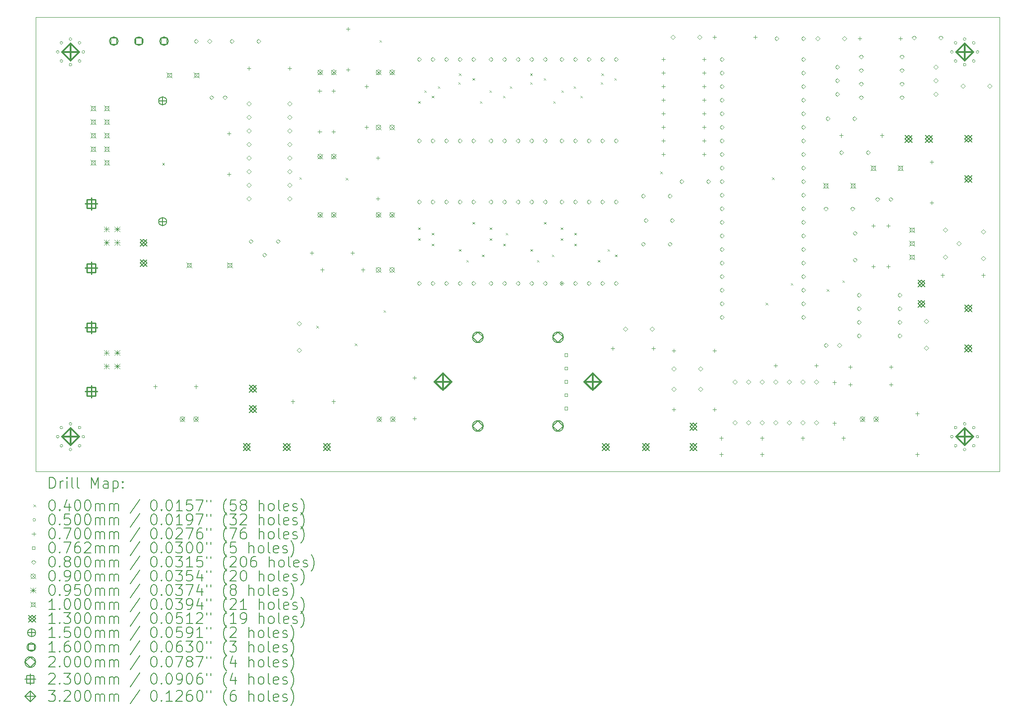
<source format=gbr>
%TF.GenerationSoftware,KiCad,Pcbnew,8.0.1*%
%TF.CreationDate,2024-04-17T00:36:40+02:00*%
%TF.ProjectId,Solaranlage,536f6c61-7261-46e6-9c61-67652e6b6963,rev?*%
%TF.SameCoordinates,Original*%
%TF.FileFunction,Drillmap*%
%TF.FilePolarity,Positive*%
%FSLAX45Y45*%
G04 Gerber Fmt 4.5, Leading zero omitted, Abs format (unit mm)*
G04 Created by KiCad (PCBNEW 8.0.1) date 2024-04-17 00:36:40*
%MOMM*%
%LPD*%
G01*
G04 APERTURE LIST*
%ADD10C,0.050000*%
%ADD11C,0.200000*%
%ADD12C,0.100000*%
%ADD13C,0.130000*%
%ADD14C,0.150000*%
%ADD15C,0.160000*%
%ADD16C,0.230000*%
%ADD17C,0.320000*%
G04 APERTURE END LIST*
D10*
X4877800Y-14020800D02*
X4877800Y-5520800D01*
X22908800Y-5520800D02*
X22908800Y-14020800D01*
X4877800Y-5520800D02*
X22908800Y-5520800D01*
X22908800Y-14020800D02*
X4877800Y-14020800D01*
D11*
D12*
X7244400Y-8247700D02*
X7284400Y-8287700D01*
X7284400Y-8247700D02*
X7244400Y-8287700D01*
X9809800Y-8514400D02*
X9849800Y-8554400D01*
X9849800Y-8514400D02*
X9809800Y-8554400D01*
X10127300Y-11295700D02*
X10167300Y-11335700D01*
X10167300Y-11295700D02*
X10127300Y-11335700D01*
X10680000Y-8527100D02*
X10720000Y-8567100D01*
X10720000Y-8527100D02*
X10680000Y-8567100D01*
X10848778Y-11624800D02*
X10888778Y-11664800D01*
X10888778Y-11624800D02*
X10848778Y-11664800D01*
X11308400Y-5949000D02*
X11348400Y-5989000D01*
X11348400Y-5949000D02*
X11308400Y-5989000D01*
X11384600Y-11003600D02*
X11424600Y-11043600D01*
X11424600Y-11003600D02*
X11384600Y-11043600D01*
X12032300Y-7092000D02*
X12072300Y-7132000D01*
X12072300Y-7092000D02*
X12032300Y-7132000D01*
X12032300Y-9454200D02*
X12072300Y-9494200D01*
X12072300Y-9454200D02*
X12032300Y-9494200D01*
X12032300Y-9657400D02*
X12072300Y-9697400D01*
X12072300Y-9657400D02*
X12032300Y-9697400D01*
X12146600Y-6888800D02*
X12186600Y-6928800D01*
X12186600Y-6888800D02*
X12146600Y-6928800D01*
X12286300Y-6990400D02*
X12326300Y-7030400D01*
X12326300Y-6990400D02*
X12286300Y-7030400D01*
X12286300Y-9555800D02*
X12326300Y-9595800D01*
X12326300Y-9555800D02*
X12286300Y-9595800D01*
X12286300Y-9759000D02*
X12326300Y-9799000D01*
X12326300Y-9759000D02*
X12286300Y-9799000D01*
X12400600Y-6812600D02*
X12440600Y-6852600D01*
X12440600Y-6812600D02*
X12400600Y-6852600D01*
X12781600Y-6736400D02*
X12821600Y-6776400D01*
X12821600Y-6736400D02*
X12781600Y-6776400D01*
X12794300Y-6571300D02*
X12834300Y-6611300D01*
X12834300Y-6571300D02*
X12794300Y-6611300D01*
X12794300Y-9860600D02*
X12834300Y-9900600D01*
X12834300Y-9860600D02*
X12794300Y-9900600D01*
X12934000Y-10063800D02*
X12974000Y-10103800D01*
X12974000Y-10063800D02*
X12934000Y-10103800D01*
X13048300Y-6660200D02*
X13088300Y-6700200D01*
X13088300Y-6660200D02*
X13048300Y-6700200D01*
X13048300Y-9352600D02*
X13088300Y-9392600D01*
X13088300Y-9352600D02*
X13048300Y-9392600D01*
X13188000Y-7092000D02*
X13228000Y-7132000D01*
X13228000Y-7092000D02*
X13188000Y-7132000D01*
X13226100Y-9962200D02*
X13266100Y-10002200D01*
X13266100Y-9962200D02*
X13226100Y-10002200D01*
X13365800Y-6888800D02*
X13405800Y-6928800D01*
X13405800Y-6888800D02*
X13365800Y-6928800D01*
X13372800Y-9454200D02*
X13412800Y-9494200D01*
X13412800Y-9454200D02*
X13372800Y-9494200D01*
X13372800Y-9657400D02*
X13412800Y-9697400D01*
X13412800Y-9657400D02*
X13372800Y-9697400D01*
X13619800Y-6990400D02*
X13659800Y-7030400D01*
X13659800Y-6990400D02*
X13619800Y-7030400D01*
X13626800Y-9759000D02*
X13666800Y-9799000D01*
X13666800Y-9759000D02*
X13626800Y-9799000D01*
X13670600Y-9555800D02*
X13710600Y-9595800D01*
X13710600Y-9555800D02*
X13670600Y-9595800D01*
X13746800Y-6812600D02*
X13786800Y-6852600D01*
X13786800Y-6812600D02*
X13746800Y-6852600D01*
X14127800Y-6571300D02*
X14167800Y-6611300D01*
X14167800Y-6571300D02*
X14127800Y-6611300D01*
X14127800Y-6736400D02*
X14167800Y-6776400D01*
X14167800Y-6736400D02*
X14127800Y-6776400D01*
X14134800Y-9860600D02*
X14174800Y-9900600D01*
X14174800Y-9860600D02*
X14134800Y-9900600D01*
X14254800Y-10063800D02*
X14294800Y-10103800D01*
X14294800Y-10063800D02*
X14254800Y-10103800D01*
X14381800Y-6660200D02*
X14421800Y-6700200D01*
X14421800Y-6660200D02*
X14381800Y-6700200D01*
X14388800Y-9352600D02*
X14428800Y-9392600D01*
X14428800Y-9352600D02*
X14388800Y-9392600D01*
X14534200Y-9962200D02*
X14574200Y-10002200D01*
X14574200Y-9962200D02*
X14534200Y-10002200D01*
X14559600Y-7092000D02*
X14599600Y-7132000D01*
X14599600Y-7092000D02*
X14559600Y-7132000D01*
X14699300Y-9454200D02*
X14739300Y-9494200D01*
X14739300Y-9454200D02*
X14699300Y-9494200D01*
X14699300Y-9657400D02*
X14739300Y-9697400D01*
X14739300Y-9657400D02*
X14699300Y-9697400D01*
X14699300Y-10479800D02*
X14739300Y-10519800D01*
X14739300Y-10479800D02*
X14699300Y-10519800D01*
X14712000Y-6888800D02*
X14752000Y-6928800D01*
X14752000Y-6888800D02*
X14712000Y-6928800D01*
X14940600Y-6812600D02*
X14980600Y-6852600D01*
X14980600Y-6812600D02*
X14940600Y-6852600D01*
X14953300Y-9555800D02*
X14993300Y-9595800D01*
X14993300Y-9555800D02*
X14953300Y-9595800D01*
X14953300Y-9759000D02*
X14993300Y-9799000D01*
X14993300Y-9759000D02*
X14953300Y-9799000D01*
X15067600Y-6990400D02*
X15107600Y-7030400D01*
X15107600Y-6990400D02*
X15067600Y-7030400D01*
X15393916Y-10064924D02*
X15433916Y-10104924D01*
X15433916Y-10064924D02*
X15393916Y-10104924D01*
X15448600Y-6736400D02*
X15488600Y-6776400D01*
X15488600Y-6736400D02*
X15448600Y-6776400D01*
X15461300Y-6571300D02*
X15501300Y-6611300D01*
X15501300Y-6571300D02*
X15461300Y-6611300D01*
X15575600Y-9860600D02*
X15615600Y-9900600D01*
X15615600Y-9860600D02*
X15575600Y-9900600D01*
X15702600Y-6660200D02*
X15742600Y-6700200D01*
X15742600Y-6660200D02*
X15702600Y-6700200D01*
X15715300Y-9962200D02*
X15755300Y-10002200D01*
X15755300Y-9962200D02*
X15715300Y-10002200D01*
X16563558Y-8411802D02*
X16603558Y-8451802D01*
X16603558Y-8411802D02*
X16563558Y-8451802D01*
X18534700Y-10863900D02*
X18574700Y-10903900D01*
X18574700Y-10863900D02*
X18534700Y-10903900D01*
X18653800Y-8522300D02*
X18693800Y-8562300D01*
X18693800Y-8522300D02*
X18653800Y-8562300D01*
X19004600Y-10495600D02*
X19044600Y-10535600D01*
X19044600Y-10495600D02*
X19004600Y-10535600D01*
X19677700Y-10609900D02*
X19717700Y-10649900D01*
X19717700Y-10609900D02*
X19677700Y-10649900D01*
X19969800Y-10444800D02*
X20009800Y-10484800D01*
X20009800Y-10444800D02*
X19969800Y-10484800D01*
X5312800Y-6170800D02*
G75*
G02*
X5262800Y-6170800I-25000J0D01*
G01*
X5262800Y-6170800D02*
G75*
G02*
X5312800Y-6170800I25000J0D01*
G01*
X5312800Y-13370800D02*
G75*
G02*
X5262800Y-13370800I-25000J0D01*
G01*
X5262800Y-13370800D02*
G75*
G02*
X5312800Y-13370800I25000J0D01*
G01*
X5383094Y-6001094D02*
G75*
G02*
X5333094Y-6001094I-25000J0D01*
G01*
X5333094Y-6001094D02*
G75*
G02*
X5383094Y-6001094I25000J0D01*
G01*
X5383094Y-6340506D02*
G75*
G02*
X5333094Y-6340506I-25000J0D01*
G01*
X5333094Y-6340506D02*
G75*
G02*
X5383094Y-6340506I25000J0D01*
G01*
X5383094Y-13201094D02*
G75*
G02*
X5333094Y-13201094I-25000J0D01*
G01*
X5333094Y-13201094D02*
G75*
G02*
X5383094Y-13201094I25000J0D01*
G01*
X5383094Y-13540506D02*
G75*
G02*
X5333094Y-13540506I-25000J0D01*
G01*
X5333094Y-13540506D02*
G75*
G02*
X5383094Y-13540506I25000J0D01*
G01*
X5552800Y-5930800D02*
G75*
G02*
X5502800Y-5930800I-25000J0D01*
G01*
X5502800Y-5930800D02*
G75*
G02*
X5552800Y-5930800I25000J0D01*
G01*
X5552800Y-6410800D02*
G75*
G02*
X5502800Y-6410800I-25000J0D01*
G01*
X5502800Y-6410800D02*
G75*
G02*
X5552800Y-6410800I25000J0D01*
G01*
X5552800Y-13130800D02*
G75*
G02*
X5502800Y-13130800I-25000J0D01*
G01*
X5502800Y-13130800D02*
G75*
G02*
X5552800Y-13130800I25000J0D01*
G01*
X5552800Y-13610800D02*
G75*
G02*
X5502800Y-13610800I-25000J0D01*
G01*
X5502800Y-13610800D02*
G75*
G02*
X5552800Y-13610800I25000J0D01*
G01*
X5722506Y-6001094D02*
G75*
G02*
X5672506Y-6001094I-25000J0D01*
G01*
X5672506Y-6001094D02*
G75*
G02*
X5722506Y-6001094I25000J0D01*
G01*
X5722506Y-6340506D02*
G75*
G02*
X5672506Y-6340506I-25000J0D01*
G01*
X5672506Y-6340506D02*
G75*
G02*
X5722506Y-6340506I25000J0D01*
G01*
X5722506Y-13201094D02*
G75*
G02*
X5672506Y-13201094I-25000J0D01*
G01*
X5672506Y-13201094D02*
G75*
G02*
X5722506Y-13201094I25000J0D01*
G01*
X5722506Y-13540506D02*
G75*
G02*
X5672506Y-13540506I-25000J0D01*
G01*
X5672506Y-13540506D02*
G75*
G02*
X5722506Y-13540506I25000J0D01*
G01*
X5792800Y-6170800D02*
G75*
G02*
X5742800Y-6170800I-25000J0D01*
G01*
X5742800Y-6170800D02*
G75*
G02*
X5792800Y-6170800I25000J0D01*
G01*
X5792800Y-13370800D02*
G75*
G02*
X5742800Y-13370800I-25000J0D01*
G01*
X5742800Y-13370800D02*
G75*
G02*
X5792800Y-13370800I25000J0D01*
G01*
X22043800Y-6170800D02*
G75*
G02*
X21993800Y-6170800I-25000J0D01*
G01*
X21993800Y-6170800D02*
G75*
G02*
X22043800Y-6170800I25000J0D01*
G01*
X22043800Y-13370800D02*
G75*
G02*
X21993800Y-13370800I-25000J0D01*
G01*
X21993800Y-13370800D02*
G75*
G02*
X22043800Y-13370800I25000J0D01*
G01*
X22114094Y-6001094D02*
G75*
G02*
X22064094Y-6001094I-25000J0D01*
G01*
X22064094Y-6001094D02*
G75*
G02*
X22114094Y-6001094I25000J0D01*
G01*
X22114094Y-6340506D02*
G75*
G02*
X22064094Y-6340506I-25000J0D01*
G01*
X22064094Y-6340506D02*
G75*
G02*
X22114094Y-6340506I25000J0D01*
G01*
X22114094Y-13201094D02*
G75*
G02*
X22064094Y-13201094I-25000J0D01*
G01*
X22064094Y-13201094D02*
G75*
G02*
X22114094Y-13201094I25000J0D01*
G01*
X22114094Y-13540506D02*
G75*
G02*
X22064094Y-13540506I-25000J0D01*
G01*
X22064094Y-13540506D02*
G75*
G02*
X22114094Y-13540506I25000J0D01*
G01*
X22283800Y-5930800D02*
G75*
G02*
X22233800Y-5930800I-25000J0D01*
G01*
X22233800Y-5930800D02*
G75*
G02*
X22283800Y-5930800I25000J0D01*
G01*
X22283800Y-6410800D02*
G75*
G02*
X22233800Y-6410800I-25000J0D01*
G01*
X22233800Y-6410800D02*
G75*
G02*
X22283800Y-6410800I25000J0D01*
G01*
X22283800Y-13130800D02*
G75*
G02*
X22233800Y-13130800I-25000J0D01*
G01*
X22233800Y-13130800D02*
G75*
G02*
X22283800Y-13130800I25000J0D01*
G01*
X22283800Y-13610800D02*
G75*
G02*
X22233800Y-13610800I-25000J0D01*
G01*
X22233800Y-13610800D02*
G75*
G02*
X22283800Y-13610800I25000J0D01*
G01*
X22453506Y-6001094D02*
G75*
G02*
X22403506Y-6001094I-25000J0D01*
G01*
X22403506Y-6001094D02*
G75*
G02*
X22453506Y-6001094I25000J0D01*
G01*
X22453506Y-6340506D02*
G75*
G02*
X22403506Y-6340506I-25000J0D01*
G01*
X22403506Y-6340506D02*
G75*
G02*
X22453506Y-6340506I25000J0D01*
G01*
X22453506Y-13201094D02*
G75*
G02*
X22403506Y-13201094I-25000J0D01*
G01*
X22403506Y-13201094D02*
G75*
G02*
X22453506Y-13201094I25000J0D01*
G01*
X22453506Y-13540506D02*
G75*
G02*
X22403506Y-13540506I-25000J0D01*
G01*
X22403506Y-13540506D02*
G75*
G02*
X22453506Y-13540506I25000J0D01*
G01*
X22523800Y-6170800D02*
G75*
G02*
X22473800Y-6170800I-25000J0D01*
G01*
X22473800Y-6170800D02*
G75*
G02*
X22523800Y-6170800I25000J0D01*
G01*
X22523800Y-13370800D02*
G75*
G02*
X22473800Y-13370800I-25000J0D01*
G01*
X22473800Y-13370800D02*
G75*
G02*
X22523800Y-13370800I25000J0D01*
G01*
X7113000Y-12398300D02*
X7113000Y-12468300D01*
X7078000Y-12433300D02*
X7148000Y-12433300D01*
X7875000Y-12398300D02*
X7875000Y-12468300D01*
X7840000Y-12433300D02*
X7910000Y-12433300D01*
X8496300Y-7661200D02*
X8496300Y-7731200D01*
X8461300Y-7696200D02*
X8531300Y-7696200D01*
X8496300Y-8423200D02*
X8496300Y-8493200D01*
X8461300Y-8458200D02*
X8531300Y-8458200D01*
X8864600Y-6442000D02*
X8864600Y-6512000D01*
X8829600Y-6477000D02*
X8899600Y-6477000D01*
X9626600Y-6442000D02*
X9626600Y-6512000D01*
X9591600Y-6477000D02*
X9661600Y-6477000D01*
X9690100Y-12677700D02*
X9690100Y-12747700D01*
X9655100Y-12712700D02*
X9725100Y-12712700D01*
X10045700Y-9896400D02*
X10045700Y-9966400D01*
X10010700Y-9931400D02*
X10080700Y-9931400D01*
X10190000Y-6864000D02*
X10190000Y-6934000D01*
X10155000Y-6899000D02*
X10225000Y-6899000D01*
X10190000Y-7626000D02*
X10190000Y-7696000D01*
X10155000Y-7661000D02*
X10225000Y-7661000D01*
X10236200Y-10213900D02*
X10236200Y-10283900D01*
X10201200Y-10248900D02*
X10271200Y-10248900D01*
X10450000Y-6865000D02*
X10450000Y-6935000D01*
X10415000Y-6900000D02*
X10485000Y-6900000D01*
X10450000Y-7627000D02*
X10450000Y-7697000D01*
X10415000Y-7662000D02*
X10485000Y-7662000D01*
X10452100Y-12677700D02*
X10452100Y-12747700D01*
X10417100Y-12712700D02*
X10487100Y-12712700D01*
X10718800Y-5705400D02*
X10718800Y-5775400D01*
X10683800Y-5740400D02*
X10753800Y-5740400D01*
X10718800Y-6467400D02*
X10718800Y-6537400D01*
X10683800Y-6502400D02*
X10753800Y-6502400D01*
X10807700Y-9896400D02*
X10807700Y-9966400D01*
X10772700Y-9931400D02*
X10842700Y-9931400D01*
X10998200Y-10213900D02*
X10998200Y-10283900D01*
X10963200Y-10248900D02*
X11033200Y-10248900D01*
X11070000Y-6784000D02*
X11070000Y-6854000D01*
X11035000Y-6819000D02*
X11105000Y-6819000D01*
X11070000Y-7546000D02*
X11070000Y-7616000D01*
X11035000Y-7581000D02*
X11105000Y-7581000D01*
X11277600Y-8118400D02*
X11277600Y-8188400D01*
X11242600Y-8153400D02*
X11312600Y-8153400D01*
X11277600Y-8880400D02*
X11277600Y-8950400D01*
X11242600Y-8915400D02*
X11312600Y-8915400D01*
X11963400Y-12233200D02*
X11963400Y-12303200D01*
X11928400Y-12268200D02*
X11998400Y-12268200D01*
X11963400Y-12995200D02*
X11963400Y-13065200D01*
X11928400Y-13030200D02*
X11998400Y-13030200D01*
X15671800Y-11684000D02*
X15671800Y-11754000D01*
X15636800Y-11719000D02*
X15706800Y-11719000D01*
X16433800Y-11684000D02*
X16433800Y-11754000D01*
X16398800Y-11719000D02*
X16468800Y-11719000D01*
X16624300Y-6273800D02*
X16624300Y-6343800D01*
X16589300Y-6308800D02*
X16659300Y-6308800D01*
X16624300Y-6527800D02*
X16624300Y-6597800D01*
X16589300Y-6562800D02*
X16659300Y-6562800D01*
X16624300Y-6781800D02*
X16624300Y-6851800D01*
X16589300Y-6816800D02*
X16659300Y-6816800D01*
X16624300Y-7035800D02*
X16624300Y-7105800D01*
X16589300Y-7070800D02*
X16659300Y-7070800D01*
X16624300Y-7289800D02*
X16624300Y-7359800D01*
X16589300Y-7324800D02*
X16659300Y-7324800D01*
X16624300Y-7543800D02*
X16624300Y-7613800D01*
X16589300Y-7578800D02*
X16659300Y-7578800D01*
X16624300Y-7797800D02*
X16624300Y-7867800D01*
X16589300Y-7832800D02*
X16659300Y-7832800D01*
X16624300Y-8051800D02*
X16624300Y-8121800D01*
X16589300Y-8086800D02*
X16659300Y-8086800D01*
X16814800Y-11725200D02*
X16814800Y-11795200D01*
X16779800Y-11760200D02*
X16849800Y-11760200D01*
X16814800Y-12827000D02*
X16814800Y-12897000D01*
X16779800Y-12862000D02*
X16849800Y-12862000D01*
X17386300Y-6273800D02*
X17386300Y-6343800D01*
X17351300Y-6308800D02*
X17421300Y-6308800D01*
X17386300Y-6527800D02*
X17386300Y-6597800D01*
X17351300Y-6562800D02*
X17421300Y-6562800D01*
X17386300Y-6781800D02*
X17386300Y-6851800D01*
X17351300Y-6816800D02*
X17421300Y-6816800D01*
X17386300Y-7035800D02*
X17386300Y-7105800D01*
X17351300Y-7070800D02*
X17421300Y-7070800D01*
X17386300Y-7289800D02*
X17386300Y-7359800D01*
X17351300Y-7324800D02*
X17421300Y-7324800D01*
X17386300Y-7543800D02*
X17386300Y-7613800D01*
X17351300Y-7578800D02*
X17421300Y-7578800D01*
X17386300Y-7797800D02*
X17386300Y-7867800D01*
X17351300Y-7832800D02*
X17421300Y-7832800D01*
X17386300Y-8051800D02*
X17386300Y-8121800D01*
X17351300Y-8086800D02*
X17421300Y-8086800D01*
X17576800Y-5857800D02*
X17576800Y-5927800D01*
X17541800Y-5892800D02*
X17611800Y-5892800D01*
X17576800Y-11725200D02*
X17576800Y-11795200D01*
X17541800Y-11760200D02*
X17611800Y-11760200D01*
X17576800Y-12827000D02*
X17576800Y-12897000D01*
X17541800Y-12862000D02*
X17611800Y-12862000D01*
X17703800Y-13363500D02*
X17703800Y-13433500D01*
X17668800Y-13398500D02*
X17738800Y-13398500D01*
X17703800Y-13668300D02*
X17703800Y-13738300D01*
X17668800Y-13703300D02*
X17738800Y-13703300D01*
X18338800Y-5857800D02*
X18338800Y-5927800D01*
X18303800Y-5892800D02*
X18373800Y-5892800D01*
X18465800Y-13363500D02*
X18465800Y-13433500D01*
X18430800Y-13398500D02*
X18500800Y-13398500D01*
X18465800Y-13668300D02*
X18465800Y-13738300D01*
X18430800Y-13703300D02*
X18500800Y-13703300D01*
X18719800Y-12004600D02*
X18719800Y-12074600D01*
X18684800Y-12039600D02*
X18754800Y-12039600D01*
X19227800Y-13363500D02*
X19227800Y-13433500D01*
X19192800Y-13398500D02*
X19262800Y-13398500D01*
X19481800Y-12004600D02*
X19481800Y-12074600D01*
X19446800Y-12039600D02*
X19516800Y-12039600D01*
X19824700Y-12322100D02*
X19824700Y-12392100D01*
X19789700Y-12357100D02*
X19859700Y-12357100D01*
X19824700Y-13084100D02*
X19824700Y-13154100D01*
X19789700Y-13119100D02*
X19859700Y-13119100D01*
X19951700Y-7699300D02*
X19951700Y-7769300D01*
X19916700Y-7734300D02*
X19986700Y-7734300D01*
X19989800Y-13363500D02*
X19989800Y-13433500D01*
X19954800Y-13398500D02*
X20024800Y-13398500D01*
X20116800Y-12030000D02*
X20116800Y-12100000D01*
X20081800Y-12065000D02*
X20151800Y-12065000D01*
X20116800Y-12360200D02*
X20116800Y-12430200D01*
X20081800Y-12395200D02*
X20151800Y-12395200D01*
X20294600Y-5883200D02*
X20294600Y-5953200D01*
X20259600Y-5918200D02*
X20329600Y-5918200D01*
X20548600Y-9386400D02*
X20548600Y-9456400D01*
X20513600Y-9421400D02*
X20583600Y-9421400D01*
X20548600Y-10148400D02*
X20548600Y-10218400D01*
X20513600Y-10183400D02*
X20583600Y-10183400D01*
X20713700Y-7699300D02*
X20713700Y-7769300D01*
X20678700Y-7734300D02*
X20748700Y-7734300D01*
X20828000Y-9386400D02*
X20828000Y-9456400D01*
X20793000Y-9421400D02*
X20863000Y-9421400D01*
X20828000Y-10148400D02*
X20828000Y-10218400D01*
X20793000Y-10183400D02*
X20863000Y-10183400D01*
X20878800Y-12030000D02*
X20878800Y-12100000D01*
X20843800Y-12065000D02*
X20913800Y-12065000D01*
X20878800Y-12360200D02*
X20878800Y-12430200D01*
X20843800Y-12395200D02*
X20913800Y-12395200D01*
X21056600Y-5883200D02*
X21056600Y-5953200D01*
X21021600Y-5918200D02*
X21091600Y-5918200D01*
X21374100Y-12906300D02*
X21374100Y-12976300D01*
X21339100Y-12941300D02*
X21409100Y-12941300D01*
X21374100Y-13668300D02*
X21374100Y-13738300D01*
X21339100Y-13703300D02*
X21409100Y-13703300D01*
X21640800Y-8194600D02*
X21640800Y-8264600D01*
X21605800Y-8229600D02*
X21675800Y-8229600D01*
X21640800Y-8956600D02*
X21640800Y-9026600D01*
X21605800Y-8991600D02*
X21675800Y-8991600D01*
X21844000Y-10315500D02*
X21844000Y-10385500D01*
X21809000Y-10350500D02*
X21879000Y-10350500D01*
X22606000Y-10315500D02*
X22606000Y-10385500D01*
X22571000Y-10350500D02*
X22641000Y-10350500D01*
X14827741Y-11868241D02*
X14827741Y-11814359D01*
X14773859Y-11814359D01*
X14773859Y-11868241D01*
X14827741Y-11868241D01*
X14827741Y-12118241D02*
X14827741Y-12064359D01*
X14773859Y-12064359D01*
X14773859Y-12118241D01*
X14827741Y-12118241D01*
X14827741Y-12368241D02*
X14827741Y-12314359D01*
X14773859Y-12314359D01*
X14773859Y-12368241D01*
X14827741Y-12368241D01*
X14827741Y-12618241D02*
X14827741Y-12564359D01*
X14773859Y-12564359D01*
X14773859Y-12618241D01*
X14827741Y-12618241D01*
X14827741Y-12868241D02*
X14827741Y-12814359D01*
X14773859Y-12814359D01*
X14773859Y-12868241D01*
X14827741Y-12868241D01*
X7878000Y-6009000D02*
X7918000Y-5969000D01*
X7878000Y-5929000D01*
X7838000Y-5969000D01*
X7878000Y-6009000D01*
X8128000Y-6009000D02*
X8168000Y-5969000D01*
X8128000Y-5929000D01*
X8088000Y-5969000D01*
X8128000Y-6009000D01*
X8166100Y-7063100D02*
X8206100Y-7023100D01*
X8166100Y-6983100D01*
X8126100Y-7023100D01*
X8166100Y-7063100D01*
X8416100Y-7063100D02*
X8456100Y-7023100D01*
X8416100Y-6983100D01*
X8376100Y-7023100D01*
X8416100Y-7063100D01*
X8547100Y-6009000D02*
X8587100Y-5969000D01*
X8547100Y-5929000D01*
X8507100Y-5969000D01*
X8547100Y-6009000D01*
X8864600Y-7177400D02*
X8904600Y-7137400D01*
X8864600Y-7097400D01*
X8824600Y-7137400D01*
X8864600Y-7177400D01*
X8864600Y-7431400D02*
X8904600Y-7391400D01*
X8864600Y-7351400D01*
X8824600Y-7391400D01*
X8864600Y-7431400D01*
X8864600Y-7685400D02*
X8904600Y-7645400D01*
X8864600Y-7605400D01*
X8824600Y-7645400D01*
X8864600Y-7685400D01*
X8864600Y-7939400D02*
X8904600Y-7899400D01*
X8864600Y-7859400D01*
X8824600Y-7899400D01*
X8864600Y-7939400D01*
X8864600Y-8193400D02*
X8904600Y-8153400D01*
X8864600Y-8113400D01*
X8824600Y-8153400D01*
X8864600Y-8193400D01*
X8864600Y-8447400D02*
X8904600Y-8407400D01*
X8864600Y-8367400D01*
X8824600Y-8407400D01*
X8864600Y-8447400D01*
X8864600Y-8701400D02*
X8904600Y-8661400D01*
X8864600Y-8621400D01*
X8824600Y-8661400D01*
X8864600Y-8701400D01*
X8864600Y-8955400D02*
X8904600Y-8915400D01*
X8864600Y-8875400D01*
X8824600Y-8915400D01*
X8864600Y-8955400D01*
X8902700Y-9755500D02*
X8942700Y-9715500D01*
X8902700Y-9675500D01*
X8862700Y-9715500D01*
X8902700Y-9755500D01*
X9047100Y-6009000D02*
X9087100Y-5969000D01*
X9047100Y-5929000D01*
X9007100Y-5969000D01*
X9047100Y-6009000D01*
X9156700Y-10009500D02*
X9196700Y-9969500D01*
X9156700Y-9929500D01*
X9116700Y-9969500D01*
X9156700Y-10009500D01*
X9410700Y-9755500D02*
X9450700Y-9715500D01*
X9410700Y-9675500D01*
X9370700Y-9715500D01*
X9410700Y-9755500D01*
X9626600Y-7177400D02*
X9666600Y-7137400D01*
X9626600Y-7097400D01*
X9586600Y-7137400D01*
X9626600Y-7177400D01*
X9626600Y-7431400D02*
X9666600Y-7391400D01*
X9626600Y-7351400D01*
X9586600Y-7391400D01*
X9626600Y-7431400D01*
X9626600Y-7685400D02*
X9666600Y-7645400D01*
X9626600Y-7605400D01*
X9586600Y-7645400D01*
X9626600Y-7685400D01*
X9626600Y-7939400D02*
X9666600Y-7899400D01*
X9626600Y-7859400D01*
X9586600Y-7899400D01*
X9626600Y-7939400D01*
X9626600Y-8193400D02*
X9666600Y-8153400D01*
X9626600Y-8113400D01*
X9586600Y-8153400D01*
X9626600Y-8193400D01*
X9626600Y-8447400D02*
X9666600Y-8407400D01*
X9626600Y-8367400D01*
X9586600Y-8407400D01*
X9626600Y-8447400D01*
X9626600Y-8701400D02*
X9666600Y-8661400D01*
X9626600Y-8621400D01*
X9586600Y-8661400D01*
X9626600Y-8701400D01*
X9626600Y-8955400D02*
X9666600Y-8915400D01*
X9626600Y-8875400D01*
X9586600Y-8915400D01*
X9626600Y-8955400D01*
X9804400Y-11292200D02*
X9844400Y-11252200D01*
X9804400Y-11212200D01*
X9764400Y-11252200D01*
X9804400Y-11292200D01*
X9804400Y-11792200D02*
X9844400Y-11752200D01*
X9804400Y-11712200D01*
X9764400Y-11752200D01*
X9804400Y-11792200D01*
X12052300Y-6348800D02*
X12092300Y-6308800D01*
X12052300Y-6268800D01*
X12012300Y-6308800D01*
X12052300Y-6348800D01*
X12052300Y-7872800D02*
X12092300Y-7832800D01*
X12052300Y-7792800D01*
X12012300Y-7832800D01*
X12052300Y-7872800D01*
X12052300Y-9015800D02*
X12092300Y-8975800D01*
X12052300Y-8935800D01*
X12012300Y-8975800D01*
X12052300Y-9015800D01*
X12052300Y-10539800D02*
X12092300Y-10499800D01*
X12052300Y-10459800D01*
X12012300Y-10499800D01*
X12052300Y-10539800D01*
X12306300Y-6348800D02*
X12346300Y-6308800D01*
X12306300Y-6268800D01*
X12266300Y-6308800D01*
X12306300Y-6348800D01*
X12306300Y-7872800D02*
X12346300Y-7832800D01*
X12306300Y-7792800D01*
X12266300Y-7832800D01*
X12306300Y-7872800D01*
X12306300Y-9015800D02*
X12346300Y-8975800D01*
X12306300Y-8935800D01*
X12266300Y-8975800D01*
X12306300Y-9015800D01*
X12306300Y-10539800D02*
X12346300Y-10499800D01*
X12306300Y-10459800D01*
X12266300Y-10499800D01*
X12306300Y-10539800D01*
X12560300Y-6348800D02*
X12600300Y-6308800D01*
X12560300Y-6268800D01*
X12520300Y-6308800D01*
X12560300Y-6348800D01*
X12560300Y-7872800D02*
X12600300Y-7832800D01*
X12560300Y-7792800D01*
X12520300Y-7832800D01*
X12560300Y-7872800D01*
X12560300Y-9015800D02*
X12600300Y-8975800D01*
X12560300Y-8935800D01*
X12520300Y-8975800D01*
X12560300Y-9015800D01*
X12560300Y-10539800D02*
X12600300Y-10499800D01*
X12560300Y-10459800D01*
X12520300Y-10499800D01*
X12560300Y-10539800D01*
X12814300Y-6348800D02*
X12854300Y-6308800D01*
X12814300Y-6268800D01*
X12774300Y-6308800D01*
X12814300Y-6348800D01*
X12814300Y-7872800D02*
X12854300Y-7832800D01*
X12814300Y-7792800D01*
X12774300Y-7832800D01*
X12814300Y-7872800D01*
X12814300Y-9015800D02*
X12854300Y-8975800D01*
X12814300Y-8935800D01*
X12774300Y-8975800D01*
X12814300Y-9015800D01*
X12814300Y-10539800D02*
X12854300Y-10499800D01*
X12814300Y-10459800D01*
X12774300Y-10499800D01*
X12814300Y-10539800D01*
X13068300Y-6348800D02*
X13108300Y-6308800D01*
X13068300Y-6268800D01*
X13028300Y-6308800D01*
X13068300Y-6348800D01*
X13068300Y-7872800D02*
X13108300Y-7832800D01*
X13068300Y-7792800D01*
X13028300Y-7832800D01*
X13068300Y-7872800D01*
X13068300Y-9015800D02*
X13108300Y-8975800D01*
X13068300Y-8935800D01*
X13028300Y-8975800D01*
X13068300Y-9015800D01*
X13068300Y-10539800D02*
X13108300Y-10499800D01*
X13068300Y-10459800D01*
X13028300Y-10499800D01*
X13068300Y-10539800D01*
X13392800Y-6348800D02*
X13432800Y-6308800D01*
X13392800Y-6268800D01*
X13352800Y-6308800D01*
X13392800Y-6348800D01*
X13392800Y-7872800D02*
X13432800Y-7832800D01*
X13392800Y-7792800D01*
X13352800Y-7832800D01*
X13392800Y-7872800D01*
X13392800Y-9015800D02*
X13432800Y-8975800D01*
X13392800Y-8935800D01*
X13352800Y-8975800D01*
X13392800Y-9015800D01*
X13392800Y-10539800D02*
X13432800Y-10499800D01*
X13392800Y-10459800D01*
X13352800Y-10499800D01*
X13392800Y-10539800D01*
X13646800Y-6348800D02*
X13686800Y-6308800D01*
X13646800Y-6268800D01*
X13606800Y-6308800D01*
X13646800Y-6348800D01*
X13646800Y-7872800D02*
X13686800Y-7832800D01*
X13646800Y-7792800D01*
X13606800Y-7832800D01*
X13646800Y-7872800D01*
X13646800Y-9015800D02*
X13686800Y-8975800D01*
X13646800Y-8935800D01*
X13606800Y-8975800D01*
X13646800Y-9015800D01*
X13646800Y-10539800D02*
X13686800Y-10499800D01*
X13646800Y-10459800D01*
X13606800Y-10499800D01*
X13646800Y-10539800D01*
X13900800Y-6348800D02*
X13940800Y-6308800D01*
X13900800Y-6268800D01*
X13860800Y-6308800D01*
X13900800Y-6348800D01*
X13900800Y-7872800D02*
X13940800Y-7832800D01*
X13900800Y-7792800D01*
X13860800Y-7832800D01*
X13900800Y-7872800D01*
X13900800Y-9015800D02*
X13940800Y-8975800D01*
X13900800Y-8935800D01*
X13860800Y-8975800D01*
X13900800Y-9015800D01*
X13900800Y-10539800D02*
X13940800Y-10499800D01*
X13900800Y-10459800D01*
X13860800Y-10499800D01*
X13900800Y-10539800D01*
X14154800Y-6348800D02*
X14194800Y-6308800D01*
X14154800Y-6268800D01*
X14114800Y-6308800D01*
X14154800Y-6348800D01*
X14154800Y-7872800D02*
X14194800Y-7832800D01*
X14154800Y-7792800D01*
X14114800Y-7832800D01*
X14154800Y-7872800D01*
X14154800Y-9015800D02*
X14194800Y-8975800D01*
X14154800Y-8935800D01*
X14114800Y-8975800D01*
X14154800Y-9015800D01*
X14154800Y-10539800D02*
X14194800Y-10499800D01*
X14154800Y-10459800D01*
X14114800Y-10499800D01*
X14154800Y-10539800D01*
X14408800Y-6348800D02*
X14448800Y-6308800D01*
X14408800Y-6268800D01*
X14368800Y-6308800D01*
X14408800Y-6348800D01*
X14408800Y-7872800D02*
X14448800Y-7832800D01*
X14408800Y-7792800D01*
X14368800Y-7832800D01*
X14408800Y-7872800D01*
X14408800Y-9015800D02*
X14448800Y-8975800D01*
X14408800Y-8935800D01*
X14368800Y-8975800D01*
X14408800Y-9015800D01*
X14408800Y-10539800D02*
X14448800Y-10499800D01*
X14408800Y-10459800D01*
X14368800Y-10499800D01*
X14408800Y-10539800D01*
X14719300Y-6348800D02*
X14759300Y-6308800D01*
X14719300Y-6268800D01*
X14679300Y-6308800D01*
X14719300Y-6348800D01*
X14719300Y-7872800D02*
X14759300Y-7832800D01*
X14719300Y-7792800D01*
X14679300Y-7832800D01*
X14719300Y-7872800D01*
X14719300Y-9015800D02*
X14759300Y-8975800D01*
X14719300Y-8935800D01*
X14679300Y-8975800D01*
X14719300Y-9015800D01*
X14719300Y-10539800D02*
X14759300Y-10499800D01*
X14719300Y-10459800D01*
X14679300Y-10499800D01*
X14719300Y-10539800D01*
X14973300Y-6348800D02*
X15013300Y-6308800D01*
X14973300Y-6268800D01*
X14933300Y-6308800D01*
X14973300Y-6348800D01*
X14973300Y-7872800D02*
X15013300Y-7832800D01*
X14973300Y-7792800D01*
X14933300Y-7832800D01*
X14973300Y-7872800D01*
X14973300Y-9015800D02*
X15013300Y-8975800D01*
X14973300Y-8935800D01*
X14933300Y-8975800D01*
X14973300Y-9015800D01*
X14973300Y-10539800D02*
X15013300Y-10499800D01*
X14973300Y-10459800D01*
X14933300Y-10499800D01*
X14973300Y-10539800D01*
X15227300Y-6348800D02*
X15267300Y-6308800D01*
X15227300Y-6268800D01*
X15187300Y-6308800D01*
X15227300Y-6348800D01*
X15227300Y-7872800D02*
X15267300Y-7832800D01*
X15227300Y-7792800D01*
X15187300Y-7832800D01*
X15227300Y-7872800D01*
X15227300Y-9015800D02*
X15267300Y-8975800D01*
X15227300Y-8935800D01*
X15187300Y-8975800D01*
X15227300Y-9015800D01*
X15227300Y-10539800D02*
X15267300Y-10499800D01*
X15227300Y-10459800D01*
X15187300Y-10499800D01*
X15227300Y-10539800D01*
X15481300Y-6348800D02*
X15521300Y-6308800D01*
X15481300Y-6268800D01*
X15441300Y-6308800D01*
X15481300Y-6348800D01*
X15481300Y-7872800D02*
X15521300Y-7832800D01*
X15481300Y-7792800D01*
X15441300Y-7832800D01*
X15481300Y-7872800D01*
X15481300Y-9015800D02*
X15521300Y-8975800D01*
X15481300Y-8935800D01*
X15441300Y-8975800D01*
X15481300Y-9015800D01*
X15481300Y-10539800D02*
X15521300Y-10499800D01*
X15481300Y-10459800D01*
X15441300Y-10499800D01*
X15481300Y-10539800D01*
X15735300Y-6348800D02*
X15775300Y-6308800D01*
X15735300Y-6268800D01*
X15695300Y-6308800D01*
X15735300Y-6348800D01*
X15735300Y-7872800D02*
X15775300Y-7832800D01*
X15735300Y-7792800D01*
X15695300Y-7832800D01*
X15735300Y-7872800D01*
X15735300Y-9015800D02*
X15775300Y-8975800D01*
X15735300Y-8935800D01*
X15695300Y-8975800D01*
X15735300Y-9015800D01*
X15735300Y-10539800D02*
X15775300Y-10499800D01*
X15735300Y-10459800D01*
X15695300Y-10499800D01*
X15735300Y-10539800D01*
X15908400Y-11393800D02*
X15948400Y-11353800D01*
X15908400Y-11313800D01*
X15868400Y-11353800D01*
X15908400Y-11393800D01*
X16243300Y-8904600D02*
X16283300Y-8864600D01*
X16243300Y-8824600D01*
X16203300Y-8864600D01*
X16243300Y-8904600D01*
X16243300Y-9806300D02*
X16283300Y-9766300D01*
X16243300Y-9726300D01*
X16203300Y-9766300D01*
X16243300Y-9806300D01*
X16294100Y-9361800D02*
X16334100Y-9321800D01*
X16294100Y-9281800D01*
X16254100Y-9321800D01*
X16294100Y-9361800D01*
X16408400Y-11393800D02*
X16448400Y-11353800D01*
X16408400Y-11313800D01*
X16368400Y-11353800D01*
X16408400Y-11393800D01*
X16743300Y-8904600D02*
X16783300Y-8864600D01*
X16743300Y-8824600D01*
X16703300Y-8864600D01*
X16743300Y-8904600D01*
X16743300Y-9806300D02*
X16783300Y-9766300D01*
X16743300Y-9726300D01*
X16703300Y-9766300D01*
X16743300Y-9806300D01*
X16784100Y-9361800D02*
X16824100Y-9321800D01*
X16784100Y-9281800D01*
X16744100Y-9321800D01*
X16784100Y-9361800D01*
X16797400Y-5932800D02*
X16837400Y-5892800D01*
X16797400Y-5852800D01*
X16757400Y-5892800D01*
X16797400Y-5932800D01*
X16814800Y-12140000D02*
X16854800Y-12100000D01*
X16814800Y-12060000D01*
X16774800Y-12100000D01*
X16814800Y-12140000D01*
X16814800Y-12521000D02*
X16854800Y-12481000D01*
X16814800Y-12441000D01*
X16774800Y-12481000D01*
X16814800Y-12521000D01*
X16962500Y-8634800D02*
X17002500Y-8594800D01*
X16962500Y-8554800D01*
X16922500Y-8594800D01*
X16962500Y-8634800D01*
X17297400Y-5932800D02*
X17337400Y-5892800D01*
X17297400Y-5852800D01*
X17257400Y-5892800D01*
X17297400Y-5932800D01*
X17314800Y-12140000D02*
X17354800Y-12100000D01*
X17314800Y-12060000D01*
X17274800Y-12100000D01*
X17314800Y-12140000D01*
X17314800Y-12521000D02*
X17354800Y-12481000D01*
X17314800Y-12441000D01*
X17274800Y-12481000D01*
X17314800Y-12521000D01*
X17462500Y-8634800D02*
X17502500Y-8594800D01*
X17462500Y-8554800D01*
X17422500Y-8594800D01*
X17462500Y-8634800D01*
X17716500Y-6349360D02*
X17756500Y-6309360D01*
X17716500Y-6269360D01*
X17676500Y-6309360D01*
X17716500Y-6349360D01*
X17716500Y-6603360D02*
X17756500Y-6563360D01*
X17716500Y-6523360D01*
X17676500Y-6563360D01*
X17716500Y-6603360D01*
X17716500Y-6857360D02*
X17756500Y-6817360D01*
X17716500Y-6777360D01*
X17676500Y-6817360D01*
X17716500Y-6857360D01*
X17716500Y-7111360D02*
X17756500Y-7071360D01*
X17716500Y-7031360D01*
X17676500Y-7071360D01*
X17716500Y-7111360D01*
X17716500Y-7365360D02*
X17756500Y-7325360D01*
X17716500Y-7285360D01*
X17676500Y-7325360D01*
X17716500Y-7365360D01*
X17716500Y-7619360D02*
X17756500Y-7579360D01*
X17716500Y-7539360D01*
X17676500Y-7579360D01*
X17716500Y-7619360D01*
X17716500Y-7873360D02*
X17756500Y-7833360D01*
X17716500Y-7793360D01*
X17676500Y-7833360D01*
X17716500Y-7873360D01*
X17716500Y-8127360D02*
X17756500Y-8087360D01*
X17716500Y-8047360D01*
X17676500Y-8087360D01*
X17716500Y-8127360D01*
X17716500Y-8381360D02*
X17756500Y-8341360D01*
X17716500Y-8301360D01*
X17676500Y-8341360D01*
X17716500Y-8381360D01*
X17716500Y-8635360D02*
X17756500Y-8595360D01*
X17716500Y-8555360D01*
X17676500Y-8595360D01*
X17716500Y-8635360D01*
X17716500Y-8889360D02*
X17756500Y-8849360D01*
X17716500Y-8809360D01*
X17676500Y-8849360D01*
X17716500Y-8889360D01*
X17716500Y-9143360D02*
X17756500Y-9103360D01*
X17716500Y-9063360D01*
X17676500Y-9103360D01*
X17716500Y-9143360D01*
X17716500Y-9397360D02*
X17756500Y-9357360D01*
X17716500Y-9317360D01*
X17676500Y-9357360D01*
X17716500Y-9397360D01*
X17716500Y-9651360D02*
X17756500Y-9611360D01*
X17716500Y-9571360D01*
X17676500Y-9611360D01*
X17716500Y-9651360D01*
X17716500Y-9905360D02*
X17756500Y-9865360D01*
X17716500Y-9825360D01*
X17676500Y-9865360D01*
X17716500Y-9905360D01*
X17716500Y-10159360D02*
X17756500Y-10119360D01*
X17716500Y-10079360D01*
X17676500Y-10119360D01*
X17716500Y-10159360D01*
X17716500Y-10413360D02*
X17756500Y-10373360D01*
X17716500Y-10333360D01*
X17676500Y-10373360D01*
X17716500Y-10413360D01*
X17716500Y-10667360D02*
X17756500Y-10627360D01*
X17716500Y-10587360D01*
X17676500Y-10627360D01*
X17716500Y-10667360D01*
X17716500Y-10921360D02*
X17756500Y-10881360D01*
X17716500Y-10841360D01*
X17676500Y-10881360D01*
X17716500Y-10921360D01*
X17716500Y-11175360D02*
X17756500Y-11135360D01*
X17716500Y-11095360D01*
X17676500Y-11135360D01*
X17716500Y-11175360D01*
X17957800Y-12384400D02*
X17997800Y-12344400D01*
X17957800Y-12304400D01*
X17917800Y-12344400D01*
X17957800Y-12384400D01*
X17957800Y-13146400D02*
X17997800Y-13106400D01*
X17957800Y-13066400D01*
X17917800Y-13106400D01*
X17957800Y-13146400D01*
X18211800Y-12384400D02*
X18251800Y-12344400D01*
X18211800Y-12304400D01*
X18171800Y-12344400D01*
X18211800Y-12384400D01*
X18211800Y-13146400D02*
X18251800Y-13106400D01*
X18211800Y-13066400D01*
X18171800Y-13106400D01*
X18211800Y-13146400D01*
X18465800Y-12384400D02*
X18505800Y-12344400D01*
X18465800Y-12304400D01*
X18425800Y-12344400D01*
X18465800Y-12384400D01*
X18465800Y-13146400D02*
X18505800Y-13106400D01*
X18465800Y-13066400D01*
X18425800Y-13106400D01*
X18465800Y-13146400D01*
X18719800Y-12384400D02*
X18759800Y-12344400D01*
X18719800Y-12304400D01*
X18679800Y-12344400D01*
X18719800Y-12384400D01*
X18719800Y-13146400D02*
X18759800Y-13106400D01*
X18719800Y-13066400D01*
X18679800Y-13106400D01*
X18719800Y-13146400D01*
X18740500Y-5958200D02*
X18780500Y-5918200D01*
X18740500Y-5878200D01*
X18700500Y-5918200D01*
X18740500Y-5958200D01*
X18973800Y-12384400D02*
X19013800Y-12344400D01*
X18973800Y-12304400D01*
X18933800Y-12344400D01*
X18973800Y-12384400D01*
X18973800Y-13146400D02*
X19013800Y-13106400D01*
X18973800Y-13066400D01*
X18933800Y-13106400D01*
X18973800Y-13146400D01*
X19227800Y-12384400D02*
X19267800Y-12344400D01*
X19227800Y-12304400D01*
X19187800Y-12344400D01*
X19227800Y-12384400D01*
X19227800Y-13146400D02*
X19267800Y-13106400D01*
X19227800Y-13066400D01*
X19187800Y-13106400D01*
X19227800Y-13146400D01*
X19240500Y-5958200D02*
X19280500Y-5918200D01*
X19240500Y-5878200D01*
X19200500Y-5918200D01*
X19240500Y-5958200D01*
X19240500Y-6349360D02*
X19280500Y-6309360D01*
X19240500Y-6269360D01*
X19200500Y-6309360D01*
X19240500Y-6349360D01*
X19240500Y-6603360D02*
X19280500Y-6563360D01*
X19240500Y-6523360D01*
X19200500Y-6563360D01*
X19240500Y-6603360D01*
X19240500Y-6857360D02*
X19280500Y-6817360D01*
X19240500Y-6777360D01*
X19200500Y-6817360D01*
X19240500Y-6857360D01*
X19240500Y-7111360D02*
X19280500Y-7071360D01*
X19240500Y-7031360D01*
X19200500Y-7071360D01*
X19240500Y-7111360D01*
X19240500Y-7365360D02*
X19280500Y-7325360D01*
X19240500Y-7285360D01*
X19200500Y-7325360D01*
X19240500Y-7365360D01*
X19240500Y-7619360D02*
X19280500Y-7579360D01*
X19240500Y-7539360D01*
X19200500Y-7579360D01*
X19240500Y-7619360D01*
X19240500Y-7873360D02*
X19280500Y-7833360D01*
X19240500Y-7793360D01*
X19200500Y-7833360D01*
X19240500Y-7873360D01*
X19240500Y-8127360D02*
X19280500Y-8087360D01*
X19240500Y-8047360D01*
X19200500Y-8087360D01*
X19240500Y-8127360D01*
X19240500Y-8381360D02*
X19280500Y-8341360D01*
X19240500Y-8301360D01*
X19200500Y-8341360D01*
X19240500Y-8381360D01*
X19240500Y-8635360D02*
X19280500Y-8595360D01*
X19240500Y-8555360D01*
X19200500Y-8595360D01*
X19240500Y-8635360D01*
X19240500Y-8889360D02*
X19280500Y-8849360D01*
X19240500Y-8809360D01*
X19200500Y-8849360D01*
X19240500Y-8889360D01*
X19240500Y-9143360D02*
X19280500Y-9103360D01*
X19240500Y-9063360D01*
X19200500Y-9103360D01*
X19240500Y-9143360D01*
X19240500Y-9397360D02*
X19280500Y-9357360D01*
X19240500Y-9317360D01*
X19200500Y-9357360D01*
X19240500Y-9397360D01*
X19240500Y-9651360D02*
X19280500Y-9611360D01*
X19240500Y-9571360D01*
X19200500Y-9611360D01*
X19240500Y-9651360D01*
X19240500Y-9905360D02*
X19280500Y-9865360D01*
X19240500Y-9825360D01*
X19200500Y-9865360D01*
X19240500Y-9905360D01*
X19240500Y-10159360D02*
X19280500Y-10119360D01*
X19240500Y-10079360D01*
X19200500Y-10119360D01*
X19240500Y-10159360D01*
X19240500Y-10413360D02*
X19280500Y-10373360D01*
X19240500Y-10333360D01*
X19200500Y-10373360D01*
X19240500Y-10413360D01*
X19240500Y-10667360D02*
X19280500Y-10627360D01*
X19240500Y-10587360D01*
X19200500Y-10627360D01*
X19240500Y-10667360D01*
X19240500Y-10921360D02*
X19280500Y-10881360D01*
X19240500Y-10841360D01*
X19200500Y-10881360D01*
X19240500Y-10921360D01*
X19240500Y-11175360D02*
X19280500Y-11135360D01*
X19240500Y-11095360D01*
X19200500Y-11135360D01*
X19240500Y-11175360D01*
X19481800Y-12384400D02*
X19521800Y-12344400D01*
X19481800Y-12304400D01*
X19441800Y-12344400D01*
X19481800Y-12384400D01*
X19481800Y-13146400D02*
X19521800Y-13106400D01*
X19481800Y-13066400D01*
X19441800Y-13106400D01*
X19481800Y-13146400D01*
X19507200Y-5958200D02*
X19547200Y-5918200D01*
X19507200Y-5878200D01*
X19467200Y-5918200D01*
X19507200Y-5958200D01*
X19659600Y-9145900D02*
X19699600Y-9105900D01*
X19659600Y-9065900D01*
X19619600Y-9105900D01*
X19659600Y-9145900D01*
X19663600Y-11698600D02*
X19703600Y-11658600D01*
X19663600Y-11618600D01*
X19623600Y-11658600D01*
X19663600Y-11698600D01*
X19697700Y-7456800D02*
X19737700Y-7416800D01*
X19697700Y-7376800D01*
X19657700Y-7416800D01*
X19697700Y-7456800D01*
X19875500Y-6491600D02*
X19915500Y-6451600D01*
X19875500Y-6411600D01*
X19835500Y-6451600D01*
X19875500Y-6491600D01*
X19875500Y-6745600D02*
X19915500Y-6705600D01*
X19875500Y-6665600D01*
X19835500Y-6705600D01*
X19875500Y-6745600D01*
X19875500Y-6999600D02*
X19915500Y-6959600D01*
X19875500Y-6919600D01*
X19835500Y-6959600D01*
X19875500Y-6999600D01*
X19913600Y-11698600D02*
X19953600Y-11658600D01*
X19913600Y-11618600D01*
X19873600Y-11658600D01*
X19913600Y-11698600D01*
X19951700Y-8091800D02*
X19991700Y-8051800D01*
X19951700Y-8011800D01*
X19911700Y-8051800D01*
X19951700Y-8091800D01*
X20007200Y-5958200D02*
X20047200Y-5918200D01*
X20007200Y-5878200D01*
X19967200Y-5918200D01*
X20007200Y-5958200D01*
X20159600Y-9145900D02*
X20199600Y-9105900D01*
X20159600Y-9065900D01*
X20119600Y-9105900D01*
X20159600Y-9145900D01*
X20197700Y-7456800D02*
X20237700Y-7416800D01*
X20197700Y-7376800D01*
X20157700Y-7416800D01*
X20197700Y-7456800D01*
X20205700Y-9603100D02*
X20245700Y-9563100D01*
X20205700Y-9523100D01*
X20165700Y-9563100D01*
X20205700Y-9603100D01*
X20205700Y-10103100D02*
X20245700Y-10063100D01*
X20205700Y-10023100D01*
X20165700Y-10063100D01*
X20205700Y-10103100D01*
X20281900Y-10758800D02*
X20321900Y-10718800D01*
X20281900Y-10678800D01*
X20241900Y-10718800D01*
X20281900Y-10758800D01*
X20281900Y-11012800D02*
X20321900Y-10972800D01*
X20281900Y-10932800D01*
X20241900Y-10972800D01*
X20281900Y-11012800D01*
X20281900Y-11266800D02*
X20321900Y-11226800D01*
X20281900Y-11186800D01*
X20241900Y-11226800D01*
X20281900Y-11266800D01*
X20281900Y-11520800D02*
X20321900Y-11480800D01*
X20281900Y-11440800D01*
X20241900Y-11480800D01*
X20281900Y-11520800D01*
X20320000Y-6301100D02*
X20360000Y-6261100D01*
X20320000Y-6221100D01*
X20280000Y-6261100D01*
X20320000Y-6301100D01*
X20320000Y-6555100D02*
X20360000Y-6515100D01*
X20320000Y-6475100D01*
X20280000Y-6515100D01*
X20320000Y-6555100D01*
X20320000Y-6809100D02*
X20360000Y-6769100D01*
X20320000Y-6729100D01*
X20280000Y-6769100D01*
X20320000Y-6809100D01*
X20320000Y-7063100D02*
X20360000Y-7023100D01*
X20320000Y-6983100D01*
X20280000Y-7023100D01*
X20320000Y-7063100D01*
X20451700Y-8091800D02*
X20491700Y-8051800D01*
X20451700Y-8011800D01*
X20411700Y-8051800D01*
X20451700Y-8091800D01*
X20624800Y-8968100D02*
X20664800Y-8928100D01*
X20624800Y-8888100D01*
X20584800Y-8928100D01*
X20624800Y-8968100D01*
X20874800Y-8968100D02*
X20914800Y-8928100D01*
X20874800Y-8888100D01*
X20834800Y-8928100D01*
X20874800Y-8968100D01*
X21043900Y-10758800D02*
X21083900Y-10718800D01*
X21043900Y-10678800D01*
X21003900Y-10718800D01*
X21043900Y-10758800D01*
X21043900Y-11012800D02*
X21083900Y-10972800D01*
X21043900Y-10932800D01*
X21003900Y-10972800D01*
X21043900Y-11012800D01*
X21043900Y-11266800D02*
X21083900Y-11226800D01*
X21043900Y-11186800D01*
X21003900Y-11226800D01*
X21043900Y-11266800D01*
X21043900Y-11520800D02*
X21083900Y-11480800D01*
X21043900Y-11440800D01*
X21003900Y-11480800D01*
X21043900Y-11520800D01*
X21082000Y-6301100D02*
X21122000Y-6261100D01*
X21082000Y-6221100D01*
X21042000Y-6261100D01*
X21082000Y-6301100D01*
X21082000Y-6555100D02*
X21122000Y-6515100D01*
X21082000Y-6475100D01*
X21042000Y-6515100D01*
X21082000Y-6555100D01*
X21082000Y-6809100D02*
X21122000Y-6769100D01*
X21082000Y-6729100D01*
X21042000Y-6769100D01*
X21082000Y-6809100D01*
X21082000Y-7063100D02*
X21122000Y-7023100D01*
X21082000Y-6983100D01*
X21042000Y-7023100D01*
X21082000Y-7063100D01*
X21310600Y-5945500D02*
X21350600Y-5905500D01*
X21310600Y-5865500D01*
X21270600Y-5905500D01*
X21310600Y-5945500D01*
X21539200Y-11249400D02*
X21579200Y-11209400D01*
X21539200Y-11169400D01*
X21499200Y-11209400D01*
X21539200Y-11249400D01*
X21539200Y-11749400D02*
X21579200Y-11709400D01*
X21539200Y-11669400D01*
X21499200Y-11709400D01*
X21539200Y-11749400D01*
X21717000Y-6491600D02*
X21757000Y-6451600D01*
X21717000Y-6411600D01*
X21677000Y-6451600D01*
X21717000Y-6491600D01*
X21717000Y-6745600D02*
X21757000Y-6705600D01*
X21717000Y-6665600D01*
X21677000Y-6705600D01*
X21717000Y-6745600D01*
X21717000Y-6999600D02*
X21757000Y-6959600D01*
X21717000Y-6919600D01*
X21677000Y-6959600D01*
X21717000Y-6999600D01*
X21810600Y-5945500D02*
X21850600Y-5905500D01*
X21810600Y-5865500D01*
X21770600Y-5905500D01*
X21810600Y-5945500D01*
X21894800Y-9539600D02*
X21934800Y-9499600D01*
X21894800Y-9459600D01*
X21854800Y-9499600D01*
X21894800Y-9539600D01*
X21894800Y-10047600D02*
X21934800Y-10007600D01*
X21894800Y-9967600D01*
X21854800Y-10007600D01*
X21894800Y-10047600D01*
X22148800Y-9793600D02*
X22188800Y-9753600D01*
X22148800Y-9713600D01*
X22108800Y-9753600D01*
X22148800Y-9793600D01*
X22225000Y-6847200D02*
X22265000Y-6807200D01*
X22225000Y-6767200D01*
X22185000Y-6807200D01*
X22225000Y-6847200D01*
X22606000Y-9573000D02*
X22646000Y-9533000D01*
X22606000Y-9493000D01*
X22566000Y-9533000D01*
X22606000Y-9573000D01*
X22606000Y-10073000D02*
X22646000Y-10033000D01*
X22606000Y-9993000D01*
X22566000Y-10033000D01*
X22606000Y-10073000D01*
X22725000Y-6847200D02*
X22765000Y-6807200D01*
X22725000Y-6767200D01*
X22685000Y-6807200D01*
X22725000Y-6847200D01*
X7576000Y-12997900D02*
X7666000Y-13087900D01*
X7666000Y-12997900D02*
X7576000Y-13087900D01*
X7666000Y-13042900D02*
G75*
G02*
X7576000Y-13042900I-45000J0D01*
G01*
X7576000Y-13042900D02*
G75*
G02*
X7666000Y-13042900I45000J0D01*
G01*
X7830000Y-12997900D02*
X7920000Y-13087900D01*
X7920000Y-12997900D02*
X7830000Y-13087900D01*
X7920000Y-13042900D02*
G75*
G02*
X7830000Y-13042900I-45000J0D01*
G01*
X7830000Y-13042900D02*
G75*
G02*
X7920000Y-13042900I45000J0D01*
G01*
X10153100Y-6508200D02*
X10243100Y-6598200D01*
X10243100Y-6508200D02*
X10153100Y-6598200D01*
X10243100Y-6553200D02*
G75*
G02*
X10153100Y-6553200I-45000J0D01*
G01*
X10153100Y-6553200D02*
G75*
G02*
X10243100Y-6553200I45000J0D01*
G01*
X10153100Y-8083000D02*
X10243100Y-8173000D01*
X10243100Y-8083000D02*
X10153100Y-8173000D01*
X10243100Y-8128000D02*
G75*
G02*
X10153100Y-8128000I-45000J0D01*
G01*
X10153100Y-8128000D02*
G75*
G02*
X10243100Y-8128000I45000J0D01*
G01*
X10153100Y-9175200D02*
X10243100Y-9265200D01*
X10243100Y-9175200D02*
X10153100Y-9265200D01*
X10243100Y-9220200D02*
G75*
G02*
X10153100Y-9220200I-45000J0D01*
G01*
X10153100Y-9220200D02*
G75*
G02*
X10243100Y-9220200I45000J0D01*
G01*
X10407100Y-6508200D02*
X10497100Y-6598200D01*
X10497100Y-6508200D02*
X10407100Y-6598200D01*
X10497100Y-6553200D02*
G75*
G02*
X10407100Y-6553200I-45000J0D01*
G01*
X10407100Y-6553200D02*
G75*
G02*
X10497100Y-6553200I45000J0D01*
G01*
X10407100Y-8083000D02*
X10497100Y-8173000D01*
X10497100Y-8083000D02*
X10407100Y-8173000D01*
X10497100Y-8128000D02*
G75*
G02*
X10407100Y-8128000I-45000J0D01*
G01*
X10407100Y-8128000D02*
G75*
G02*
X10497100Y-8128000I45000J0D01*
G01*
X10407100Y-9175200D02*
X10497100Y-9265200D01*
X10497100Y-9175200D02*
X10407100Y-9265200D01*
X10497100Y-9220200D02*
G75*
G02*
X10407100Y-9220200I-45000J0D01*
G01*
X10407100Y-9220200D02*
G75*
G02*
X10497100Y-9220200I45000J0D01*
G01*
X11245300Y-6508200D02*
X11335300Y-6598200D01*
X11335300Y-6508200D02*
X11245300Y-6598200D01*
X11335300Y-6553200D02*
G75*
G02*
X11245300Y-6553200I-45000J0D01*
G01*
X11245300Y-6553200D02*
G75*
G02*
X11335300Y-6553200I45000J0D01*
G01*
X11245300Y-7536900D02*
X11335300Y-7626900D01*
X11335300Y-7536900D02*
X11245300Y-7626900D01*
X11335300Y-7581900D02*
G75*
G02*
X11245300Y-7581900I-45000J0D01*
G01*
X11245300Y-7581900D02*
G75*
G02*
X11335300Y-7581900I45000J0D01*
G01*
X11245300Y-9175200D02*
X11335300Y-9265200D01*
X11335300Y-9175200D02*
X11245300Y-9265200D01*
X11335300Y-9220200D02*
G75*
G02*
X11245300Y-9220200I-45000J0D01*
G01*
X11245300Y-9220200D02*
G75*
G02*
X11335300Y-9220200I45000J0D01*
G01*
X11245300Y-10203900D02*
X11335300Y-10293900D01*
X11335300Y-10203900D02*
X11245300Y-10293900D01*
X11335300Y-10248900D02*
G75*
G02*
X11245300Y-10248900I-45000J0D01*
G01*
X11245300Y-10248900D02*
G75*
G02*
X11335300Y-10248900I45000J0D01*
G01*
X11258000Y-12997900D02*
X11348000Y-13087900D01*
X11348000Y-12997900D02*
X11258000Y-13087900D01*
X11348000Y-13042900D02*
G75*
G02*
X11258000Y-13042900I-45000J0D01*
G01*
X11258000Y-13042900D02*
G75*
G02*
X11348000Y-13042900I45000J0D01*
G01*
X11499300Y-6508200D02*
X11589300Y-6598200D01*
X11589300Y-6508200D02*
X11499300Y-6598200D01*
X11589300Y-6553200D02*
G75*
G02*
X11499300Y-6553200I-45000J0D01*
G01*
X11499300Y-6553200D02*
G75*
G02*
X11589300Y-6553200I45000J0D01*
G01*
X11499300Y-7536900D02*
X11589300Y-7626900D01*
X11589300Y-7536900D02*
X11499300Y-7626900D01*
X11589300Y-7581900D02*
G75*
G02*
X11499300Y-7581900I-45000J0D01*
G01*
X11499300Y-7581900D02*
G75*
G02*
X11589300Y-7581900I45000J0D01*
G01*
X11499300Y-9175200D02*
X11589300Y-9265200D01*
X11589300Y-9175200D02*
X11499300Y-9265200D01*
X11589300Y-9220200D02*
G75*
G02*
X11499300Y-9220200I-45000J0D01*
G01*
X11499300Y-9220200D02*
G75*
G02*
X11589300Y-9220200I45000J0D01*
G01*
X11499300Y-10203900D02*
X11589300Y-10293900D01*
X11589300Y-10203900D02*
X11499300Y-10293900D01*
X11589300Y-10248900D02*
G75*
G02*
X11499300Y-10248900I-45000J0D01*
G01*
X11499300Y-10248900D02*
G75*
G02*
X11589300Y-10248900I45000J0D01*
G01*
X11512000Y-12997900D02*
X11602000Y-13087900D01*
X11602000Y-12997900D02*
X11512000Y-13087900D01*
X11602000Y-13042900D02*
G75*
G02*
X11512000Y-13042900I-45000J0D01*
G01*
X11512000Y-13042900D02*
G75*
G02*
X11602000Y-13042900I45000J0D01*
G01*
X20300400Y-12997900D02*
X20390400Y-13087900D01*
X20390400Y-12997900D02*
X20300400Y-13087900D01*
X20390400Y-13042900D02*
G75*
G02*
X20300400Y-13042900I-45000J0D01*
G01*
X20300400Y-13042900D02*
G75*
G02*
X20390400Y-13042900I45000J0D01*
G01*
X20554400Y-12997900D02*
X20644400Y-13087900D01*
X20644400Y-12997900D02*
X20554400Y-13087900D01*
X20644400Y-13042900D02*
G75*
G02*
X20554400Y-13042900I-45000J0D01*
G01*
X20554400Y-13042900D02*
G75*
G02*
X20644400Y-13042900I45000J0D01*
G01*
X6154300Y-9440300D02*
X6249300Y-9535300D01*
X6249300Y-9440300D02*
X6154300Y-9535300D01*
X6201800Y-9440300D02*
X6201800Y-9535300D01*
X6154300Y-9487800D02*
X6249300Y-9487800D01*
X6154300Y-9690300D02*
X6249300Y-9785300D01*
X6249300Y-9690300D02*
X6154300Y-9785300D01*
X6201800Y-9690300D02*
X6201800Y-9785300D01*
X6154300Y-9737800D02*
X6249300Y-9737800D01*
X6154300Y-11754800D02*
X6249300Y-11849800D01*
X6249300Y-11754800D02*
X6154300Y-11849800D01*
X6201800Y-11754800D02*
X6201800Y-11849800D01*
X6154300Y-11802300D02*
X6249300Y-11802300D01*
X6154300Y-12004800D02*
X6249300Y-12099800D01*
X6249300Y-12004800D02*
X6154300Y-12099800D01*
X6201800Y-12004800D02*
X6201800Y-12099800D01*
X6154300Y-12052300D02*
X6249300Y-12052300D01*
X6354300Y-9440300D02*
X6449300Y-9535300D01*
X6449300Y-9440300D02*
X6354300Y-9535300D01*
X6401800Y-9440300D02*
X6401800Y-9535300D01*
X6354300Y-9487800D02*
X6449300Y-9487800D01*
X6354300Y-9690300D02*
X6449300Y-9785300D01*
X6449300Y-9690300D02*
X6354300Y-9785300D01*
X6401800Y-9690300D02*
X6401800Y-9785300D01*
X6354300Y-9737800D02*
X6449300Y-9737800D01*
X6354300Y-11754800D02*
X6449300Y-11849800D01*
X6449300Y-11754800D02*
X6354300Y-11849800D01*
X6401800Y-11754800D02*
X6401800Y-11849800D01*
X6354300Y-11802300D02*
X6449300Y-11802300D01*
X6354300Y-12004800D02*
X6449300Y-12099800D01*
X6449300Y-12004800D02*
X6354300Y-12099800D01*
X6401800Y-12004800D02*
X6401800Y-12099800D01*
X6354300Y-12052300D02*
X6449300Y-12052300D01*
X5903800Y-7176300D02*
X6003800Y-7276300D01*
X6003800Y-7176300D02*
X5903800Y-7276300D01*
X5989156Y-7261656D02*
X5989156Y-7190944D01*
X5918444Y-7190944D01*
X5918444Y-7261656D01*
X5989156Y-7261656D01*
X5903800Y-7430300D02*
X6003800Y-7530300D01*
X6003800Y-7430300D02*
X5903800Y-7530300D01*
X5989156Y-7515656D02*
X5989156Y-7444944D01*
X5918444Y-7444944D01*
X5918444Y-7515656D01*
X5989156Y-7515656D01*
X5903800Y-7684300D02*
X6003800Y-7784300D01*
X6003800Y-7684300D02*
X5903800Y-7784300D01*
X5989156Y-7769656D02*
X5989156Y-7698944D01*
X5918444Y-7698944D01*
X5918444Y-7769656D01*
X5989156Y-7769656D01*
X5903800Y-7938300D02*
X6003800Y-8038300D01*
X6003800Y-7938300D02*
X5903800Y-8038300D01*
X5989156Y-8023656D02*
X5989156Y-7952944D01*
X5918444Y-7952944D01*
X5918444Y-8023656D01*
X5989156Y-8023656D01*
X5903800Y-8192300D02*
X6003800Y-8292300D01*
X6003800Y-8192300D02*
X5903800Y-8292300D01*
X5989156Y-8277656D02*
X5989156Y-8206944D01*
X5918444Y-8206944D01*
X5918444Y-8277656D01*
X5989156Y-8277656D01*
X6157800Y-7176300D02*
X6257800Y-7276300D01*
X6257800Y-7176300D02*
X6157800Y-7276300D01*
X6243156Y-7261656D02*
X6243156Y-7190944D01*
X6172444Y-7190944D01*
X6172444Y-7261656D01*
X6243156Y-7261656D01*
X6157800Y-7430300D02*
X6257800Y-7530300D01*
X6257800Y-7430300D02*
X6157800Y-7530300D01*
X6243156Y-7515656D02*
X6243156Y-7444944D01*
X6172444Y-7444944D01*
X6172444Y-7515656D01*
X6243156Y-7515656D01*
X6157800Y-7684300D02*
X6257800Y-7784300D01*
X6257800Y-7684300D02*
X6157800Y-7784300D01*
X6243156Y-7769656D02*
X6243156Y-7698944D01*
X6172444Y-7698944D01*
X6172444Y-7769656D01*
X6243156Y-7769656D01*
X6157800Y-7938300D02*
X6257800Y-8038300D01*
X6257800Y-7938300D02*
X6157800Y-8038300D01*
X6243156Y-8023656D02*
X6243156Y-7952944D01*
X6172444Y-7952944D01*
X6172444Y-8023656D01*
X6243156Y-8023656D01*
X6157800Y-8192300D02*
X6257800Y-8292300D01*
X6257800Y-8192300D02*
X6157800Y-8292300D01*
X6243156Y-8277656D02*
X6243156Y-8206944D01*
X6172444Y-8206944D01*
X6172444Y-8277656D01*
X6243156Y-8277656D01*
X7328700Y-6554000D02*
X7428700Y-6654000D01*
X7428700Y-6554000D02*
X7328700Y-6654000D01*
X7414056Y-6639356D02*
X7414056Y-6568644D01*
X7343344Y-6568644D01*
X7343344Y-6639356D01*
X7414056Y-6639356D01*
X7697000Y-10110000D02*
X7797000Y-10210000D01*
X7797000Y-10110000D02*
X7697000Y-10210000D01*
X7782356Y-10195356D02*
X7782356Y-10124644D01*
X7711644Y-10124644D01*
X7711644Y-10195356D01*
X7782356Y-10195356D01*
X7836700Y-6554000D02*
X7936700Y-6654000D01*
X7936700Y-6554000D02*
X7836700Y-6654000D01*
X7922056Y-6639356D02*
X7922056Y-6568644D01*
X7851344Y-6568644D01*
X7851344Y-6639356D01*
X7922056Y-6639356D01*
X8457000Y-10110000D02*
X8557000Y-10210000D01*
X8557000Y-10110000D02*
X8457000Y-10210000D01*
X8542356Y-10195356D02*
X8542356Y-10124644D01*
X8471644Y-10124644D01*
X8471644Y-10195356D01*
X8542356Y-10195356D01*
X19609600Y-8624100D02*
X19709600Y-8724100D01*
X19709600Y-8624100D02*
X19609600Y-8724100D01*
X19694956Y-8709456D02*
X19694956Y-8638744D01*
X19624244Y-8638744D01*
X19624244Y-8709456D01*
X19694956Y-8709456D01*
X20117600Y-8624100D02*
X20217600Y-8724100D01*
X20217600Y-8624100D02*
X20117600Y-8724100D01*
X20202956Y-8709456D02*
X20202956Y-8638744D01*
X20132244Y-8638744D01*
X20132244Y-8709456D01*
X20202956Y-8709456D01*
X20498600Y-8293900D02*
X20598600Y-8393900D01*
X20598600Y-8293900D02*
X20498600Y-8393900D01*
X20583956Y-8379256D02*
X20583956Y-8308544D01*
X20513244Y-8308544D01*
X20513244Y-8379256D01*
X20583956Y-8379256D01*
X21006600Y-8293900D02*
X21106600Y-8393900D01*
X21106600Y-8293900D02*
X21006600Y-8393900D01*
X21091956Y-8379256D02*
X21091956Y-8308544D01*
X21021244Y-8308544D01*
X21021244Y-8379256D01*
X21091956Y-8379256D01*
X21222500Y-9449600D02*
X21322500Y-9549600D01*
X21322500Y-9449600D02*
X21222500Y-9549600D01*
X21307856Y-9534956D02*
X21307856Y-9464244D01*
X21237144Y-9464244D01*
X21237144Y-9534956D01*
X21307856Y-9534956D01*
X21222500Y-9703600D02*
X21322500Y-9803600D01*
X21322500Y-9703600D02*
X21222500Y-9803600D01*
X21307856Y-9788956D02*
X21307856Y-9718244D01*
X21237144Y-9718244D01*
X21237144Y-9788956D01*
X21307856Y-9788956D01*
X21222500Y-9957600D02*
X21322500Y-10057600D01*
X21322500Y-9957600D02*
X21222500Y-10057600D01*
X21307856Y-10042956D02*
X21307856Y-9972244D01*
X21237144Y-9972244D01*
X21237144Y-10042956D01*
X21307856Y-10042956D01*
D13*
X6831100Y-9675900D02*
X6961100Y-9805900D01*
X6961100Y-9675900D02*
X6831100Y-9805900D01*
X6896100Y-9805900D02*
X6961100Y-9740900D01*
X6896100Y-9675900D01*
X6831100Y-9740900D01*
X6896100Y-9805900D01*
X6831100Y-10056900D02*
X6961100Y-10186900D01*
X6961100Y-10056900D02*
X6831100Y-10186900D01*
X6896100Y-10186900D02*
X6961100Y-10121900D01*
X6896100Y-10056900D01*
X6831100Y-10121900D01*
X6896100Y-10186900D01*
X8761500Y-13498600D02*
X8891500Y-13628600D01*
X8891500Y-13498600D02*
X8761500Y-13628600D01*
X8826500Y-13628600D02*
X8891500Y-13563600D01*
X8826500Y-13498600D01*
X8761500Y-13563600D01*
X8826500Y-13628600D01*
X8875800Y-12406400D02*
X9005800Y-12536400D01*
X9005800Y-12406400D02*
X8875800Y-12536400D01*
X8940800Y-12536400D02*
X9005800Y-12471400D01*
X8940800Y-12406400D01*
X8875800Y-12471400D01*
X8940800Y-12536400D01*
X8875800Y-12787400D02*
X9005800Y-12917400D01*
X9005800Y-12787400D02*
X8875800Y-12917400D01*
X8940800Y-12917400D02*
X9005800Y-12852400D01*
X8940800Y-12787400D01*
X8875800Y-12852400D01*
X8940800Y-12917400D01*
X9511500Y-13498600D02*
X9641500Y-13628600D01*
X9641500Y-13498600D02*
X9511500Y-13628600D01*
X9576500Y-13628600D02*
X9641500Y-13563600D01*
X9576500Y-13498600D01*
X9511500Y-13563600D01*
X9576500Y-13628600D01*
X10261500Y-13498600D02*
X10391500Y-13628600D01*
X10391500Y-13498600D02*
X10261500Y-13628600D01*
X10326500Y-13628600D02*
X10391500Y-13563600D01*
X10326500Y-13498600D01*
X10261500Y-13563600D01*
X10326500Y-13628600D01*
X15479800Y-13498600D02*
X15609800Y-13628600D01*
X15609800Y-13498600D02*
X15479800Y-13628600D01*
X15544800Y-13628600D02*
X15609800Y-13563600D01*
X15544800Y-13498600D01*
X15479800Y-13563600D01*
X15544800Y-13628600D01*
X16229800Y-13498600D02*
X16359800Y-13628600D01*
X16359800Y-13498600D02*
X16229800Y-13628600D01*
X16294800Y-13628600D02*
X16359800Y-13563600D01*
X16294800Y-13498600D01*
X16229800Y-13563600D01*
X16294800Y-13628600D01*
X17118100Y-13117600D02*
X17248100Y-13247600D01*
X17248100Y-13117600D02*
X17118100Y-13247600D01*
X17183100Y-13247600D02*
X17248100Y-13182600D01*
X17183100Y-13117600D01*
X17118100Y-13182600D01*
X17183100Y-13247600D01*
X17118100Y-13498600D02*
X17248100Y-13628600D01*
X17248100Y-13498600D02*
X17118100Y-13628600D01*
X17183100Y-13628600D02*
X17248100Y-13563600D01*
X17183100Y-13498600D01*
X17118100Y-13563600D01*
X17183100Y-13628600D01*
X21144000Y-7732800D02*
X21274000Y-7862800D01*
X21274000Y-7732800D02*
X21144000Y-7862800D01*
X21209000Y-7862800D02*
X21274000Y-7797800D01*
X21209000Y-7732800D01*
X21144000Y-7797800D01*
X21209000Y-7862800D01*
X21385300Y-10437900D02*
X21515300Y-10567900D01*
X21515300Y-10437900D02*
X21385300Y-10567900D01*
X21450300Y-10567900D02*
X21515300Y-10502900D01*
X21450300Y-10437900D01*
X21385300Y-10502900D01*
X21450300Y-10567900D01*
X21385300Y-10818900D02*
X21515300Y-10948900D01*
X21515300Y-10818900D02*
X21385300Y-10948900D01*
X21450300Y-10948900D02*
X21515300Y-10883900D01*
X21450300Y-10818900D01*
X21385300Y-10883900D01*
X21450300Y-10948900D01*
X21525000Y-7732800D02*
X21655000Y-7862800D01*
X21655000Y-7732800D02*
X21525000Y-7862800D01*
X21590000Y-7862800D02*
X21655000Y-7797800D01*
X21590000Y-7732800D01*
X21525000Y-7797800D01*
X21590000Y-7862800D01*
X22261600Y-7732100D02*
X22391600Y-7862100D01*
X22391600Y-7732100D02*
X22261600Y-7862100D01*
X22326600Y-7862100D02*
X22391600Y-7797100D01*
X22326600Y-7732100D01*
X22261600Y-7797100D01*
X22326600Y-7862100D01*
X22261600Y-8482100D02*
X22391600Y-8612100D01*
X22391600Y-8482100D02*
X22261600Y-8612100D01*
X22326600Y-8612100D02*
X22391600Y-8547100D01*
X22326600Y-8482100D01*
X22261600Y-8547100D01*
X22326600Y-8612100D01*
X22261600Y-10904000D02*
X22391600Y-11034000D01*
X22391600Y-10904000D02*
X22261600Y-11034000D01*
X22326600Y-11034000D02*
X22391600Y-10969000D01*
X22326600Y-10904000D01*
X22261600Y-10969000D01*
X22326600Y-11034000D01*
X22261600Y-11654000D02*
X22391600Y-11784000D01*
X22391600Y-11654000D02*
X22261600Y-11784000D01*
X22326600Y-11784000D02*
X22391600Y-11719000D01*
X22326600Y-11654000D01*
X22261600Y-11719000D01*
X22326600Y-11784000D01*
D14*
X7251700Y-7011900D02*
X7251700Y-7161900D01*
X7176700Y-7086900D02*
X7326700Y-7086900D01*
X7326700Y-7086900D02*
G75*
G02*
X7176700Y-7086900I-75000J0D01*
G01*
X7176700Y-7086900D02*
G75*
G02*
X7326700Y-7086900I75000J0D01*
G01*
X7251700Y-9271900D02*
X7251700Y-9421900D01*
X7176700Y-9346900D02*
X7326700Y-9346900D01*
X7326700Y-9346900D02*
G75*
G02*
X7176700Y-9346900I-75000J0D01*
G01*
X7176700Y-9346900D02*
G75*
G02*
X7326700Y-9346900I75000J0D01*
G01*
D15*
X6394769Y-6025569D02*
X6394769Y-5912431D01*
X6281631Y-5912431D01*
X6281631Y-6025569D01*
X6394769Y-6025569D01*
X6418200Y-5969000D02*
G75*
G02*
X6258200Y-5969000I-80000J0D01*
G01*
X6258200Y-5969000D02*
G75*
G02*
X6418200Y-5969000I80000J0D01*
G01*
X6864769Y-6025569D02*
X6864769Y-5912431D01*
X6751631Y-5912431D01*
X6751631Y-6025569D01*
X6864769Y-6025569D01*
X6888200Y-5969000D02*
G75*
G02*
X6728200Y-5969000I-80000J0D01*
G01*
X6728200Y-5969000D02*
G75*
G02*
X6888200Y-5969000I80000J0D01*
G01*
X7334769Y-6025569D02*
X7334769Y-5912431D01*
X7221631Y-5912431D01*
X7221631Y-6025569D01*
X7334769Y-6025569D01*
X7358200Y-5969000D02*
G75*
G02*
X7198200Y-5969000I-80000J0D01*
G01*
X7198200Y-5969000D02*
G75*
G02*
X7358200Y-5969000I80000J0D01*
G01*
D11*
X13150800Y-11611300D02*
X13250800Y-11511300D01*
X13150800Y-11411300D01*
X13050800Y-11511300D01*
X13150800Y-11611300D01*
X13250800Y-11511300D02*
G75*
G02*
X13050800Y-11511300I-100000J0D01*
G01*
X13050800Y-11511300D02*
G75*
G02*
X13250800Y-11511300I100000J0D01*
G01*
X13150800Y-13271300D02*
X13250800Y-13171300D01*
X13150800Y-13071300D01*
X13050800Y-13171300D01*
X13150800Y-13271300D01*
X13250800Y-13171300D02*
G75*
G02*
X13050800Y-13171300I-100000J0D01*
G01*
X13050800Y-13171300D02*
G75*
G02*
X13250800Y-13171300I100000J0D01*
G01*
X14650800Y-11611300D02*
X14750800Y-11511300D01*
X14650800Y-11411300D01*
X14550800Y-11511300D01*
X14650800Y-11611300D01*
X14750800Y-11511300D02*
G75*
G02*
X14550800Y-11511300I-100000J0D01*
G01*
X14550800Y-11511300D02*
G75*
G02*
X14750800Y-11511300I100000J0D01*
G01*
X14650800Y-13271300D02*
X14750800Y-13171300D01*
X14650800Y-13071300D01*
X14550800Y-13171300D01*
X14650800Y-13271300D01*
X14750800Y-13171300D02*
G75*
G02*
X14550800Y-13171300I-100000J0D01*
G01*
X14550800Y-13171300D02*
G75*
G02*
X14750800Y-13171300I100000J0D01*
G01*
D16*
X5915800Y-8897800D02*
X5915800Y-9127800D01*
X5800800Y-9012800D02*
X6030800Y-9012800D01*
X5997118Y-9094118D02*
X5997118Y-8931482D01*
X5834482Y-8931482D01*
X5834482Y-9094118D01*
X5997118Y-9094118D01*
X5915800Y-10097800D02*
X5915800Y-10327800D01*
X5800800Y-10212800D02*
X6030800Y-10212800D01*
X5997118Y-10294118D02*
X5997118Y-10131482D01*
X5834482Y-10131482D01*
X5834482Y-10294118D01*
X5997118Y-10294118D01*
X5915800Y-11212300D02*
X5915800Y-11442300D01*
X5800800Y-11327300D02*
X6030800Y-11327300D01*
X5997118Y-11408618D02*
X5997118Y-11245982D01*
X5834482Y-11245982D01*
X5834482Y-11408618D01*
X5997118Y-11408618D01*
X5915800Y-12412300D02*
X5915800Y-12642300D01*
X5800800Y-12527300D02*
X6030800Y-12527300D01*
X5997118Y-12608618D02*
X5997118Y-12445982D01*
X5834482Y-12445982D01*
X5834482Y-12608618D01*
X5997118Y-12608618D01*
D17*
X5527800Y-6010800D02*
X5527800Y-6330800D01*
X5367800Y-6170800D02*
X5687800Y-6170800D01*
X5527800Y-6330800D02*
X5687800Y-6170800D01*
X5527800Y-6010800D01*
X5367800Y-6170800D01*
X5527800Y-6330800D01*
X5527800Y-13210800D02*
X5527800Y-13530800D01*
X5367800Y-13370800D02*
X5687800Y-13370800D01*
X5527800Y-13530800D02*
X5687800Y-13370800D01*
X5527800Y-13210800D01*
X5367800Y-13370800D01*
X5527800Y-13530800D01*
X12500800Y-12181300D02*
X12500800Y-12501300D01*
X12340800Y-12341300D02*
X12660800Y-12341300D01*
X12500800Y-12501300D02*
X12660800Y-12341300D01*
X12500800Y-12181300D01*
X12340800Y-12341300D01*
X12500800Y-12501300D01*
X15300800Y-12181300D02*
X15300800Y-12501300D01*
X15140800Y-12341300D02*
X15460800Y-12341300D01*
X15300800Y-12501300D02*
X15460800Y-12341300D01*
X15300800Y-12181300D01*
X15140800Y-12341300D01*
X15300800Y-12501300D01*
X22258800Y-6010800D02*
X22258800Y-6330800D01*
X22098800Y-6170800D02*
X22418800Y-6170800D01*
X22258800Y-6330800D02*
X22418800Y-6170800D01*
X22258800Y-6010800D01*
X22098800Y-6170800D01*
X22258800Y-6330800D01*
X22258800Y-13210800D02*
X22258800Y-13530800D01*
X22098800Y-13370800D02*
X22418800Y-13370800D01*
X22258800Y-13530800D02*
X22418800Y-13370800D01*
X22258800Y-13210800D01*
X22098800Y-13370800D01*
X22258800Y-13530800D01*
D11*
X5136077Y-14334784D02*
X5136077Y-14134784D01*
X5136077Y-14134784D02*
X5183696Y-14134784D01*
X5183696Y-14134784D02*
X5212267Y-14144308D01*
X5212267Y-14144308D02*
X5231315Y-14163355D01*
X5231315Y-14163355D02*
X5240839Y-14182403D01*
X5240839Y-14182403D02*
X5250363Y-14220498D01*
X5250363Y-14220498D02*
X5250363Y-14249069D01*
X5250363Y-14249069D02*
X5240839Y-14287165D01*
X5240839Y-14287165D02*
X5231315Y-14306212D01*
X5231315Y-14306212D02*
X5212267Y-14325260D01*
X5212267Y-14325260D02*
X5183696Y-14334784D01*
X5183696Y-14334784D02*
X5136077Y-14334784D01*
X5336077Y-14334784D02*
X5336077Y-14201450D01*
X5336077Y-14239546D02*
X5345601Y-14220498D01*
X5345601Y-14220498D02*
X5355124Y-14210974D01*
X5355124Y-14210974D02*
X5374172Y-14201450D01*
X5374172Y-14201450D02*
X5393220Y-14201450D01*
X5459886Y-14334784D02*
X5459886Y-14201450D01*
X5459886Y-14134784D02*
X5450363Y-14144308D01*
X5450363Y-14144308D02*
X5459886Y-14153831D01*
X5459886Y-14153831D02*
X5469410Y-14144308D01*
X5469410Y-14144308D02*
X5459886Y-14134784D01*
X5459886Y-14134784D02*
X5459886Y-14153831D01*
X5583696Y-14334784D02*
X5564648Y-14325260D01*
X5564648Y-14325260D02*
X5555124Y-14306212D01*
X5555124Y-14306212D02*
X5555124Y-14134784D01*
X5688458Y-14334784D02*
X5669410Y-14325260D01*
X5669410Y-14325260D02*
X5659886Y-14306212D01*
X5659886Y-14306212D02*
X5659886Y-14134784D01*
X5917029Y-14334784D02*
X5917029Y-14134784D01*
X5917029Y-14134784D02*
X5983696Y-14277641D01*
X5983696Y-14277641D02*
X6050362Y-14134784D01*
X6050362Y-14134784D02*
X6050362Y-14334784D01*
X6231315Y-14334784D02*
X6231315Y-14230022D01*
X6231315Y-14230022D02*
X6221791Y-14210974D01*
X6221791Y-14210974D02*
X6202743Y-14201450D01*
X6202743Y-14201450D02*
X6164648Y-14201450D01*
X6164648Y-14201450D02*
X6145601Y-14210974D01*
X6231315Y-14325260D02*
X6212267Y-14334784D01*
X6212267Y-14334784D02*
X6164648Y-14334784D01*
X6164648Y-14334784D02*
X6145601Y-14325260D01*
X6145601Y-14325260D02*
X6136077Y-14306212D01*
X6136077Y-14306212D02*
X6136077Y-14287165D01*
X6136077Y-14287165D02*
X6145601Y-14268117D01*
X6145601Y-14268117D02*
X6164648Y-14258593D01*
X6164648Y-14258593D02*
X6212267Y-14258593D01*
X6212267Y-14258593D02*
X6231315Y-14249069D01*
X6326553Y-14201450D02*
X6326553Y-14401450D01*
X6326553Y-14210974D02*
X6345601Y-14201450D01*
X6345601Y-14201450D02*
X6383696Y-14201450D01*
X6383696Y-14201450D02*
X6402743Y-14210974D01*
X6402743Y-14210974D02*
X6412267Y-14220498D01*
X6412267Y-14220498D02*
X6421791Y-14239546D01*
X6421791Y-14239546D02*
X6421791Y-14296688D01*
X6421791Y-14296688D02*
X6412267Y-14315736D01*
X6412267Y-14315736D02*
X6402743Y-14325260D01*
X6402743Y-14325260D02*
X6383696Y-14334784D01*
X6383696Y-14334784D02*
X6345601Y-14334784D01*
X6345601Y-14334784D02*
X6326553Y-14325260D01*
X6507505Y-14315736D02*
X6517029Y-14325260D01*
X6517029Y-14325260D02*
X6507505Y-14334784D01*
X6507505Y-14334784D02*
X6497982Y-14325260D01*
X6497982Y-14325260D02*
X6507505Y-14315736D01*
X6507505Y-14315736D02*
X6507505Y-14334784D01*
X6507505Y-14210974D02*
X6517029Y-14220498D01*
X6517029Y-14220498D02*
X6507505Y-14230022D01*
X6507505Y-14230022D02*
X6497982Y-14220498D01*
X6497982Y-14220498D02*
X6507505Y-14210974D01*
X6507505Y-14210974D02*
X6507505Y-14230022D01*
D12*
X4835300Y-14643300D02*
X4875300Y-14683300D01*
X4875300Y-14643300D02*
X4835300Y-14683300D01*
D11*
X5174172Y-14554784D02*
X5193220Y-14554784D01*
X5193220Y-14554784D02*
X5212267Y-14564308D01*
X5212267Y-14564308D02*
X5221791Y-14573831D01*
X5221791Y-14573831D02*
X5231315Y-14592879D01*
X5231315Y-14592879D02*
X5240839Y-14630974D01*
X5240839Y-14630974D02*
X5240839Y-14678593D01*
X5240839Y-14678593D02*
X5231315Y-14716688D01*
X5231315Y-14716688D02*
X5221791Y-14735736D01*
X5221791Y-14735736D02*
X5212267Y-14745260D01*
X5212267Y-14745260D02*
X5193220Y-14754784D01*
X5193220Y-14754784D02*
X5174172Y-14754784D01*
X5174172Y-14754784D02*
X5155124Y-14745260D01*
X5155124Y-14745260D02*
X5145601Y-14735736D01*
X5145601Y-14735736D02*
X5136077Y-14716688D01*
X5136077Y-14716688D02*
X5126553Y-14678593D01*
X5126553Y-14678593D02*
X5126553Y-14630974D01*
X5126553Y-14630974D02*
X5136077Y-14592879D01*
X5136077Y-14592879D02*
X5145601Y-14573831D01*
X5145601Y-14573831D02*
X5155124Y-14564308D01*
X5155124Y-14564308D02*
X5174172Y-14554784D01*
X5326553Y-14735736D02*
X5336077Y-14745260D01*
X5336077Y-14745260D02*
X5326553Y-14754784D01*
X5326553Y-14754784D02*
X5317029Y-14745260D01*
X5317029Y-14745260D02*
X5326553Y-14735736D01*
X5326553Y-14735736D02*
X5326553Y-14754784D01*
X5507505Y-14621450D02*
X5507505Y-14754784D01*
X5459886Y-14545260D02*
X5412267Y-14688117D01*
X5412267Y-14688117D02*
X5536077Y-14688117D01*
X5650362Y-14554784D02*
X5669410Y-14554784D01*
X5669410Y-14554784D02*
X5688458Y-14564308D01*
X5688458Y-14564308D02*
X5697982Y-14573831D01*
X5697982Y-14573831D02*
X5707505Y-14592879D01*
X5707505Y-14592879D02*
X5717029Y-14630974D01*
X5717029Y-14630974D02*
X5717029Y-14678593D01*
X5717029Y-14678593D02*
X5707505Y-14716688D01*
X5707505Y-14716688D02*
X5697982Y-14735736D01*
X5697982Y-14735736D02*
X5688458Y-14745260D01*
X5688458Y-14745260D02*
X5669410Y-14754784D01*
X5669410Y-14754784D02*
X5650362Y-14754784D01*
X5650362Y-14754784D02*
X5631315Y-14745260D01*
X5631315Y-14745260D02*
X5621791Y-14735736D01*
X5621791Y-14735736D02*
X5612267Y-14716688D01*
X5612267Y-14716688D02*
X5602743Y-14678593D01*
X5602743Y-14678593D02*
X5602743Y-14630974D01*
X5602743Y-14630974D02*
X5612267Y-14592879D01*
X5612267Y-14592879D02*
X5621791Y-14573831D01*
X5621791Y-14573831D02*
X5631315Y-14564308D01*
X5631315Y-14564308D02*
X5650362Y-14554784D01*
X5840839Y-14554784D02*
X5859886Y-14554784D01*
X5859886Y-14554784D02*
X5878934Y-14564308D01*
X5878934Y-14564308D02*
X5888458Y-14573831D01*
X5888458Y-14573831D02*
X5897982Y-14592879D01*
X5897982Y-14592879D02*
X5907505Y-14630974D01*
X5907505Y-14630974D02*
X5907505Y-14678593D01*
X5907505Y-14678593D02*
X5897982Y-14716688D01*
X5897982Y-14716688D02*
X5888458Y-14735736D01*
X5888458Y-14735736D02*
X5878934Y-14745260D01*
X5878934Y-14745260D02*
X5859886Y-14754784D01*
X5859886Y-14754784D02*
X5840839Y-14754784D01*
X5840839Y-14754784D02*
X5821791Y-14745260D01*
X5821791Y-14745260D02*
X5812267Y-14735736D01*
X5812267Y-14735736D02*
X5802743Y-14716688D01*
X5802743Y-14716688D02*
X5793220Y-14678593D01*
X5793220Y-14678593D02*
X5793220Y-14630974D01*
X5793220Y-14630974D02*
X5802743Y-14592879D01*
X5802743Y-14592879D02*
X5812267Y-14573831D01*
X5812267Y-14573831D02*
X5821791Y-14564308D01*
X5821791Y-14564308D02*
X5840839Y-14554784D01*
X5993220Y-14754784D02*
X5993220Y-14621450D01*
X5993220Y-14640498D02*
X6002743Y-14630974D01*
X6002743Y-14630974D02*
X6021791Y-14621450D01*
X6021791Y-14621450D02*
X6050363Y-14621450D01*
X6050363Y-14621450D02*
X6069410Y-14630974D01*
X6069410Y-14630974D02*
X6078934Y-14650022D01*
X6078934Y-14650022D02*
X6078934Y-14754784D01*
X6078934Y-14650022D02*
X6088458Y-14630974D01*
X6088458Y-14630974D02*
X6107505Y-14621450D01*
X6107505Y-14621450D02*
X6136077Y-14621450D01*
X6136077Y-14621450D02*
X6155124Y-14630974D01*
X6155124Y-14630974D02*
X6164648Y-14650022D01*
X6164648Y-14650022D02*
X6164648Y-14754784D01*
X6259886Y-14754784D02*
X6259886Y-14621450D01*
X6259886Y-14640498D02*
X6269410Y-14630974D01*
X6269410Y-14630974D02*
X6288458Y-14621450D01*
X6288458Y-14621450D02*
X6317029Y-14621450D01*
X6317029Y-14621450D02*
X6336077Y-14630974D01*
X6336077Y-14630974D02*
X6345601Y-14650022D01*
X6345601Y-14650022D02*
X6345601Y-14754784D01*
X6345601Y-14650022D02*
X6355124Y-14630974D01*
X6355124Y-14630974D02*
X6374172Y-14621450D01*
X6374172Y-14621450D02*
X6402743Y-14621450D01*
X6402743Y-14621450D02*
X6421791Y-14630974D01*
X6421791Y-14630974D02*
X6431315Y-14650022D01*
X6431315Y-14650022D02*
X6431315Y-14754784D01*
X6821791Y-14545260D02*
X6650363Y-14802403D01*
X7078934Y-14554784D02*
X7097982Y-14554784D01*
X7097982Y-14554784D02*
X7117029Y-14564308D01*
X7117029Y-14564308D02*
X7126553Y-14573831D01*
X7126553Y-14573831D02*
X7136077Y-14592879D01*
X7136077Y-14592879D02*
X7145601Y-14630974D01*
X7145601Y-14630974D02*
X7145601Y-14678593D01*
X7145601Y-14678593D02*
X7136077Y-14716688D01*
X7136077Y-14716688D02*
X7126553Y-14735736D01*
X7126553Y-14735736D02*
X7117029Y-14745260D01*
X7117029Y-14745260D02*
X7097982Y-14754784D01*
X7097982Y-14754784D02*
X7078934Y-14754784D01*
X7078934Y-14754784D02*
X7059886Y-14745260D01*
X7059886Y-14745260D02*
X7050363Y-14735736D01*
X7050363Y-14735736D02*
X7040839Y-14716688D01*
X7040839Y-14716688D02*
X7031315Y-14678593D01*
X7031315Y-14678593D02*
X7031315Y-14630974D01*
X7031315Y-14630974D02*
X7040839Y-14592879D01*
X7040839Y-14592879D02*
X7050363Y-14573831D01*
X7050363Y-14573831D02*
X7059886Y-14564308D01*
X7059886Y-14564308D02*
X7078934Y-14554784D01*
X7231315Y-14735736D02*
X7240839Y-14745260D01*
X7240839Y-14745260D02*
X7231315Y-14754784D01*
X7231315Y-14754784D02*
X7221791Y-14745260D01*
X7221791Y-14745260D02*
X7231315Y-14735736D01*
X7231315Y-14735736D02*
X7231315Y-14754784D01*
X7364648Y-14554784D02*
X7383696Y-14554784D01*
X7383696Y-14554784D02*
X7402744Y-14564308D01*
X7402744Y-14564308D02*
X7412267Y-14573831D01*
X7412267Y-14573831D02*
X7421791Y-14592879D01*
X7421791Y-14592879D02*
X7431315Y-14630974D01*
X7431315Y-14630974D02*
X7431315Y-14678593D01*
X7431315Y-14678593D02*
X7421791Y-14716688D01*
X7421791Y-14716688D02*
X7412267Y-14735736D01*
X7412267Y-14735736D02*
X7402744Y-14745260D01*
X7402744Y-14745260D02*
X7383696Y-14754784D01*
X7383696Y-14754784D02*
X7364648Y-14754784D01*
X7364648Y-14754784D02*
X7345601Y-14745260D01*
X7345601Y-14745260D02*
X7336077Y-14735736D01*
X7336077Y-14735736D02*
X7326553Y-14716688D01*
X7326553Y-14716688D02*
X7317029Y-14678593D01*
X7317029Y-14678593D02*
X7317029Y-14630974D01*
X7317029Y-14630974D02*
X7326553Y-14592879D01*
X7326553Y-14592879D02*
X7336077Y-14573831D01*
X7336077Y-14573831D02*
X7345601Y-14564308D01*
X7345601Y-14564308D02*
X7364648Y-14554784D01*
X7621791Y-14754784D02*
X7507506Y-14754784D01*
X7564648Y-14754784D02*
X7564648Y-14554784D01*
X7564648Y-14554784D02*
X7545601Y-14583355D01*
X7545601Y-14583355D02*
X7526553Y-14602403D01*
X7526553Y-14602403D02*
X7507506Y-14611927D01*
X7802744Y-14554784D02*
X7707506Y-14554784D01*
X7707506Y-14554784D02*
X7697982Y-14650022D01*
X7697982Y-14650022D02*
X7707506Y-14640498D01*
X7707506Y-14640498D02*
X7726553Y-14630974D01*
X7726553Y-14630974D02*
X7774172Y-14630974D01*
X7774172Y-14630974D02*
X7793220Y-14640498D01*
X7793220Y-14640498D02*
X7802744Y-14650022D01*
X7802744Y-14650022D02*
X7812267Y-14669069D01*
X7812267Y-14669069D02*
X7812267Y-14716688D01*
X7812267Y-14716688D02*
X7802744Y-14735736D01*
X7802744Y-14735736D02*
X7793220Y-14745260D01*
X7793220Y-14745260D02*
X7774172Y-14754784D01*
X7774172Y-14754784D02*
X7726553Y-14754784D01*
X7726553Y-14754784D02*
X7707506Y-14745260D01*
X7707506Y-14745260D02*
X7697982Y-14735736D01*
X7878934Y-14554784D02*
X8012267Y-14554784D01*
X8012267Y-14554784D02*
X7926553Y-14754784D01*
X8078934Y-14554784D02*
X8078934Y-14592879D01*
X8155125Y-14554784D02*
X8155125Y-14592879D01*
X8450363Y-14830974D02*
X8440839Y-14821450D01*
X8440839Y-14821450D02*
X8421791Y-14792879D01*
X8421791Y-14792879D02*
X8412268Y-14773831D01*
X8412268Y-14773831D02*
X8402744Y-14745260D01*
X8402744Y-14745260D02*
X8393220Y-14697641D01*
X8393220Y-14697641D02*
X8393220Y-14659546D01*
X8393220Y-14659546D02*
X8402744Y-14611927D01*
X8402744Y-14611927D02*
X8412268Y-14583355D01*
X8412268Y-14583355D02*
X8421791Y-14564308D01*
X8421791Y-14564308D02*
X8440839Y-14535736D01*
X8440839Y-14535736D02*
X8450363Y-14526212D01*
X8621791Y-14554784D02*
X8526553Y-14554784D01*
X8526553Y-14554784D02*
X8517030Y-14650022D01*
X8517030Y-14650022D02*
X8526553Y-14640498D01*
X8526553Y-14640498D02*
X8545601Y-14630974D01*
X8545601Y-14630974D02*
X8593220Y-14630974D01*
X8593220Y-14630974D02*
X8612268Y-14640498D01*
X8612268Y-14640498D02*
X8621791Y-14650022D01*
X8621791Y-14650022D02*
X8631315Y-14669069D01*
X8631315Y-14669069D02*
X8631315Y-14716688D01*
X8631315Y-14716688D02*
X8621791Y-14735736D01*
X8621791Y-14735736D02*
X8612268Y-14745260D01*
X8612268Y-14745260D02*
X8593220Y-14754784D01*
X8593220Y-14754784D02*
X8545601Y-14754784D01*
X8545601Y-14754784D02*
X8526553Y-14745260D01*
X8526553Y-14745260D02*
X8517030Y-14735736D01*
X8745601Y-14640498D02*
X8726553Y-14630974D01*
X8726553Y-14630974D02*
X8717030Y-14621450D01*
X8717030Y-14621450D02*
X8707506Y-14602403D01*
X8707506Y-14602403D02*
X8707506Y-14592879D01*
X8707506Y-14592879D02*
X8717030Y-14573831D01*
X8717030Y-14573831D02*
X8726553Y-14564308D01*
X8726553Y-14564308D02*
X8745601Y-14554784D01*
X8745601Y-14554784D02*
X8783696Y-14554784D01*
X8783696Y-14554784D02*
X8802744Y-14564308D01*
X8802744Y-14564308D02*
X8812268Y-14573831D01*
X8812268Y-14573831D02*
X8821791Y-14592879D01*
X8821791Y-14592879D02*
X8821791Y-14602403D01*
X8821791Y-14602403D02*
X8812268Y-14621450D01*
X8812268Y-14621450D02*
X8802744Y-14630974D01*
X8802744Y-14630974D02*
X8783696Y-14640498D01*
X8783696Y-14640498D02*
X8745601Y-14640498D01*
X8745601Y-14640498D02*
X8726553Y-14650022D01*
X8726553Y-14650022D02*
X8717030Y-14659546D01*
X8717030Y-14659546D02*
X8707506Y-14678593D01*
X8707506Y-14678593D02*
X8707506Y-14716688D01*
X8707506Y-14716688D02*
X8717030Y-14735736D01*
X8717030Y-14735736D02*
X8726553Y-14745260D01*
X8726553Y-14745260D02*
X8745601Y-14754784D01*
X8745601Y-14754784D02*
X8783696Y-14754784D01*
X8783696Y-14754784D02*
X8802744Y-14745260D01*
X8802744Y-14745260D02*
X8812268Y-14735736D01*
X8812268Y-14735736D02*
X8821791Y-14716688D01*
X8821791Y-14716688D02*
X8821791Y-14678593D01*
X8821791Y-14678593D02*
X8812268Y-14659546D01*
X8812268Y-14659546D02*
X8802744Y-14650022D01*
X8802744Y-14650022D02*
X8783696Y-14640498D01*
X9059887Y-14754784D02*
X9059887Y-14554784D01*
X9145601Y-14754784D02*
X9145601Y-14650022D01*
X9145601Y-14650022D02*
X9136077Y-14630974D01*
X9136077Y-14630974D02*
X9117030Y-14621450D01*
X9117030Y-14621450D02*
X9088458Y-14621450D01*
X9088458Y-14621450D02*
X9069411Y-14630974D01*
X9069411Y-14630974D02*
X9059887Y-14640498D01*
X9269411Y-14754784D02*
X9250363Y-14745260D01*
X9250363Y-14745260D02*
X9240839Y-14735736D01*
X9240839Y-14735736D02*
X9231315Y-14716688D01*
X9231315Y-14716688D02*
X9231315Y-14659546D01*
X9231315Y-14659546D02*
X9240839Y-14640498D01*
X9240839Y-14640498D02*
X9250363Y-14630974D01*
X9250363Y-14630974D02*
X9269411Y-14621450D01*
X9269411Y-14621450D02*
X9297982Y-14621450D01*
X9297982Y-14621450D02*
X9317030Y-14630974D01*
X9317030Y-14630974D02*
X9326553Y-14640498D01*
X9326553Y-14640498D02*
X9336077Y-14659546D01*
X9336077Y-14659546D02*
X9336077Y-14716688D01*
X9336077Y-14716688D02*
X9326553Y-14735736D01*
X9326553Y-14735736D02*
X9317030Y-14745260D01*
X9317030Y-14745260D02*
X9297982Y-14754784D01*
X9297982Y-14754784D02*
X9269411Y-14754784D01*
X9450363Y-14754784D02*
X9431315Y-14745260D01*
X9431315Y-14745260D02*
X9421792Y-14726212D01*
X9421792Y-14726212D02*
X9421792Y-14554784D01*
X9602744Y-14745260D02*
X9583696Y-14754784D01*
X9583696Y-14754784D02*
X9545601Y-14754784D01*
X9545601Y-14754784D02*
X9526553Y-14745260D01*
X9526553Y-14745260D02*
X9517030Y-14726212D01*
X9517030Y-14726212D02*
X9517030Y-14650022D01*
X9517030Y-14650022D02*
X9526553Y-14630974D01*
X9526553Y-14630974D02*
X9545601Y-14621450D01*
X9545601Y-14621450D02*
X9583696Y-14621450D01*
X9583696Y-14621450D02*
X9602744Y-14630974D01*
X9602744Y-14630974D02*
X9612268Y-14650022D01*
X9612268Y-14650022D02*
X9612268Y-14669069D01*
X9612268Y-14669069D02*
X9517030Y-14688117D01*
X9688458Y-14745260D02*
X9707506Y-14754784D01*
X9707506Y-14754784D02*
X9745601Y-14754784D01*
X9745601Y-14754784D02*
X9764649Y-14745260D01*
X9764649Y-14745260D02*
X9774173Y-14726212D01*
X9774173Y-14726212D02*
X9774173Y-14716688D01*
X9774173Y-14716688D02*
X9764649Y-14697641D01*
X9764649Y-14697641D02*
X9745601Y-14688117D01*
X9745601Y-14688117D02*
X9717030Y-14688117D01*
X9717030Y-14688117D02*
X9697982Y-14678593D01*
X9697982Y-14678593D02*
X9688458Y-14659546D01*
X9688458Y-14659546D02*
X9688458Y-14650022D01*
X9688458Y-14650022D02*
X9697982Y-14630974D01*
X9697982Y-14630974D02*
X9717030Y-14621450D01*
X9717030Y-14621450D02*
X9745601Y-14621450D01*
X9745601Y-14621450D02*
X9764649Y-14630974D01*
X9840839Y-14830974D02*
X9850363Y-14821450D01*
X9850363Y-14821450D02*
X9869411Y-14792879D01*
X9869411Y-14792879D02*
X9878934Y-14773831D01*
X9878934Y-14773831D02*
X9888458Y-14745260D01*
X9888458Y-14745260D02*
X9897982Y-14697641D01*
X9897982Y-14697641D02*
X9897982Y-14659546D01*
X9897982Y-14659546D02*
X9888458Y-14611927D01*
X9888458Y-14611927D02*
X9878934Y-14583355D01*
X9878934Y-14583355D02*
X9869411Y-14564308D01*
X9869411Y-14564308D02*
X9850363Y-14535736D01*
X9850363Y-14535736D02*
X9840839Y-14526212D01*
D12*
X4875300Y-14927300D02*
G75*
G02*
X4825300Y-14927300I-25000J0D01*
G01*
X4825300Y-14927300D02*
G75*
G02*
X4875300Y-14927300I25000J0D01*
G01*
D11*
X5174172Y-14818784D02*
X5193220Y-14818784D01*
X5193220Y-14818784D02*
X5212267Y-14828308D01*
X5212267Y-14828308D02*
X5221791Y-14837831D01*
X5221791Y-14837831D02*
X5231315Y-14856879D01*
X5231315Y-14856879D02*
X5240839Y-14894974D01*
X5240839Y-14894974D02*
X5240839Y-14942593D01*
X5240839Y-14942593D02*
X5231315Y-14980688D01*
X5231315Y-14980688D02*
X5221791Y-14999736D01*
X5221791Y-14999736D02*
X5212267Y-15009260D01*
X5212267Y-15009260D02*
X5193220Y-15018784D01*
X5193220Y-15018784D02*
X5174172Y-15018784D01*
X5174172Y-15018784D02*
X5155124Y-15009260D01*
X5155124Y-15009260D02*
X5145601Y-14999736D01*
X5145601Y-14999736D02*
X5136077Y-14980688D01*
X5136077Y-14980688D02*
X5126553Y-14942593D01*
X5126553Y-14942593D02*
X5126553Y-14894974D01*
X5126553Y-14894974D02*
X5136077Y-14856879D01*
X5136077Y-14856879D02*
X5145601Y-14837831D01*
X5145601Y-14837831D02*
X5155124Y-14828308D01*
X5155124Y-14828308D02*
X5174172Y-14818784D01*
X5326553Y-14999736D02*
X5336077Y-15009260D01*
X5336077Y-15009260D02*
X5326553Y-15018784D01*
X5326553Y-15018784D02*
X5317029Y-15009260D01*
X5317029Y-15009260D02*
X5326553Y-14999736D01*
X5326553Y-14999736D02*
X5326553Y-15018784D01*
X5517029Y-14818784D02*
X5421791Y-14818784D01*
X5421791Y-14818784D02*
X5412267Y-14914022D01*
X5412267Y-14914022D02*
X5421791Y-14904498D01*
X5421791Y-14904498D02*
X5440839Y-14894974D01*
X5440839Y-14894974D02*
X5488458Y-14894974D01*
X5488458Y-14894974D02*
X5507505Y-14904498D01*
X5507505Y-14904498D02*
X5517029Y-14914022D01*
X5517029Y-14914022D02*
X5526553Y-14933069D01*
X5526553Y-14933069D02*
X5526553Y-14980688D01*
X5526553Y-14980688D02*
X5517029Y-14999736D01*
X5517029Y-14999736D02*
X5507505Y-15009260D01*
X5507505Y-15009260D02*
X5488458Y-15018784D01*
X5488458Y-15018784D02*
X5440839Y-15018784D01*
X5440839Y-15018784D02*
X5421791Y-15009260D01*
X5421791Y-15009260D02*
X5412267Y-14999736D01*
X5650362Y-14818784D02*
X5669410Y-14818784D01*
X5669410Y-14818784D02*
X5688458Y-14828308D01*
X5688458Y-14828308D02*
X5697982Y-14837831D01*
X5697982Y-14837831D02*
X5707505Y-14856879D01*
X5707505Y-14856879D02*
X5717029Y-14894974D01*
X5717029Y-14894974D02*
X5717029Y-14942593D01*
X5717029Y-14942593D02*
X5707505Y-14980688D01*
X5707505Y-14980688D02*
X5697982Y-14999736D01*
X5697982Y-14999736D02*
X5688458Y-15009260D01*
X5688458Y-15009260D02*
X5669410Y-15018784D01*
X5669410Y-15018784D02*
X5650362Y-15018784D01*
X5650362Y-15018784D02*
X5631315Y-15009260D01*
X5631315Y-15009260D02*
X5621791Y-14999736D01*
X5621791Y-14999736D02*
X5612267Y-14980688D01*
X5612267Y-14980688D02*
X5602743Y-14942593D01*
X5602743Y-14942593D02*
X5602743Y-14894974D01*
X5602743Y-14894974D02*
X5612267Y-14856879D01*
X5612267Y-14856879D02*
X5621791Y-14837831D01*
X5621791Y-14837831D02*
X5631315Y-14828308D01*
X5631315Y-14828308D02*
X5650362Y-14818784D01*
X5840839Y-14818784D02*
X5859886Y-14818784D01*
X5859886Y-14818784D02*
X5878934Y-14828308D01*
X5878934Y-14828308D02*
X5888458Y-14837831D01*
X5888458Y-14837831D02*
X5897982Y-14856879D01*
X5897982Y-14856879D02*
X5907505Y-14894974D01*
X5907505Y-14894974D02*
X5907505Y-14942593D01*
X5907505Y-14942593D02*
X5897982Y-14980688D01*
X5897982Y-14980688D02*
X5888458Y-14999736D01*
X5888458Y-14999736D02*
X5878934Y-15009260D01*
X5878934Y-15009260D02*
X5859886Y-15018784D01*
X5859886Y-15018784D02*
X5840839Y-15018784D01*
X5840839Y-15018784D02*
X5821791Y-15009260D01*
X5821791Y-15009260D02*
X5812267Y-14999736D01*
X5812267Y-14999736D02*
X5802743Y-14980688D01*
X5802743Y-14980688D02*
X5793220Y-14942593D01*
X5793220Y-14942593D02*
X5793220Y-14894974D01*
X5793220Y-14894974D02*
X5802743Y-14856879D01*
X5802743Y-14856879D02*
X5812267Y-14837831D01*
X5812267Y-14837831D02*
X5821791Y-14828308D01*
X5821791Y-14828308D02*
X5840839Y-14818784D01*
X5993220Y-15018784D02*
X5993220Y-14885450D01*
X5993220Y-14904498D02*
X6002743Y-14894974D01*
X6002743Y-14894974D02*
X6021791Y-14885450D01*
X6021791Y-14885450D02*
X6050363Y-14885450D01*
X6050363Y-14885450D02*
X6069410Y-14894974D01*
X6069410Y-14894974D02*
X6078934Y-14914022D01*
X6078934Y-14914022D02*
X6078934Y-15018784D01*
X6078934Y-14914022D02*
X6088458Y-14894974D01*
X6088458Y-14894974D02*
X6107505Y-14885450D01*
X6107505Y-14885450D02*
X6136077Y-14885450D01*
X6136077Y-14885450D02*
X6155124Y-14894974D01*
X6155124Y-14894974D02*
X6164648Y-14914022D01*
X6164648Y-14914022D02*
X6164648Y-15018784D01*
X6259886Y-15018784D02*
X6259886Y-14885450D01*
X6259886Y-14904498D02*
X6269410Y-14894974D01*
X6269410Y-14894974D02*
X6288458Y-14885450D01*
X6288458Y-14885450D02*
X6317029Y-14885450D01*
X6317029Y-14885450D02*
X6336077Y-14894974D01*
X6336077Y-14894974D02*
X6345601Y-14914022D01*
X6345601Y-14914022D02*
X6345601Y-15018784D01*
X6345601Y-14914022D02*
X6355124Y-14894974D01*
X6355124Y-14894974D02*
X6374172Y-14885450D01*
X6374172Y-14885450D02*
X6402743Y-14885450D01*
X6402743Y-14885450D02*
X6421791Y-14894974D01*
X6421791Y-14894974D02*
X6431315Y-14914022D01*
X6431315Y-14914022D02*
X6431315Y-15018784D01*
X6821791Y-14809260D02*
X6650363Y-15066403D01*
X7078934Y-14818784D02*
X7097982Y-14818784D01*
X7097982Y-14818784D02*
X7117029Y-14828308D01*
X7117029Y-14828308D02*
X7126553Y-14837831D01*
X7126553Y-14837831D02*
X7136077Y-14856879D01*
X7136077Y-14856879D02*
X7145601Y-14894974D01*
X7145601Y-14894974D02*
X7145601Y-14942593D01*
X7145601Y-14942593D02*
X7136077Y-14980688D01*
X7136077Y-14980688D02*
X7126553Y-14999736D01*
X7126553Y-14999736D02*
X7117029Y-15009260D01*
X7117029Y-15009260D02*
X7097982Y-15018784D01*
X7097982Y-15018784D02*
X7078934Y-15018784D01*
X7078934Y-15018784D02*
X7059886Y-15009260D01*
X7059886Y-15009260D02*
X7050363Y-14999736D01*
X7050363Y-14999736D02*
X7040839Y-14980688D01*
X7040839Y-14980688D02*
X7031315Y-14942593D01*
X7031315Y-14942593D02*
X7031315Y-14894974D01*
X7031315Y-14894974D02*
X7040839Y-14856879D01*
X7040839Y-14856879D02*
X7050363Y-14837831D01*
X7050363Y-14837831D02*
X7059886Y-14828308D01*
X7059886Y-14828308D02*
X7078934Y-14818784D01*
X7231315Y-14999736D02*
X7240839Y-15009260D01*
X7240839Y-15009260D02*
X7231315Y-15018784D01*
X7231315Y-15018784D02*
X7221791Y-15009260D01*
X7221791Y-15009260D02*
X7231315Y-14999736D01*
X7231315Y-14999736D02*
X7231315Y-15018784D01*
X7364648Y-14818784D02*
X7383696Y-14818784D01*
X7383696Y-14818784D02*
X7402744Y-14828308D01*
X7402744Y-14828308D02*
X7412267Y-14837831D01*
X7412267Y-14837831D02*
X7421791Y-14856879D01*
X7421791Y-14856879D02*
X7431315Y-14894974D01*
X7431315Y-14894974D02*
X7431315Y-14942593D01*
X7431315Y-14942593D02*
X7421791Y-14980688D01*
X7421791Y-14980688D02*
X7412267Y-14999736D01*
X7412267Y-14999736D02*
X7402744Y-15009260D01*
X7402744Y-15009260D02*
X7383696Y-15018784D01*
X7383696Y-15018784D02*
X7364648Y-15018784D01*
X7364648Y-15018784D02*
X7345601Y-15009260D01*
X7345601Y-15009260D02*
X7336077Y-14999736D01*
X7336077Y-14999736D02*
X7326553Y-14980688D01*
X7326553Y-14980688D02*
X7317029Y-14942593D01*
X7317029Y-14942593D02*
X7317029Y-14894974D01*
X7317029Y-14894974D02*
X7326553Y-14856879D01*
X7326553Y-14856879D02*
X7336077Y-14837831D01*
X7336077Y-14837831D02*
X7345601Y-14828308D01*
X7345601Y-14828308D02*
X7364648Y-14818784D01*
X7621791Y-15018784D02*
X7507506Y-15018784D01*
X7564648Y-15018784D02*
X7564648Y-14818784D01*
X7564648Y-14818784D02*
X7545601Y-14847355D01*
X7545601Y-14847355D02*
X7526553Y-14866403D01*
X7526553Y-14866403D02*
X7507506Y-14875927D01*
X7717029Y-15018784D02*
X7755125Y-15018784D01*
X7755125Y-15018784D02*
X7774172Y-15009260D01*
X7774172Y-15009260D02*
X7783696Y-14999736D01*
X7783696Y-14999736D02*
X7802744Y-14971165D01*
X7802744Y-14971165D02*
X7812267Y-14933069D01*
X7812267Y-14933069D02*
X7812267Y-14856879D01*
X7812267Y-14856879D02*
X7802744Y-14837831D01*
X7802744Y-14837831D02*
X7793220Y-14828308D01*
X7793220Y-14828308D02*
X7774172Y-14818784D01*
X7774172Y-14818784D02*
X7736077Y-14818784D01*
X7736077Y-14818784D02*
X7717029Y-14828308D01*
X7717029Y-14828308D02*
X7707506Y-14837831D01*
X7707506Y-14837831D02*
X7697982Y-14856879D01*
X7697982Y-14856879D02*
X7697982Y-14904498D01*
X7697982Y-14904498D02*
X7707506Y-14923546D01*
X7707506Y-14923546D02*
X7717029Y-14933069D01*
X7717029Y-14933069D02*
X7736077Y-14942593D01*
X7736077Y-14942593D02*
X7774172Y-14942593D01*
X7774172Y-14942593D02*
X7793220Y-14933069D01*
X7793220Y-14933069D02*
X7802744Y-14923546D01*
X7802744Y-14923546D02*
X7812267Y-14904498D01*
X7878934Y-14818784D02*
X8012267Y-14818784D01*
X8012267Y-14818784D02*
X7926553Y-15018784D01*
X8078934Y-14818784D02*
X8078934Y-14856879D01*
X8155125Y-14818784D02*
X8155125Y-14856879D01*
X8450363Y-15094974D02*
X8440839Y-15085450D01*
X8440839Y-15085450D02*
X8421791Y-15056879D01*
X8421791Y-15056879D02*
X8412268Y-15037831D01*
X8412268Y-15037831D02*
X8402744Y-15009260D01*
X8402744Y-15009260D02*
X8393220Y-14961641D01*
X8393220Y-14961641D02*
X8393220Y-14923546D01*
X8393220Y-14923546D02*
X8402744Y-14875927D01*
X8402744Y-14875927D02*
X8412268Y-14847355D01*
X8412268Y-14847355D02*
X8421791Y-14828308D01*
X8421791Y-14828308D02*
X8440839Y-14799736D01*
X8440839Y-14799736D02*
X8450363Y-14790212D01*
X8507506Y-14818784D02*
X8631315Y-14818784D01*
X8631315Y-14818784D02*
X8564649Y-14894974D01*
X8564649Y-14894974D02*
X8593220Y-14894974D01*
X8593220Y-14894974D02*
X8612268Y-14904498D01*
X8612268Y-14904498D02*
X8621791Y-14914022D01*
X8621791Y-14914022D02*
X8631315Y-14933069D01*
X8631315Y-14933069D02*
X8631315Y-14980688D01*
X8631315Y-14980688D02*
X8621791Y-14999736D01*
X8621791Y-14999736D02*
X8612268Y-15009260D01*
X8612268Y-15009260D02*
X8593220Y-15018784D01*
X8593220Y-15018784D02*
X8536077Y-15018784D01*
X8536077Y-15018784D02*
X8517030Y-15009260D01*
X8517030Y-15009260D02*
X8507506Y-14999736D01*
X8707506Y-14837831D02*
X8717030Y-14828308D01*
X8717030Y-14828308D02*
X8736077Y-14818784D01*
X8736077Y-14818784D02*
X8783696Y-14818784D01*
X8783696Y-14818784D02*
X8802744Y-14828308D01*
X8802744Y-14828308D02*
X8812268Y-14837831D01*
X8812268Y-14837831D02*
X8821791Y-14856879D01*
X8821791Y-14856879D02*
X8821791Y-14875927D01*
X8821791Y-14875927D02*
X8812268Y-14904498D01*
X8812268Y-14904498D02*
X8697982Y-15018784D01*
X8697982Y-15018784D02*
X8821791Y-15018784D01*
X9059887Y-15018784D02*
X9059887Y-14818784D01*
X9145601Y-15018784D02*
X9145601Y-14914022D01*
X9145601Y-14914022D02*
X9136077Y-14894974D01*
X9136077Y-14894974D02*
X9117030Y-14885450D01*
X9117030Y-14885450D02*
X9088458Y-14885450D01*
X9088458Y-14885450D02*
X9069411Y-14894974D01*
X9069411Y-14894974D02*
X9059887Y-14904498D01*
X9269411Y-15018784D02*
X9250363Y-15009260D01*
X9250363Y-15009260D02*
X9240839Y-14999736D01*
X9240839Y-14999736D02*
X9231315Y-14980688D01*
X9231315Y-14980688D02*
X9231315Y-14923546D01*
X9231315Y-14923546D02*
X9240839Y-14904498D01*
X9240839Y-14904498D02*
X9250363Y-14894974D01*
X9250363Y-14894974D02*
X9269411Y-14885450D01*
X9269411Y-14885450D02*
X9297982Y-14885450D01*
X9297982Y-14885450D02*
X9317030Y-14894974D01*
X9317030Y-14894974D02*
X9326553Y-14904498D01*
X9326553Y-14904498D02*
X9336077Y-14923546D01*
X9336077Y-14923546D02*
X9336077Y-14980688D01*
X9336077Y-14980688D02*
X9326553Y-14999736D01*
X9326553Y-14999736D02*
X9317030Y-15009260D01*
X9317030Y-15009260D02*
X9297982Y-15018784D01*
X9297982Y-15018784D02*
X9269411Y-15018784D01*
X9450363Y-15018784D02*
X9431315Y-15009260D01*
X9431315Y-15009260D02*
X9421792Y-14990212D01*
X9421792Y-14990212D02*
X9421792Y-14818784D01*
X9602744Y-15009260D02*
X9583696Y-15018784D01*
X9583696Y-15018784D02*
X9545601Y-15018784D01*
X9545601Y-15018784D02*
X9526553Y-15009260D01*
X9526553Y-15009260D02*
X9517030Y-14990212D01*
X9517030Y-14990212D02*
X9517030Y-14914022D01*
X9517030Y-14914022D02*
X9526553Y-14894974D01*
X9526553Y-14894974D02*
X9545601Y-14885450D01*
X9545601Y-14885450D02*
X9583696Y-14885450D01*
X9583696Y-14885450D02*
X9602744Y-14894974D01*
X9602744Y-14894974D02*
X9612268Y-14914022D01*
X9612268Y-14914022D02*
X9612268Y-14933069D01*
X9612268Y-14933069D02*
X9517030Y-14952117D01*
X9688458Y-15009260D02*
X9707506Y-15018784D01*
X9707506Y-15018784D02*
X9745601Y-15018784D01*
X9745601Y-15018784D02*
X9764649Y-15009260D01*
X9764649Y-15009260D02*
X9774173Y-14990212D01*
X9774173Y-14990212D02*
X9774173Y-14980688D01*
X9774173Y-14980688D02*
X9764649Y-14961641D01*
X9764649Y-14961641D02*
X9745601Y-14952117D01*
X9745601Y-14952117D02*
X9717030Y-14952117D01*
X9717030Y-14952117D02*
X9697982Y-14942593D01*
X9697982Y-14942593D02*
X9688458Y-14923546D01*
X9688458Y-14923546D02*
X9688458Y-14914022D01*
X9688458Y-14914022D02*
X9697982Y-14894974D01*
X9697982Y-14894974D02*
X9717030Y-14885450D01*
X9717030Y-14885450D02*
X9745601Y-14885450D01*
X9745601Y-14885450D02*
X9764649Y-14894974D01*
X9840839Y-15094974D02*
X9850363Y-15085450D01*
X9850363Y-15085450D02*
X9869411Y-15056879D01*
X9869411Y-15056879D02*
X9878934Y-15037831D01*
X9878934Y-15037831D02*
X9888458Y-15009260D01*
X9888458Y-15009260D02*
X9897982Y-14961641D01*
X9897982Y-14961641D02*
X9897982Y-14923546D01*
X9897982Y-14923546D02*
X9888458Y-14875927D01*
X9888458Y-14875927D02*
X9878934Y-14847355D01*
X9878934Y-14847355D02*
X9869411Y-14828308D01*
X9869411Y-14828308D02*
X9850363Y-14799736D01*
X9850363Y-14799736D02*
X9840839Y-14790212D01*
D12*
X4840300Y-15156300D02*
X4840300Y-15226300D01*
X4805300Y-15191300D02*
X4875300Y-15191300D01*
D11*
X5174172Y-15082784D02*
X5193220Y-15082784D01*
X5193220Y-15082784D02*
X5212267Y-15092308D01*
X5212267Y-15092308D02*
X5221791Y-15101831D01*
X5221791Y-15101831D02*
X5231315Y-15120879D01*
X5231315Y-15120879D02*
X5240839Y-15158974D01*
X5240839Y-15158974D02*
X5240839Y-15206593D01*
X5240839Y-15206593D02*
X5231315Y-15244688D01*
X5231315Y-15244688D02*
X5221791Y-15263736D01*
X5221791Y-15263736D02*
X5212267Y-15273260D01*
X5212267Y-15273260D02*
X5193220Y-15282784D01*
X5193220Y-15282784D02*
X5174172Y-15282784D01*
X5174172Y-15282784D02*
X5155124Y-15273260D01*
X5155124Y-15273260D02*
X5145601Y-15263736D01*
X5145601Y-15263736D02*
X5136077Y-15244688D01*
X5136077Y-15244688D02*
X5126553Y-15206593D01*
X5126553Y-15206593D02*
X5126553Y-15158974D01*
X5126553Y-15158974D02*
X5136077Y-15120879D01*
X5136077Y-15120879D02*
X5145601Y-15101831D01*
X5145601Y-15101831D02*
X5155124Y-15092308D01*
X5155124Y-15092308D02*
X5174172Y-15082784D01*
X5326553Y-15263736D02*
X5336077Y-15273260D01*
X5336077Y-15273260D02*
X5326553Y-15282784D01*
X5326553Y-15282784D02*
X5317029Y-15273260D01*
X5317029Y-15273260D02*
X5326553Y-15263736D01*
X5326553Y-15263736D02*
X5326553Y-15282784D01*
X5402744Y-15082784D02*
X5536077Y-15082784D01*
X5536077Y-15082784D02*
X5450363Y-15282784D01*
X5650362Y-15082784D02*
X5669410Y-15082784D01*
X5669410Y-15082784D02*
X5688458Y-15092308D01*
X5688458Y-15092308D02*
X5697982Y-15101831D01*
X5697982Y-15101831D02*
X5707505Y-15120879D01*
X5707505Y-15120879D02*
X5717029Y-15158974D01*
X5717029Y-15158974D02*
X5717029Y-15206593D01*
X5717029Y-15206593D02*
X5707505Y-15244688D01*
X5707505Y-15244688D02*
X5697982Y-15263736D01*
X5697982Y-15263736D02*
X5688458Y-15273260D01*
X5688458Y-15273260D02*
X5669410Y-15282784D01*
X5669410Y-15282784D02*
X5650362Y-15282784D01*
X5650362Y-15282784D02*
X5631315Y-15273260D01*
X5631315Y-15273260D02*
X5621791Y-15263736D01*
X5621791Y-15263736D02*
X5612267Y-15244688D01*
X5612267Y-15244688D02*
X5602743Y-15206593D01*
X5602743Y-15206593D02*
X5602743Y-15158974D01*
X5602743Y-15158974D02*
X5612267Y-15120879D01*
X5612267Y-15120879D02*
X5621791Y-15101831D01*
X5621791Y-15101831D02*
X5631315Y-15092308D01*
X5631315Y-15092308D02*
X5650362Y-15082784D01*
X5840839Y-15082784D02*
X5859886Y-15082784D01*
X5859886Y-15082784D02*
X5878934Y-15092308D01*
X5878934Y-15092308D02*
X5888458Y-15101831D01*
X5888458Y-15101831D02*
X5897982Y-15120879D01*
X5897982Y-15120879D02*
X5907505Y-15158974D01*
X5907505Y-15158974D02*
X5907505Y-15206593D01*
X5907505Y-15206593D02*
X5897982Y-15244688D01*
X5897982Y-15244688D02*
X5888458Y-15263736D01*
X5888458Y-15263736D02*
X5878934Y-15273260D01*
X5878934Y-15273260D02*
X5859886Y-15282784D01*
X5859886Y-15282784D02*
X5840839Y-15282784D01*
X5840839Y-15282784D02*
X5821791Y-15273260D01*
X5821791Y-15273260D02*
X5812267Y-15263736D01*
X5812267Y-15263736D02*
X5802743Y-15244688D01*
X5802743Y-15244688D02*
X5793220Y-15206593D01*
X5793220Y-15206593D02*
X5793220Y-15158974D01*
X5793220Y-15158974D02*
X5802743Y-15120879D01*
X5802743Y-15120879D02*
X5812267Y-15101831D01*
X5812267Y-15101831D02*
X5821791Y-15092308D01*
X5821791Y-15092308D02*
X5840839Y-15082784D01*
X5993220Y-15282784D02*
X5993220Y-15149450D01*
X5993220Y-15168498D02*
X6002743Y-15158974D01*
X6002743Y-15158974D02*
X6021791Y-15149450D01*
X6021791Y-15149450D02*
X6050363Y-15149450D01*
X6050363Y-15149450D02*
X6069410Y-15158974D01*
X6069410Y-15158974D02*
X6078934Y-15178022D01*
X6078934Y-15178022D02*
X6078934Y-15282784D01*
X6078934Y-15178022D02*
X6088458Y-15158974D01*
X6088458Y-15158974D02*
X6107505Y-15149450D01*
X6107505Y-15149450D02*
X6136077Y-15149450D01*
X6136077Y-15149450D02*
X6155124Y-15158974D01*
X6155124Y-15158974D02*
X6164648Y-15178022D01*
X6164648Y-15178022D02*
X6164648Y-15282784D01*
X6259886Y-15282784D02*
X6259886Y-15149450D01*
X6259886Y-15168498D02*
X6269410Y-15158974D01*
X6269410Y-15158974D02*
X6288458Y-15149450D01*
X6288458Y-15149450D02*
X6317029Y-15149450D01*
X6317029Y-15149450D02*
X6336077Y-15158974D01*
X6336077Y-15158974D02*
X6345601Y-15178022D01*
X6345601Y-15178022D02*
X6345601Y-15282784D01*
X6345601Y-15178022D02*
X6355124Y-15158974D01*
X6355124Y-15158974D02*
X6374172Y-15149450D01*
X6374172Y-15149450D02*
X6402743Y-15149450D01*
X6402743Y-15149450D02*
X6421791Y-15158974D01*
X6421791Y-15158974D02*
X6431315Y-15178022D01*
X6431315Y-15178022D02*
X6431315Y-15282784D01*
X6821791Y-15073260D02*
X6650363Y-15330403D01*
X7078934Y-15082784D02*
X7097982Y-15082784D01*
X7097982Y-15082784D02*
X7117029Y-15092308D01*
X7117029Y-15092308D02*
X7126553Y-15101831D01*
X7126553Y-15101831D02*
X7136077Y-15120879D01*
X7136077Y-15120879D02*
X7145601Y-15158974D01*
X7145601Y-15158974D02*
X7145601Y-15206593D01*
X7145601Y-15206593D02*
X7136077Y-15244688D01*
X7136077Y-15244688D02*
X7126553Y-15263736D01*
X7126553Y-15263736D02*
X7117029Y-15273260D01*
X7117029Y-15273260D02*
X7097982Y-15282784D01*
X7097982Y-15282784D02*
X7078934Y-15282784D01*
X7078934Y-15282784D02*
X7059886Y-15273260D01*
X7059886Y-15273260D02*
X7050363Y-15263736D01*
X7050363Y-15263736D02*
X7040839Y-15244688D01*
X7040839Y-15244688D02*
X7031315Y-15206593D01*
X7031315Y-15206593D02*
X7031315Y-15158974D01*
X7031315Y-15158974D02*
X7040839Y-15120879D01*
X7040839Y-15120879D02*
X7050363Y-15101831D01*
X7050363Y-15101831D02*
X7059886Y-15092308D01*
X7059886Y-15092308D02*
X7078934Y-15082784D01*
X7231315Y-15263736D02*
X7240839Y-15273260D01*
X7240839Y-15273260D02*
X7231315Y-15282784D01*
X7231315Y-15282784D02*
X7221791Y-15273260D01*
X7221791Y-15273260D02*
X7231315Y-15263736D01*
X7231315Y-15263736D02*
X7231315Y-15282784D01*
X7364648Y-15082784D02*
X7383696Y-15082784D01*
X7383696Y-15082784D02*
X7402744Y-15092308D01*
X7402744Y-15092308D02*
X7412267Y-15101831D01*
X7412267Y-15101831D02*
X7421791Y-15120879D01*
X7421791Y-15120879D02*
X7431315Y-15158974D01*
X7431315Y-15158974D02*
X7431315Y-15206593D01*
X7431315Y-15206593D02*
X7421791Y-15244688D01*
X7421791Y-15244688D02*
X7412267Y-15263736D01*
X7412267Y-15263736D02*
X7402744Y-15273260D01*
X7402744Y-15273260D02*
X7383696Y-15282784D01*
X7383696Y-15282784D02*
X7364648Y-15282784D01*
X7364648Y-15282784D02*
X7345601Y-15273260D01*
X7345601Y-15273260D02*
X7336077Y-15263736D01*
X7336077Y-15263736D02*
X7326553Y-15244688D01*
X7326553Y-15244688D02*
X7317029Y-15206593D01*
X7317029Y-15206593D02*
X7317029Y-15158974D01*
X7317029Y-15158974D02*
X7326553Y-15120879D01*
X7326553Y-15120879D02*
X7336077Y-15101831D01*
X7336077Y-15101831D02*
X7345601Y-15092308D01*
X7345601Y-15092308D02*
X7364648Y-15082784D01*
X7507506Y-15101831D02*
X7517029Y-15092308D01*
X7517029Y-15092308D02*
X7536077Y-15082784D01*
X7536077Y-15082784D02*
X7583696Y-15082784D01*
X7583696Y-15082784D02*
X7602744Y-15092308D01*
X7602744Y-15092308D02*
X7612267Y-15101831D01*
X7612267Y-15101831D02*
X7621791Y-15120879D01*
X7621791Y-15120879D02*
X7621791Y-15139927D01*
X7621791Y-15139927D02*
X7612267Y-15168498D01*
X7612267Y-15168498D02*
X7497982Y-15282784D01*
X7497982Y-15282784D02*
X7621791Y-15282784D01*
X7688458Y-15082784D02*
X7821791Y-15082784D01*
X7821791Y-15082784D02*
X7736077Y-15282784D01*
X7983696Y-15082784D02*
X7945601Y-15082784D01*
X7945601Y-15082784D02*
X7926553Y-15092308D01*
X7926553Y-15092308D02*
X7917029Y-15101831D01*
X7917029Y-15101831D02*
X7897982Y-15130403D01*
X7897982Y-15130403D02*
X7888458Y-15168498D01*
X7888458Y-15168498D02*
X7888458Y-15244688D01*
X7888458Y-15244688D02*
X7897982Y-15263736D01*
X7897982Y-15263736D02*
X7907506Y-15273260D01*
X7907506Y-15273260D02*
X7926553Y-15282784D01*
X7926553Y-15282784D02*
X7964648Y-15282784D01*
X7964648Y-15282784D02*
X7983696Y-15273260D01*
X7983696Y-15273260D02*
X7993220Y-15263736D01*
X7993220Y-15263736D02*
X8002744Y-15244688D01*
X8002744Y-15244688D02*
X8002744Y-15197069D01*
X8002744Y-15197069D02*
X7993220Y-15178022D01*
X7993220Y-15178022D02*
X7983696Y-15168498D01*
X7983696Y-15168498D02*
X7964648Y-15158974D01*
X7964648Y-15158974D02*
X7926553Y-15158974D01*
X7926553Y-15158974D02*
X7907506Y-15168498D01*
X7907506Y-15168498D02*
X7897982Y-15178022D01*
X7897982Y-15178022D02*
X7888458Y-15197069D01*
X8078934Y-15082784D02*
X8078934Y-15120879D01*
X8155125Y-15082784D02*
X8155125Y-15120879D01*
X8450363Y-15358974D02*
X8440839Y-15349450D01*
X8440839Y-15349450D02*
X8421791Y-15320879D01*
X8421791Y-15320879D02*
X8412268Y-15301831D01*
X8412268Y-15301831D02*
X8402744Y-15273260D01*
X8402744Y-15273260D02*
X8393220Y-15225641D01*
X8393220Y-15225641D02*
X8393220Y-15187546D01*
X8393220Y-15187546D02*
X8402744Y-15139927D01*
X8402744Y-15139927D02*
X8412268Y-15111355D01*
X8412268Y-15111355D02*
X8421791Y-15092308D01*
X8421791Y-15092308D02*
X8440839Y-15063736D01*
X8440839Y-15063736D02*
X8450363Y-15054212D01*
X8507506Y-15082784D02*
X8640839Y-15082784D01*
X8640839Y-15082784D02*
X8555125Y-15282784D01*
X8802744Y-15082784D02*
X8764649Y-15082784D01*
X8764649Y-15082784D02*
X8745601Y-15092308D01*
X8745601Y-15092308D02*
X8736077Y-15101831D01*
X8736077Y-15101831D02*
X8717030Y-15130403D01*
X8717030Y-15130403D02*
X8707506Y-15168498D01*
X8707506Y-15168498D02*
X8707506Y-15244688D01*
X8707506Y-15244688D02*
X8717030Y-15263736D01*
X8717030Y-15263736D02*
X8726553Y-15273260D01*
X8726553Y-15273260D02*
X8745601Y-15282784D01*
X8745601Y-15282784D02*
X8783696Y-15282784D01*
X8783696Y-15282784D02*
X8802744Y-15273260D01*
X8802744Y-15273260D02*
X8812268Y-15263736D01*
X8812268Y-15263736D02*
X8821791Y-15244688D01*
X8821791Y-15244688D02*
X8821791Y-15197069D01*
X8821791Y-15197069D02*
X8812268Y-15178022D01*
X8812268Y-15178022D02*
X8802744Y-15168498D01*
X8802744Y-15168498D02*
X8783696Y-15158974D01*
X8783696Y-15158974D02*
X8745601Y-15158974D01*
X8745601Y-15158974D02*
X8726553Y-15168498D01*
X8726553Y-15168498D02*
X8717030Y-15178022D01*
X8717030Y-15178022D02*
X8707506Y-15197069D01*
X9059887Y-15282784D02*
X9059887Y-15082784D01*
X9145601Y-15282784D02*
X9145601Y-15178022D01*
X9145601Y-15178022D02*
X9136077Y-15158974D01*
X9136077Y-15158974D02*
X9117030Y-15149450D01*
X9117030Y-15149450D02*
X9088458Y-15149450D01*
X9088458Y-15149450D02*
X9069411Y-15158974D01*
X9069411Y-15158974D02*
X9059887Y-15168498D01*
X9269411Y-15282784D02*
X9250363Y-15273260D01*
X9250363Y-15273260D02*
X9240839Y-15263736D01*
X9240839Y-15263736D02*
X9231315Y-15244688D01*
X9231315Y-15244688D02*
X9231315Y-15187546D01*
X9231315Y-15187546D02*
X9240839Y-15168498D01*
X9240839Y-15168498D02*
X9250363Y-15158974D01*
X9250363Y-15158974D02*
X9269411Y-15149450D01*
X9269411Y-15149450D02*
X9297982Y-15149450D01*
X9297982Y-15149450D02*
X9317030Y-15158974D01*
X9317030Y-15158974D02*
X9326553Y-15168498D01*
X9326553Y-15168498D02*
X9336077Y-15187546D01*
X9336077Y-15187546D02*
X9336077Y-15244688D01*
X9336077Y-15244688D02*
X9326553Y-15263736D01*
X9326553Y-15263736D02*
X9317030Y-15273260D01*
X9317030Y-15273260D02*
X9297982Y-15282784D01*
X9297982Y-15282784D02*
X9269411Y-15282784D01*
X9450363Y-15282784D02*
X9431315Y-15273260D01*
X9431315Y-15273260D02*
X9421792Y-15254212D01*
X9421792Y-15254212D02*
X9421792Y-15082784D01*
X9602744Y-15273260D02*
X9583696Y-15282784D01*
X9583696Y-15282784D02*
X9545601Y-15282784D01*
X9545601Y-15282784D02*
X9526553Y-15273260D01*
X9526553Y-15273260D02*
X9517030Y-15254212D01*
X9517030Y-15254212D02*
X9517030Y-15178022D01*
X9517030Y-15178022D02*
X9526553Y-15158974D01*
X9526553Y-15158974D02*
X9545601Y-15149450D01*
X9545601Y-15149450D02*
X9583696Y-15149450D01*
X9583696Y-15149450D02*
X9602744Y-15158974D01*
X9602744Y-15158974D02*
X9612268Y-15178022D01*
X9612268Y-15178022D02*
X9612268Y-15197069D01*
X9612268Y-15197069D02*
X9517030Y-15216117D01*
X9688458Y-15273260D02*
X9707506Y-15282784D01*
X9707506Y-15282784D02*
X9745601Y-15282784D01*
X9745601Y-15282784D02*
X9764649Y-15273260D01*
X9764649Y-15273260D02*
X9774173Y-15254212D01*
X9774173Y-15254212D02*
X9774173Y-15244688D01*
X9774173Y-15244688D02*
X9764649Y-15225641D01*
X9764649Y-15225641D02*
X9745601Y-15216117D01*
X9745601Y-15216117D02*
X9717030Y-15216117D01*
X9717030Y-15216117D02*
X9697982Y-15206593D01*
X9697982Y-15206593D02*
X9688458Y-15187546D01*
X9688458Y-15187546D02*
X9688458Y-15178022D01*
X9688458Y-15178022D02*
X9697982Y-15158974D01*
X9697982Y-15158974D02*
X9717030Y-15149450D01*
X9717030Y-15149450D02*
X9745601Y-15149450D01*
X9745601Y-15149450D02*
X9764649Y-15158974D01*
X9840839Y-15358974D02*
X9850363Y-15349450D01*
X9850363Y-15349450D02*
X9869411Y-15320879D01*
X9869411Y-15320879D02*
X9878934Y-15301831D01*
X9878934Y-15301831D02*
X9888458Y-15273260D01*
X9888458Y-15273260D02*
X9897982Y-15225641D01*
X9897982Y-15225641D02*
X9897982Y-15187546D01*
X9897982Y-15187546D02*
X9888458Y-15139927D01*
X9888458Y-15139927D02*
X9878934Y-15111355D01*
X9878934Y-15111355D02*
X9869411Y-15092308D01*
X9869411Y-15092308D02*
X9850363Y-15063736D01*
X9850363Y-15063736D02*
X9840839Y-15054212D01*
D12*
X4864141Y-15482241D02*
X4864141Y-15428359D01*
X4810259Y-15428359D01*
X4810259Y-15482241D01*
X4864141Y-15482241D01*
D11*
X5174172Y-15346784D02*
X5193220Y-15346784D01*
X5193220Y-15346784D02*
X5212267Y-15356308D01*
X5212267Y-15356308D02*
X5221791Y-15365831D01*
X5221791Y-15365831D02*
X5231315Y-15384879D01*
X5231315Y-15384879D02*
X5240839Y-15422974D01*
X5240839Y-15422974D02*
X5240839Y-15470593D01*
X5240839Y-15470593D02*
X5231315Y-15508688D01*
X5231315Y-15508688D02*
X5221791Y-15527736D01*
X5221791Y-15527736D02*
X5212267Y-15537260D01*
X5212267Y-15537260D02*
X5193220Y-15546784D01*
X5193220Y-15546784D02*
X5174172Y-15546784D01*
X5174172Y-15546784D02*
X5155124Y-15537260D01*
X5155124Y-15537260D02*
X5145601Y-15527736D01*
X5145601Y-15527736D02*
X5136077Y-15508688D01*
X5136077Y-15508688D02*
X5126553Y-15470593D01*
X5126553Y-15470593D02*
X5126553Y-15422974D01*
X5126553Y-15422974D02*
X5136077Y-15384879D01*
X5136077Y-15384879D02*
X5145601Y-15365831D01*
X5145601Y-15365831D02*
X5155124Y-15356308D01*
X5155124Y-15356308D02*
X5174172Y-15346784D01*
X5326553Y-15527736D02*
X5336077Y-15537260D01*
X5336077Y-15537260D02*
X5326553Y-15546784D01*
X5326553Y-15546784D02*
X5317029Y-15537260D01*
X5317029Y-15537260D02*
X5326553Y-15527736D01*
X5326553Y-15527736D02*
X5326553Y-15546784D01*
X5402744Y-15346784D02*
X5536077Y-15346784D01*
X5536077Y-15346784D02*
X5450363Y-15546784D01*
X5697982Y-15346784D02*
X5659886Y-15346784D01*
X5659886Y-15346784D02*
X5640839Y-15356308D01*
X5640839Y-15356308D02*
X5631315Y-15365831D01*
X5631315Y-15365831D02*
X5612267Y-15394403D01*
X5612267Y-15394403D02*
X5602743Y-15432498D01*
X5602743Y-15432498D02*
X5602743Y-15508688D01*
X5602743Y-15508688D02*
X5612267Y-15527736D01*
X5612267Y-15527736D02*
X5621791Y-15537260D01*
X5621791Y-15537260D02*
X5640839Y-15546784D01*
X5640839Y-15546784D02*
X5678934Y-15546784D01*
X5678934Y-15546784D02*
X5697982Y-15537260D01*
X5697982Y-15537260D02*
X5707505Y-15527736D01*
X5707505Y-15527736D02*
X5717029Y-15508688D01*
X5717029Y-15508688D02*
X5717029Y-15461069D01*
X5717029Y-15461069D02*
X5707505Y-15442022D01*
X5707505Y-15442022D02*
X5697982Y-15432498D01*
X5697982Y-15432498D02*
X5678934Y-15422974D01*
X5678934Y-15422974D02*
X5640839Y-15422974D01*
X5640839Y-15422974D02*
X5621791Y-15432498D01*
X5621791Y-15432498D02*
X5612267Y-15442022D01*
X5612267Y-15442022D02*
X5602743Y-15461069D01*
X5793220Y-15365831D02*
X5802743Y-15356308D01*
X5802743Y-15356308D02*
X5821791Y-15346784D01*
X5821791Y-15346784D02*
X5869410Y-15346784D01*
X5869410Y-15346784D02*
X5888458Y-15356308D01*
X5888458Y-15356308D02*
X5897982Y-15365831D01*
X5897982Y-15365831D02*
X5907505Y-15384879D01*
X5907505Y-15384879D02*
X5907505Y-15403927D01*
X5907505Y-15403927D02*
X5897982Y-15432498D01*
X5897982Y-15432498D02*
X5783696Y-15546784D01*
X5783696Y-15546784D02*
X5907505Y-15546784D01*
X5993220Y-15546784D02*
X5993220Y-15413450D01*
X5993220Y-15432498D02*
X6002743Y-15422974D01*
X6002743Y-15422974D02*
X6021791Y-15413450D01*
X6021791Y-15413450D02*
X6050363Y-15413450D01*
X6050363Y-15413450D02*
X6069410Y-15422974D01*
X6069410Y-15422974D02*
X6078934Y-15442022D01*
X6078934Y-15442022D02*
X6078934Y-15546784D01*
X6078934Y-15442022D02*
X6088458Y-15422974D01*
X6088458Y-15422974D02*
X6107505Y-15413450D01*
X6107505Y-15413450D02*
X6136077Y-15413450D01*
X6136077Y-15413450D02*
X6155124Y-15422974D01*
X6155124Y-15422974D02*
X6164648Y-15442022D01*
X6164648Y-15442022D02*
X6164648Y-15546784D01*
X6259886Y-15546784D02*
X6259886Y-15413450D01*
X6259886Y-15432498D02*
X6269410Y-15422974D01*
X6269410Y-15422974D02*
X6288458Y-15413450D01*
X6288458Y-15413450D02*
X6317029Y-15413450D01*
X6317029Y-15413450D02*
X6336077Y-15422974D01*
X6336077Y-15422974D02*
X6345601Y-15442022D01*
X6345601Y-15442022D02*
X6345601Y-15546784D01*
X6345601Y-15442022D02*
X6355124Y-15422974D01*
X6355124Y-15422974D02*
X6374172Y-15413450D01*
X6374172Y-15413450D02*
X6402743Y-15413450D01*
X6402743Y-15413450D02*
X6421791Y-15422974D01*
X6421791Y-15422974D02*
X6431315Y-15442022D01*
X6431315Y-15442022D02*
X6431315Y-15546784D01*
X6821791Y-15337260D02*
X6650363Y-15594403D01*
X7078934Y-15346784D02*
X7097982Y-15346784D01*
X7097982Y-15346784D02*
X7117029Y-15356308D01*
X7117029Y-15356308D02*
X7126553Y-15365831D01*
X7126553Y-15365831D02*
X7136077Y-15384879D01*
X7136077Y-15384879D02*
X7145601Y-15422974D01*
X7145601Y-15422974D02*
X7145601Y-15470593D01*
X7145601Y-15470593D02*
X7136077Y-15508688D01*
X7136077Y-15508688D02*
X7126553Y-15527736D01*
X7126553Y-15527736D02*
X7117029Y-15537260D01*
X7117029Y-15537260D02*
X7097982Y-15546784D01*
X7097982Y-15546784D02*
X7078934Y-15546784D01*
X7078934Y-15546784D02*
X7059886Y-15537260D01*
X7059886Y-15537260D02*
X7050363Y-15527736D01*
X7050363Y-15527736D02*
X7040839Y-15508688D01*
X7040839Y-15508688D02*
X7031315Y-15470593D01*
X7031315Y-15470593D02*
X7031315Y-15422974D01*
X7031315Y-15422974D02*
X7040839Y-15384879D01*
X7040839Y-15384879D02*
X7050363Y-15365831D01*
X7050363Y-15365831D02*
X7059886Y-15356308D01*
X7059886Y-15356308D02*
X7078934Y-15346784D01*
X7231315Y-15527736D02*
X7240839Y-15537260D01*
X7240839Y-15537260D02*
X7231315Y-15546784D01*
X7231315Y-15546784D02*
X7221791Y-15537260D01*
X7221791Y-15537260D02*
X7231315Y-15527736D01*
X7231315Y-15527736D02*
X7231315Y-15546784D01*
X7364648Y-15346784D02*
X7383696Y-15346784D01*
X7383696Y-15346784D02*
X7402744Y-15356308D01*
X7402744Y-15356308D02*
X7412267Y-15365831D01*
X7412267Y-15365831D02*
X7421791Y-15384879D01*
X7421791Y-15384879D02*
X7431315Y-15422974D01*
X7431315Y-15422974D02*
X7431315Y-15470593D01*
X7431315Y-15470593D02*
X7421791Y-15508688D01*
X7421791Y-15508688D02*
X7412267Y-15527736D01*
X7412267Y-15527736D02*
X7402744Y-15537260D01*
X7402744Y-15537260D02*
X7383696Y-15546784D01*
X7383696Y-15546784D02*
X7364648Y-15546784D01*
X7364648Y-15546784D02*
X7345601Y-15537260D01*
X7345601Y-15537260D02*
X7336077Y-15527736D01*
X7336077Y-15527736D02*
X7326553Y-15508688D01*
X7326553Y-15508688D02*
X7317029Y-15470593D01*
X7317029Y-15470593D02*
X7317029Y-15422974D01*
X7317029Y-15422974D02*
X7326553Y-15384879D01*
X7326553Y-15384879D02*
X7336077Y-15365831D01*
X7336077Y-15365831D02*
X7345601Y-15356308D01*
X7345601Y-15356308D02*
X7364648Y-15346784D01*
X7497982Y-15346784D02*
X7621791Y-15346784D01*
X7621791Y-15346784D02*
X7555125Y-15422974D01*
X7555125Y-15422974D02*
X7583696Y-15422974D01*
X7583696Y-15422974D02*
X7602744Y-15432498D01*
X7602744Y-15432498D02*
X7612267Y-15442022D01*
X7612267Y-15442022D02*
X7621791Y-15461069D01*
X7621791Y-15461069D02*
X7621791Y-15508688D01*
X7621791Y-15508688D02*
X7612267Y-15527736D01*
X7612267Y-15527736D02*
X7602744Y-15537260D01*
X7602744Y-15537260D02*
X7583696Y-15546784D01*
X7583696Y-15546784D02*
X7526553Y-15546784D01*
X7526553Y-15546784D02*
X7507506Y-15537260D01*
X7507506Y-15537260D02*
X7497982Y-15527736D01*
X7745601Y-15346784D02*
X7764648Y-15346784D01*
X7764648Y-15346784D02*
X7783696Y-15356308D01*
X7783696Y-15356308D02*
X7793220Y-15365831D01*
X7793220Y-15365831D02*
X7802744Y-15384879D01*
X7802744Y-15384879D02*
X7812267Y-15422974D01*
X7812267Y-15422974D02*
X7812267Y-15470593D01*
X7812267Y-15470593D02*
X7802744Y-15508688D01*
X7802744Y-15508688D02*
X7793220Y-15527736D01*
X7793220Y-15527736D02*
X7783696Y-15537260D01*
X7783696Y-15537260D02*
X7764648Y-15546784D01*
X7764648Y-15546784D02*
X7745601Y-15546784D01*
X7745601Y-15546784D02*
X7726553Y-15537260D01*
X7726553Y-15537260D02*
X7717029Y-15527736D01*
X7717029Y-15527736D02*
X7707506Y-15508688D01*
X7707506Y-15508688D02*
X7697982Y-15470593D01*
X7697982Y-15470593D02*
X7697982Y-15422974D01*
X7697982Y-15422974D02*
X7707506Y-15384879D01*
X7707506Y-15384879D02*
X7717029Y-15365831D01*
X7717029Y-15365831D02*
X7726553Y-15356308D01*
X7726553Y-15356308D02*
X7745601Y-15346784D01*
X7936077Y-15346784D02*
X7955125Y-15346784D01*
X7955125Y-15346784D02*
X7974172Y-15356308D01*
X7974172Y-15356308D02*
X7983696Y-15365831D01*
X7983696Y-15365831D02*
X7993220Y-15384879D01*
X7993220Y-15384879D02*
X8002744Y-15422974D01*
X8002744Y-15422974D02*
X8002744Y-15470593D01*
X8002744Y-15470593D02*
X7993220Y-15508688D01*
X7993220Y-15508688D02*
X7983696Y-15527736D01*
X7983696Y-15527736D02*
X7974172Y-15537260D01*
X7974172Y-15537260D02*
X7955125Y-15546784D01*
X7955125Y-15546784D02*
X7936077Y-15546784D01*
X7936077Y-15546784D02*
X7917029Y-15537260D01*
X7917029Y-15537260D02*
X7907506Y-15527736D01*
X7907506Y-15527736D02*
X7897982Y-15508688D01*
X7897982Y-15508688D02*
X7888458Y-15470593D01*
X7888458Y-15470593D02*
X7888458Y-15422974D01*
X7888458Y-15422974D02*
X7897982Y-15384879D01*
X7897982Y-15384879D02*
X7907506Y-15365831D01*
X7907506Y-15365831D02*
X7917029Y-15356308D01*
X7917029Y-15356308D02*
X7936077Y-15346784D01*
X8078934Y-15346784D02*
X8078934Y-15384879D01*
X8155125Y-15346784D02*
X8155125Y-15384879D01*
X8450363Y-15622974D02*
X8440839Y-15613450D01*
X8440839Y-15613450D02*
X8421791Y-15584879D01*
X8421791Y-15584879D02*
X8412268Y-15565831D01*
X8412268Y-15565831D02*
X8402744Y-15537260D01*
X8402744Y-15537260D02*
X8393220Y-15489641D01*
X8393220Y-15489641D02*
X8393220Y-15451546D01*
X8393220Y-15451546D02*
X8402744Y-15403927D01*
X8402744Y-15403927D02*
X8412268Y-15375355D01*
X8412268Y-15375355D02*
X8421791Y-15356308D01*
X8421791Y-15356308D02*
X8440839Y-15327736D01*
X8440839Y-15327736D02*
X8450363Y-15318212D01*
X8621791Y-15346784D02*
X8526553Y-15346784D01*
X8526553Y-15346784D02*
X8517030Y-15442022D01*
X8517030Y-15442022D02*
X8526553Y-15432498D01*
X8526553Y-15432498D02*
X8545601Y-15422974D01*
X8545601Y-15422974D02*
X8593220Y-15422974D01*
X8593220Y-15422974D02*
X8612268Y-15432498D01*
X8612268Y-15432498D02*
X8621791Y-15442022D01*
X8621791Y-15442022D02*
X8631315Y-15461069D01*
X8631315Y-15461069D02*
X8631315Y-15508688D01*
X8631315Y-15508688D02*
X8621791Y-15527736D01*
X8621791Y-15527736D02*
X8612268Y-15537260D01*
X8612268Y-15537260D02*
X8593220Y-15546784D01*
X8593220Y-15546784D02*
X8545601Y-15546784D01*
X8545601Y-15546784D02*
X8526553Y-15537260D01*
X8526553Y-15537260D02*
X8517030Y-15527736D01*
X8869411Y-15546784D02*
X8869411Y-15346784D01*
X8955125Y-15546784D02*
X8955125Y-15442022D01*
X8955125Y-15442022D02*
X8945601Y-15422974D01*
X8945601Y-15422974D02*
X8926553Y-15413450D01*
X8926553Y-15413450D02*
X8897982Y-15413450D01*
X8897982Y-15413450D02*
X8878934Y-15422974D01*
X8878934Y-15422974D02*
X8869411Y-15432498D01*
X9078934Y-15546784D02*
X9059887Y-15537260D01*
X9059887Y-15537260D02*
X9050363Y-15527736D01*
X9050363Y-15527736D02*
X9040839Y-15508688D01*
X9040839Y-15508688D02*
X9040839Y-15451546D01*
X9040839Y-15451546D02*
X9050363Y-15432498D01*
X9050363Y-15432498D02*
X9059887Y-15422974D01*
X9059887Y-15422974D02*
X9078934Y-15413450D01*
X9078934Y-15413450D02*
X9107506Y-15413450D01*
X9107506Y-15413450D02*
X9126553Y-15422974D01*
X9126553Y-15422974D02*
X9136077Y-15432498D01*
X9136077Y-15432498D02*
X9145601Y-15451546D01*
X9145601Y-15451546D02*
X9145601Y-15508688D01*
X9145601Y-15508688D02*
X9136077Y-15527736D01*
X9136077Y-15527736D02*
X9126553Y-15537260D01*
X9126553Y-15537260D02*
X9107506Y-15546784D01*
X9107506Y-15546784D02*
X9078934Y-15546784D01*
X9259887Y-15546784D02*
X9240839Y-15537260D01*
X9240839Y-15537260D02*
X9231315Y-15518212D01*
X9231315Y-15518212D02*
X9231315Y-15346784D01*
X9412268Y-15537260D02*
X9393220Y-15546784D01*
X9393220Y-15546784D02*
X9355125Y-15546784D01*
X9355125Y-15546784D02*
X9336077Y-15537260D01*
X9336077Y-15537260D02*
X9326553Y-15518212D01*
X9326553Y-15518212D02*
X9326553Y-15442022D01*
X9326553Y-15442022D02*
X9336077Y-15422974D01*
X9336077Y-15422974D02*
X9355125Y-15413450D01*
X9355125Y-15413450D02*
X9393220Y-15413450D01*
X9393220Y-15413450D02*
X9412268Y-15422974D01*
X9412268Y-15422974D02*
X9421792Y-15442022D01*
X9421792Y-15442022D02*
X9421792Y-15461069D01*
X9421792Y-15461069D02*
X9326553Y-15480117D01*
X9497982Y-15537260D02*
X9517030Y-15546784D01*
X9517030Y-15546784D02*
X9555125Y-15546784D01*
X9555125Y-15546784D02*
X9574173Y-15537260D01*
X9574173Y-15537260D02*
X9583696Y-15518212D01*
X9583696Y-15518212D02*
X9583696Y-15508688D01*
X9583696Y-15508688D02*
X9574173Y-15489641D01*
X9574173Y-15489641D02*
X9555125Y-15480117D01*
X9555125Y-15480117D02*
X9526553Y-15480117D01*
X9526553Y-15480117D02*
X9507506Y-15470593D01*
X9507506Y-15470593D02*
X9497982Y-15451546D01*
X9497982Y-15451546D02*
X9497982Y-15442022D01*
X9497982Y-15442022D02*
X9507506Y-15422974D01*
X9507506Y-15422974D02*
X9526553Y-15413450D01*
X9526553Y-15413450D02*
X9555125Y-15413450D01*
X9555125Y-15413450D02*
X9574173Y-15422974D01*
X9650363Y-15622974D02*
X9659887Y-15613450D01*
X9659887Y-15613450D02*
X9678934Y-15584879D01*
X9678934Y-15584879D02*
X9688458Y-15565831D01*
X9688458Y-15565831D02*
X9697982Y-15537260D01*
X9697982Y-15537260D02*
X9707506Y-15489641D01*
X9707506Y-15489641D02*
X9707506Y-15451546D01*
X9707506Y-15451546D02*
X9697982Y-15403927D01*
X9697982Y-15403927D02*
X9688458Y-15375355D01*
X9688458Y-15375355D02*
X9678934Y-15356308D01*
X9678934Y-15356308D02*
X9659887Y-15327736D01*
X9659887Y-15327736D02*
X9650363Y-15318212D01*
D12*
X4835300Y-15759300D02*
X4875300Y-15719300D01*
X4835300Y-15679300D01*
X4795300Y-15719300D01*
X4835300Y-15759300D01*
D11*
X5174172Y-15610784D02*
X5193220Y-15610784D01*
X5193220Y-15610784D02*
X5212267Y-15620308D01*
X5212267Y-15620308D02*
X5221791Y-15629831D01*
X5221791Y-15629831D02*
X5231315Y-15648879D01*
X5231315Y-15648879D02*
X5240839Y-15686974D01*
X5240839Y-15686974D02*
X5240839Y-15734593D01*
X5240839Y-15734593D02*
X5231315Y-15772688D01*
X5231315Y-15772688D02*
X5221791Y-15791736D01*
X5221791Y-15791736D02*
X5212267Y-15801260D01*
X5212267Y-15801260D02*
X5193220Y-15810784D01*
X5193220Y-15810784D02*
X5174172Y-15810784D01*
X5174172Y-15810784D02*
X5155124Y-15801260D01*
X5155124Y-15801260D02*
X5145601Y-15791736D01*
X5145601Y-15791736D02*
X5136077Y-15772688D01*
X5136077Y-15772688D02*
X5126553Y-15734593D01*
X5126553Y-15734593D02*
X5126553Y-15686974D01*
X5126553Y-15686974D02*
X5136077Y-15648879D01*
X5136077Y-15648879D02*
X5145601Y-15629831D01*
X5145601Y-15629831D02*
X5155124Y-15620308D01*
X5155124Y-15620308D02*
X5174172Y-15610784D01*
X5326553Y-15791736D02*
X5336077Y-15801260D01*
X5336077Y-15801260D02*
X5326553Y-15810784D01*
X5326553Y-15810784D02*
X5317029Y-15801260D01*
X5317029Y-15801260D02*
X5326553Y-15791736D01*
X5326553Y-15791736D02*
X5326553Y-15810784D01*
X5450363Y-15696498D02*
X5431315Y-15686974D01*
X5431315Y-15686974D02*
X5421791Y-15677450D01*
X5421791Y-15677450D02*
X5412267Y-15658403D01*
X5412267Y-15658403D02*
X5412267Y-15648879D01*
X5412267Y-15648879D02*
X5421791Y-15629831D01*
X5421791Y-15629831D02*
X5431315Y-15620308D01*
X5431315Y-15620308D02*
X5450363Y-15610784D01*
X5450363Y-15610784D02*
X5488458Y-15610784D01*
X5488458Y-15610784D02*
X5507505Y-15620308D01*
X5507505Y-15620308D02*
X5517029Y-15629831D01*
X5517029Y-15629831D02*
X5526553Y-15648879D01*
X5526553Y-15648879D02*
X5526553Y-15658403D01*
X5526553Y-15658403D02*
X5517029Y-15677450D01*
X5517029Y-15677450D02*
X5507505Y-15686974D01*
X5507505Y-15686974D02*
X5488458Y-15696498D01*
X5488458Y-15696498D02*
X5450363Y-15696498D01*
X5450363Y-15696498D02*
X5431315Y-15706022D01*
X5431315Y-15706022D02*
X5421791Y-15715546D01*
X5421791Y-15715546D02*
X5412267Y-15734593D01*
X5412267Y-15734593D02*
X5412267Y-15772688D01*
X5412267Y-15772688D02*
X5421791Y-15791736D01*
X5421791Y-15791736D02*
X5431315Y-15801260D01*
X5431315Y-15801260D02*
X5450363Y-15810784D01*
X5450363Y-15810784D02*
X5488458Y-15810784D01*
X5488458Y-15810784D02*
X5507505Y-15801260D01*
X5507505Y-15801260D02*
X5517029Y-15791736D01*
X5517029Y-15791736D02*
X5526553Y-15772688D01*
X5526553Y-15772688D02*
X5526553Y-15734593D01*
X5526553Y-15734593D02*
X5517029Y-15715546D01*
X5517029Y-15715546D02*
X5507505Y-15706022D01*
X5507505Y-15706022D02*
X5488458Y-15696498D01*
X5650362Y-15610784D02*
X5669410Y-15610784D01*
X5669410Y-15610784D02*
X5688458Y-15620308D01*
X5688458Y-15620308D02*
X5697982Y-15629831D01*
X5697982Y-15629831D02*
X5707505Y-15648879D01*
X5707505Y-15648879D02*
X5717029Y-15686974D01*
X5717029Y-15686974D02*
X5717029Y-15734593D01*
X5717029Y-15734593D02*
X5707505Y-15772688D01*
X5707505Y-15772688D02*
X5697982Y-15791736D01*
X5697982Y-15791736D02*
X5688458Y-15801260D01*
X5688458Y-15801260D02*
X5669410Y-15810784D01*
X5669410Y-15810784D02*
X5650362Y-15810784D01*
X5650362Y-15810784D02*
X5631315Y-15801260D01*
X5631315Y-15801260D02*
X5621791Y-15791736D01*
X5621791Y-15791736D02*
X5612267Y-15772688D01*
X5612267Y-15772688D02*
X5602743Y-15734593D01*
X5602743Y-15734593D02*
X5602743Y-15686974D01*
X5602743Y-15686974D02*
X5612267Y-15648879D01*
X5612267Y-15648879D02*
X5621791Y-15629831D01*
X5621791Y-15629831D02*
X5631315Y-15620308D01*
X5631315Y-15620308D02*
X5650362Y-15610784D01*
X5840839Y-15610784D02*
X5859886Y-15610784D01*
X5859886Y-15610784D02*
X5878934Y-15620308D01*
X5878934Y-15620308D02*
X5888458Y-15629831D01*
X5888458Y-15629831D02*
X5897982Y-15648879D01*
X5897982Y-15648879D02*
X5907505Y-15686974D01*
X5907505Y-15686974D02*
X5907505Y-15734593D01*
X5907505Y-15734593D02*
X5897982Y-15772688D01*
X5897982Y-15772688D02*
X5888458Y-15791736D01*
X5888458Y-15791736D02*
X5878934Y-15801260D01*
X5878934Y-15801260D02*
X5859886Y-15810784D01*
X5859886Y-15810784D02*
X5840839Y-15810784D01*
X5840839Y-15810784D02*
X5821791Y-15801260D01*
X5821791Y-15801260D02*
X5812267Y-15791736D01*
X5812267Y-15791736D02*
X5802743Y-15772688D01*
X5802743Y-15772688D02*
X5793220Y-15734593D01*
X5793220Y-15734593D02*
X5793220Y-15686974D01*
X5793220Y-15686974D02*
X5802743Y-15648879D01*
X5802743Y-15648879D02*
X5812267Y-15629831D01*
X5812267Y-15629831D02*
X5821791Y-15620308D01*
X5821791Y-15620308D02*
X5840839Y-15610784D01*
X5993220Y-15810784D02*
X5993220Y-15677450D01*
X5993220Y-15696498D02*
X6002743Y-15686974D01*
X6002743Y-15686974D02*
X6021791Y-15677450D01*
X6021791Y-15677450D02*
X6050363Y-15677450D01*
X6050363Y-15677450D02*
X6069410Y-15686974D01*
X6069410Y-15686974D02*
X6078934Y-15706022D01*
X6078934Y-15706022D02*
X6078934Y-15810784D01*
X6078934Y-15706022D02*
X6088458Y-15686974D01*
X6088458Y-15686974D02*
X6107505Y-15677450D01*
X6107505Y-15677450D02*
X6136077Y-15677450D01*
X6136077Y-15677450D02*
X6155124Y-15686974D01*
X6155124Y-15686974D02*
X6164648Y-15706022D01*
X6164648Y-15706022D02*
X6164648Y-15810784D01*
X6259886Y-15810784D02*
X6259886Y-15677450D01*
X6259886Y-15696498D02*
X6269410Y-15686974D01*
X6269410Y-15686974D02*
X6288458Y-15677450D01*
X6288458Y-15677450D02*
X6317029Y-15677450D01*
X6317029Y-15677450D02*
X6336077Y-15686974D01*
X6336077Y-15686974D02*
X6345601Y-15706022D01*
X6345601Y-15706022D02*
X6345601Y-15810784D01*
X6345601Y-15706022D02*
X6355124Y-15686974D01*
X6355124Y-15686974D02*
X6374172Y-15677450D01*
X6374172Y-15677450D02*
X6402743Y-15677450D01*
X6402743Y-15677450D02*
X6421791Y-15686974D01*
X6421791Y-15686974D02*
X6431315Y-15706022D01*
X6431315Y-15706022D02*
X6431315Y-15810784D01*
X6821791Y-15601260D02*
X6650363Y-15858403D01*
X7078934Y-15610784D02*
X7097982Y-15610784D01*
X7097982Y-15610784D02*
X7117029Y-15620308D01*
X7117029Y-15620308D02*
X7126553Y-15629831D01*
X7126553Y-15629831D02*
X7136077Y-15648879D01*
X7136077Y-15648879D02*
X7145601Y-15686974D01*
X7145601Y-15686974D02*
X7145601Y-15734593D01*
X7145601Y-15734593D02*
X7136077Y-15772688D01*
X7136077Y-15772688D02*
X7126553Y-15791736D01*
X7126553Y-15791736D02*
X7117029Y-15801260D01*
X7117029Y-15801260D02*
X7097982Y-15810784D01*
X7097982Y-15810784D02*
X7078934Y-15810784D01*
X7078934Y-15810784D02*
X7059886Y-15801260D01*
X7059886Y-15801260D02*
X7050363Y-15791736D01*
X7050363Y-15791736D02*
X7040839Y-15772688D01*
X7040839Y-15772688D02*
X7031315Y-15734593D01*
X7031315Y-15734593D02*
X7031315Y-15686974D01*
X7031315Y-15686974D02*
X7040839Y-15648879D01*
X7040839Y-15648879D02*
X7050363Y-15629831D01*
X7050363Y-15629831D02*
X7059886Y-15620308D01*
X7059886Y-15620308D02*
X7078934Y-15610784D01*
X7231315Y-15791736D02*
X7240839Y-15801260D01*
X7240839Y-15801260D02*
X7231315Y-15810784D01*
X7231315Y-15810784D02*
X7221791Y-15801260D01*
X7221791Y-15801260D02*
X7231315Y-15791736D01*
X7231315Y-15791736D02*
X7231315Y-15810784D01*
X7364648Y-15610784D02*
X7383696Y-15610784D01*
X7383696Y-15610784D02*
X7402744Y-15620308D01*
X7402744Y-15620308D02*
X7412267Y-15629831D01*
X7412267Y-15629831D02*
X7421791Y-15648879D01*
X7421791Y-15648879D02*
X7431315Y-15686974D01*
X7431315Y-15686974D02*
X7431315Y-15734593D01*
X7431315Y-15734593D02*
X7421791Y-15772688D01*
X7421791Y-15772688D02*
X7412267Y-15791736D01*
X7412267Y-15791736D02*
X7402744Y-15801260D01*
X7402744Y-15801260D02*
X7383696Y-15810784D01*
X7383696Y-15810784D02*
X7364648Y-15810784D01*
X7364648Y-15810784D02*
X7345601Y-15801260D01*
X7345601Y-15801260D02*
X7336077Y-15791736D01*
X7336077Y-15791736D02*
X7326553Y-15772688D01*
X7326553Y-15772688D02*
X7317029Y-15734593D01*
X7317029Y-15734593D02*
X7317029Y-15686974D01*
X7317029Y-15686974D02*
X7326553Y-15648879D01*
X7326553Y-15648879D02*
X7336077Y-15629831D01*
X7336077Y-15629831D02*
X7345601Y-15620308D01*
X7345601Y-15620308D02*
X7364648Y-15610784D01*
X7497982Y-15610784D02*
X7621791Y-15610784D01*
X7621791Y-15610784D02*
X7555125Y-15686974D01*
X7555125Y-15686974D02*
X7583696Y-15686974D01*
X7583696Y-15686974D02*
X7602744Y-15696498D01*
X7602744Y-15696498D02*
X7612267Y-15706022D01*
X7612267Y-15706022D02*
X7621791Y-15725069D01*
X7621791Y-15725069D02*
X7621791Y-15772688D01*
X7621791Y-15772688D02*
X7612267Y-15791736D01*
X7612267Y-15791736D02*
X7602744Y-15801260D01*
X7602744Y-15801260D02*
X7583696Y-15810784D01*
X7583696Y-15810784D02*
X7526553Y-15810784D01*
X7526553Y-15810784D02*
X7507506Y-15801260D01*
X7507506Y-15801260D02*
X7497982Y-15791736D01*
X7812267Y-15810784D02*
X7697982Y-15810784D01*
X7755125Y-15810784D02*
X7755125Y-15610784D01*
X7755125Y-15610784D02*
X7736077Y-15639355D01*
X7736077Y-15639355D02*
X7717029Y-15658403D01*
X7717029Y-15658403D02*
X7697982Y-15667927D01*
X7993220Y-15610784D02*
X7897982Y-15610784D01*
X7897982Y-15610784D02*
X7888458Y-15706022D01*
X7888458Y-15706022D02*
X7897982Y-15696498D01*
X7897982Y-15696498D02*
X7917029Y-15686974D01*
X7917029Y-15686974D02*
X7964648Y-15686974D01*
X7964648Y-15686974D02*
X7983696Y-15696498D01*
X7983696Y-15696498D02*
X7993220Y-15706022D01*
X7993220Y-15706022D02*
X8002744Y-15725069D01*
X8002744Y-15725069D02*
X8002744Y-15772688D01*
X8002744Y-15772688D02*
X7993220Y-15791736D01*
X7993220Y-15791736D02*
X7983696Y-15801260D01*
X7983696Y-15801260D02*
X7964648Y-15810784D01*
X7964648Y-15810784D02*
X7917029Y-15810784D01*
X7917029Y-15810784D02*
X7897982Y-15801260D01*
X7897982Y-15801260D02*
X7888458Y-15791736D01*
X8078934Y-15610784D02*
X8078934Y-15648879D01*
X8155125Y-15610784D02*
X8155125Y-15648879D01*
X8450363Y-15886974D02*
X8440839Y-15877450D01*
X8440839Y-15877450D02*
X8421791Y-15848879D01*
X8421791Y-15848879D02*
X8412268Y-15829831D01*
X8412268Y-15829831D02*
X8402744Y-15801260D01*
X8402744Y-15801260D02*
X8393220Y-15753641D01*
X8393220Y-15753641D02*
X8393220Y-15715546D01*
X8393220Y-15715546D02*
X8402744Y-15667927D01*
X8402744Y-15667927D02*
X8412268Y-15639355D01*
X8412268Y-15639355D02*
X8421791Y-15620308D01*
X8421791Y-15620308D02*
X8440839Y-15591736D01*
X8440839Y-15591736D02*
X8450363Y-15582212D01*
X8517030Y-15629831D02*
X8526553Y-15620308D01*
X8526553Y-15620308D02*
X8545601Y-15610784D01*
X8545601Y-15610784D02*
X8593220Y-15610784D01*
X8593220Y-15610784D02*
X8612268Y-15620308D01*
X8612268Y-15620308D02*
X8621791Y-15629831D01*
X8621791Y-15629831D02*
X8631315Y-15648879D01*
X8631315Y-15648879D02*
X8631315Y-15667927D01*
X8631315Y-15667927D02*
X8621791Y-15696498D01*
X8621791Y-15696498D02*
X8507506Y-15810784D01*
X8507506Y-15810784D02*
X8631315Y-15810784D01*
X8755125Y-15610784D02*
X8774172Y-15610784D01*
X8774172Y-15610784D02*
X8793220Y-15620308D01*
X8793220Y-15620308D02*
X8802744Y-15629831D01*
X8802744Y-15629831D02*
X8812268Y-15648879D01*
X8812268Y-15648879D02*
X8821791Y-15686974D01*
X8821791Y-15686974D02*
X8821791Y-15734593D01*
X8821791Y-15734593D02*
X8812268Y-15772688D01*
X8812268Y-15772688D02*
X8802744Y-15791736D01*
X8802744Y-15791736D02*
X8793220Y-15801260D01*
X8793220Y-15801260D02*
X8774172Y-15810784D01*
X8774172Y-15810784D02*
X8755125Y-15810784D01*
X8755125Y-15810784D02*
X8736077Y-15801260D01*
X8736077Y-15801260D02*
X8726553Y-15791736D01*
X8726553Y-15791736D02*
X8717030Y-15772688D01*
X8717030Y-15772688D02*
X8707506Y-15734593D01*
X8707506Y-15734593D02*
X8707506Y-15686974D01*
X8707506Y-15686974D02*
X8717030Y-15648879D01*
X8717030Y-15648879D02*
X8726553Y-15629831D01*
X8726553Y-15629831D02*
X8736077Y-15620308D01*
X8736077Y-15620308D02*
X8755125Y-15610784D01*
X8993220Y-15610784D02*
X8955125Y-15610784D01*
X8955125Y-15610784D02*
X8936077Y-15620308D01*
X8936077Y-15620308D02*
X8926553Y-15629831D01*
X8926553Y-15629831D02*
X8907506Y-15658403D01*
X8907506Y-15658403D02*
X8897982Y-15696498D01*
X8897982Y-15696498D02*
X8897982Y-15772688D01*
X8897982Y-15772688D02*
X8907506Y-15791736D01*
X8907506Y-15791736D02*
X8917030Y-15801260D01*
X8917030Y-15801260D02*
X8936077Y-15810784D01*
X8936077Y-15810784D02*
X8974172Y-15810784D01*
X8974172Y-15810784D02*
X8993220Y-15801260D01*
X8993220Y-15801260D02*
X9002744Y-15791736D01*
X9002744Y-15791736D02*
X9012268Y-15772688D01*
X9012268Y-15772688D02*
X9012268Y-15725069D01*
X9012268Y-15725069D02*
X9002744Y-15706022D01*
X9002744Y-15706022D02*
X8993220Y-15696498D01*
X8993220Y-15696498D02*
X8974172Y-15686974D01*
X8974172Y-15686974D02*
X8936077Y-15686974D01*
X8936077Y-15686974D02*
X8917030Y-15696498D01*
X8917030Y-15696498D02*
X8907506Y-15706022D01*
X8907506Y-15706022D02*
X8897982Y-15725069D01*
X9250363Y-15810784D02*
X9250363Y-15610784D01*
X9336077Y-15810784D02*
X9336077Y-15706022D01*
X9336077Y-15706022D02*
X9326553Y-15686974D01*
X9326553Y-15686974D02*
X9307506Y-15677450D01*
X9307506Y-15677450D02*
X9278934Y-15677450D01*
X9278934Y-15677450D02*
X9259887Y-15686974D01*
X9259887Y-15686974D02*
X9250363Y-15696498D01*
X9459887Y-15810784D02*
X9440839Y-15801260D01*
X9440839Y-15801260D02*
X9431315Y-15791736D01*
X9431315Y-15791736D02*
X9421792Y-15772688D01*
X9421792Y-15772688D02*
X9421792Y-15715546D01*
X9421792Y-15715546D02*
X9431315Y-15696498D01*
X9431315Y-15696498D02*
X9440839Y-15686974D01*
X9440839Y-15686974D02*
X9459887Y-15677450D01*
X9459887Y-15677450D02*
X9488458Y-15677450D01*
X9488458Y-15677450D02*
X9507506Y-15686974D01*
X9507506Y-15686974D02*
X9517030Y-15696498D01*
X9517030Y-15696498D02*
X9526553Y-15715546D01*
X9526553Y-15715546D02*
X9526553Y-15772688D01*
X9526553Y-15772688D02*
X9517030Y-15791736D01*
X9517030Y-15791736D02*
X9507506Y-15801260D01*
X9507506Y-15801260D02*
X9488458Y-15810784D01*
X9488458Y-15810784D02*
X9459887Y-15810784D01*
X9640839Y-15810784D02*
X9621792Y-15801260D01*
X9621792Y-15801260D02*
X9612268Y-15782212D01*
X9612268Y-15782212D02*
X9612268Y-15610784D01*
X9793220Y-15801260D02*
X9774173Y-15810784D01*
X9774173Y-15810784D02*
X9736077Y-15810784D01*
X9736077Y-15810784D02*
X9717030Y-15801260D01*
X9717030Y-15801260D02*
X9707506Y-15782212D01*
X9707506Y-15782212D02*
X9707506Y-15706022D01*
X9707506Y-15706022D02*
X9717030Y-15686974D01*
X9717030Y-15686974D02*
X9736077Y-15677450D01*
X9736077Y-15677450D02*
X9774173Y-15677450D01*
X9774173Y-15677450D02*
X9793220Y-15686974D01*
X9793220Y-15686974D02*
X9802744Y-15706022D01*
X9802744Y-15706022D02*
X9802744Y-15725069D01*
X9802744Y-15725069D02*
X9707506Y-15744117D01*
X9878934Y-15801260D02*
X9897982Y-15810784D01*
X9897982Y-15810784D02*
X9936077Y-15810784D01*
X9936077Y-15810784D02*
X9955125Y-15801260D01*
X9955125Y-15801260D02*
X9964649Y-15782212D01*
X9964649Y-15782212D02*
X9964649Y-15772688D01*
X9964649Y-15772688D02*
X9955125Y-15753641D01*
X9955125Y-15753641D02*
X9936077Y-15744117D01*
X9936077Y-15744117D02*
X9907506Y-15744117D01*
X9907506Y-15744117D02*
X9888458Y-15734593D01*
X9888458Y-15734593D02*
X9878934Y-15715546D01*
X9878934Y-15715546D02*
X9878934Y-15706022D01*
X9878934Y-15706022D02*
X9888458Y-15686974D01*
X9888458Y-15686974D02*
X9907506Y-15677450D01*
X9907506Y-15677450D02*
X9936077Y-15677450D01*
X9936077Y-15677450D02*
X9955125Y-15686974D01*
X10031315Y-15886974D02*
X10040839Y-15877450D01*
X10040839Y-15877450D02*
X10059887Y-15848879D01*
X10059887Y-15848879D02*
X10069411Y-15829831D01*
X10069411Y-15829831D02*
X10078934Y-15801260D01*
X10078934Y-15801260D02*
X10088458Y-15753641D01*
X10088458Y-15753641D02*
X10088458Y-15715546D01*
X10088458Y-15715546D02*
X10078934Y-15667927D01*
X10078934Y-15667927D02*
X10069411Y-15639355D01*
X10069411Y-15639355D02*
X10059887Y-15620308D01*
X10059887Y-15620308D02*
X10040839Y-15591736D01*
X10040839Y-15591736D02*
X10031315Y-15582212D01*
D12*
X4785300Y-15938300D02*
X4875300Y-16028300D01*
X4875300Y-15938300D02*
X4785300Y-16028300D01*
X4875300Y-15983300D02*
G75*
G02*
X4785300Y-15983300I-45000J0D01*
G01*
X4785300Y-15983300D02*
G75*
G02*
X4875300Y-15983300I45000J0D01*
G01*
D11*
X5174172Y-15874784D02*
X5193220Y-15874784D01*
X5193220Y-15874784D02*
X5212267Y-15884308D01*
X5212267Y-15884308D02*
X5221791Y-15893831D01*
X5221791Y-15893831D02*
X5231315Y-15912879D01*
X5231315Y-15912879D02*
X5240839Y-15950974D01*
X5240839Y-15950974D02*
X5240839Y-15998593D01*
X5240839Y-15998593D02*
X5231315Y-16036688D01*
X5231315Y-16036688D02*
X5221791Y-16055736D01*
X5221791Y-16055736D02*
X5212267Y-16065260D01*
X5212267Y-16065260D02*
X5193220Y-16074784D01*
X5193220Y-16074784D02*
X5174172Y-16074784D01*
X5174172Y-16074784D02*
X5155124Y-16065260D01*
X5155124Y-16065260D02*
X5145601Y-16055736D01*
X5145601Y-16055736D02*
X5136077Y-16036688D01*
X5136077Y-16036688D02*
X5126553Y-15998593D01*
X5126553Y-15998593D02*
X5126553Y-15950974D01*
X5126553Y-15950974D02*
X5136077Y-15912879D01*
X5136077Y-15912879D02*
X5145601Y-15893831D01*
X5145601Y-15893831D02*
X5155124Y-15884308D01*
X5155124Y-15884308D02*
X5174172Y-15874784D01*
X5326553Y-16055736D02*
X5336077Y-16065260D01*
X5336077Y-16065260D02*
X5326553Y-16074784D01*
X5326553Y-16074784D02*
X5317029Y-16065260D01*
X5317029Y-16065260D02*
X5326553Y-16055736D01*
X5326553Y-16055736D02*
X5326553Y-16074784D01*
X5431315Y-16074784D02*
X5469410Y-16074784D01*
X5469410Y-16074784D02*
X5488458Y-16065260D01*
X5488458Y-16065260D02*
X5497982Y-16055736D01*
X5497982Y-16055736D02*
X5517029Y-16027165D01*
X5517029Y-16027165D02*
X5526553Y-15989069D01*
X5526553Y-15989069D02*
X5526553Y-15912879D01*
X5526553Y-15912879D02*
X5517029Y-15893831D01*
X5517029Y-15893831D02*
X5507505Y-15884308D01*
X5507505Y-15884308D02*
X5488458Y-15874784D01*
X5488458Y-15874784D02*
X5450363Y-15874784D01*
X5450363Y-15874784D02*
X5431315Y-15884308D01*
X5431315Y-15884308D02*
X5421791Y-15893831D01*
X5421791Y-15893831D02*
X5412267Y-15912879D01*
X5412267Y-15912879D02*
X5412267Y-15960498D01*
X5412267Y-15960498D02*
X5421791Y-15979546D01*
X5421791Y-15979546D02*
X5431315Y-15989069D01*
X5431315Y-15989069D02*
X5450363Y-15998593D01*
X5450363Y-15998593D02*
X5488458Y-15998593D01*
X5488458Y-15998593D02*
X5507505Y-15989069D01*
X5507505Y-15989069D02*
X5517029Y-15979546D01*
X5517029Y-15979546D02*
X5526553Y-15960498D01*
X5650362Y-15874784D02*
X5669410Y-15874784D01*
X5669410Y-15874784D02*
X5688458Y-15884308D01*
X5688458Y-15884308D02*
X5697982Y-15893831D01*
X5697982Y-15893831D02*
X5707505Y-15912879D01*
X5707505Y-15912879D02*
X5717029Y-15950974D01*
X5717029Y-15950974D02*
X5717029Y-15998593D01*
X5717029Y-15998593D02*
X5707505Y-16036688D01*
X5707505Y-16036688D02*
X5697982Y-16055736D01*
X5697982Y-16055736D02*
X5688458Y-16065260D01*
X5688458Y-16065260D02*
X5669410Y-16074784D01*
X5669410Y-16074784D02*
X5650362Y-16074784D01*
X5650362Y-16074784D02*
X5631315Y-16065260D01*
X5631315Y-16065260D02*
X5621791Y-16055736D01*
X5621791Y-16055736D02*
X5612267Y-16036688D01*
X5612267Y-16036688D02*
X5602743Y-15998593D01*
X5602743Y-15998593D02*
X5602743Y-15950974D01*
X5602743Y-15950974D02*
X5612267Y-15912879D01*
X5612267Y-15912879D02*
X5621791Y-15893831D01*
X5621791Y-15893831D02*
X5631315Y-15884308D01*
X5631315Y-15884308D02*
X5650362Y-15874784D01*
X5840839Y-15874784D02*
X5859886Y-15874784D01*
X5859886Y-15874784D02*
X5878934Y-15884308D01*
X5878934Y-15884308D02*
X5888458Y-15893831D01*
X5888458Y-15893831D02*
X5897982Y-15912879D01*
X5897982Y-15912879D02*
X5907505Y-15950974D01*
X5907505Y-15950974D02*
X5907505Y-15998593D01*
X5907505Y-15998593D02*
X5897982Y-16036688D01*
X5897982Y-16036688D02*
X5888458Y-16055736D01*
X5888458Y-16055736D02*
X5878934Y-16065260D01*
X5878934Y-16065260D02*
X5859886Y-16074784D01*
X5859886Y-16074784D02*
X5840839Y-16074784D01*
X5840839Y-16074784D02*
X5821791Y-16065260D01*
X5821791Y-16065260D02*
X5812267Y-16055736D01*
X5812267Y-16055736D02*
X5802743Y-16036688D01*
X5802743Y-16036688D02*
X5793220Y-15998593D01*
X5793220Y-15998593D02*
X5793220Y-15950974D01*
X5793220Y-15950974D02*
X5802743Y-15912879D01*
X5802743Y-15912879D02*
X5812267Y-15893831D01*
X5812267Y-15893831D02*
X5821791Y-15884308D01*
X5821791Y-15884308D02*
X5840839Y-15874784D01*
X5993220Y-16074784D02*
X5993220Y-15941450D01*
X5993220Y-15960498D02*
X6002743Y-15950974D01*
X6002743Y-15950974D02*
X6021791Y-15941450D01*
X6021791Y-15941450D02*
X6050363Y-15941450D01*
X6050363Y-15941450D02*
X6069410Y-15950974D01*
X6069410Y-15950974D02*
X6078934Y-15970022D01*
X6078934Y-15970022D02*
X6078934Y-16074784D01*
X6078934Y-15970022D02*
X6088458Y-15950974D01*
X6088458Y-15950974D02*
X6107505Y-15941450D01*
X6107505Y-15941450D02*
X6136077Y-15941450D01*
X6136077Y-15941450D02*
X6155124Y-15950974D01*
X6155124Y-15950974D02*
X6164648Y-15970022D01*
X6164648Y-15970022D02*
X6164648Y-16074784D01*
X6259886Y-16074784D02*
X6259886Y-15941450D01*
X6259886Y-15960498D02*
X6269410Y-15950974D01*
X6269410Y-15950974D02*
X6288458Y-15941450D01*
X6288458Y-15941450D02*
X6317029Y-15941450D01*
X6317029Y-15941450D02*
X6336077Y-15950974D01*
X6336077Y-15950974D02*
X6345601Y-15970022D01*
X6345601Y-15970022D02*
X6345601Y-16074784D01*
X6345601Y-15970022D02*
X6355124Y-15950974D01*
X6355124Y-15950974D02*
X6374172Y-15941450D01*
X6374172Y-15941450D02*
X6402743Y-15941450D01*
X6402743Y-15941450D02*
X6421791Y-15950974D01*
X6421791Y-15950974D02*
X6431315Y-15970022D01*
X6431315Y-15970022D02*
X6431315Y-16074784D01*
X6821791Y-15865260D02*
X6650363Y-16122403D01*
X7078934Y-15874784D02*
X7097982Y-15874784D01*
X7097982Y-15874784D02*
X7117029Y-15884308D01*
X7117029Y-15884308D02*
X7126553Y-15893831D01*
X7126553Y-15893831D02*
X7136077Y-15912879D01*
X7136077Y-15912879D02*
X7145601Y-15950974D01*
X7145601Y-15950974D02*
X7145601Y-15998593D01*
X7145601Y-15998593D02*
X7136077Y-16036688D01*
X7136077Y-16036688D02*
X7126553Y-16055736D01*
X7126553Y-16055736D02*
X7117029Y-16065260D01*
X7117029Y-16065260D02*
X7097982Y-16074784D01*
X7097982Y-16074784D02*
X7078934Y-16074784D01*
X7078934Y-16074784D02*
X7059886Y-16065260D01*
X7059886Y-16065260D02*
X7050363Y-16055736D01*
X7050363Y-16055736D02*
X7040839Y-16036688D01*
X7040839Y-16036688D02*
X7031315Y-15998593D01*
X7031315Y-15998593D02*
X7031315Y-15950974D01*
X7031315Y-15950974D02*
X7040839Y-15912879D01*
X7040839Y-15912879D02*
X7050363Y-15893831D01*
X7050363Y-15893831D02*
X7059886Y-15884308D01*
X7059886Y-15884308D02*
X7078934Y-15874784D01*
X7231315Y-16055736D02*
X7240839Y-16065260D01*
X7240839Y-16065260D02*
X7231315Y-16074784D01*
X7231315Y-16074784D02*
X7221791Y-16065260D01*
X7221791Y-16065260D02*
X7231315Y-16055736D01*
X7231315Y-16055736D02*
X7231315Y-16074784D01*
X7364648Y-15874784D02*
X7383696Y-15874784D01*
X7383696Y-15874784D02*
X7402744Y-15884308D01*
X7402744Y-15884308D02*
X7412267Y-15893831D01*
X7412267Y-15893831D02*
X7421791Y-15912879D01*
X7421791Y-15912879D02*
X7431315Y-15950974D01*
X7431315Y-15950974D02*
X7431315Y-15998593D01*
X7431315Y-15998593D02*
X7421791Y-16036688D01*
X7421791Y-16036688D02*
X7412267Y-16055736D01*
X7412267Y-16055736D02*
X7402744Y-16065260D01*
X7402744Y-16065260D02*
X7383696Y-16074784D01*
X7383696Y-16074784D02*
X7364648Y-16074784D01*
X7364648Y-16074784D02*
X7345601Y-16065260D01*
X7345601Y-16065260D02*
X7336077Y-16055736D01*
X7336077Y-16055736D02*
X7326553Y-16036688D01*
X7326553Y-16036688D02*
X7317029Y-15998593D01*
X7317029Y-15998593D02*
X7317029Y-15950974D01*
X7317029Y-15950974D02*
X7326553Y-15912879D01*
X7326553Y-15912879D02*
X7336077Y-15893831D01*
X7336077Y-15893831D02*
X7345601Y-15884308D01*
X7345601Y-15884308D02*
X7364648Y-15874784D01*
X7497982Y-15874784D02*
X7621791Y-15874784D01*
X7621791Y-15874784D02*
X7555125Y-15950974D01*
X7555125Y-15950974D02*
X7583696Y-15950974D01*
X7583696Y-15950974D02*
X7602744Y-15960498D01*
X7602744Y-15960498D02*
X7612267Y-15970022D01*
X7612267Y-15970022D02*
X7621791Y-15989069D01*
X7621791Y-15989069D02*
X7621791Y-16036688D01*
X7621791Y-16036688D02*
X7612267Y-16055736D01*
X7612267Y-16055736D02*
X7602744Y-16065260D01*
X7602744Y-16065260D02*
X7583696Y-16074784D01*
X7583696Y-16074784D02*
X7526553Y-16074784D01*
X7526553Y-16074784D02*
X7507506Y-16065260D01*
X7507506Y-16065260D02*
X7497982Y-16055736D01*
X7802744Y-15874784D02*
X7707506Y-15874784D01*
X7707506Y-15874784D02*
X7697982Y-15970022D01*
X7697982Y-15970022D02*
X7707506Y-15960498D01*
X7707506Y-15960498D02*
X7726553Y-15950974D01*
X7726553Y-15950974D02*
X7774172Y-15950974D01*
X7774172Y-15950974D02*
X7793220Y-15960498D01*
X7793220Y-15960498D02*
X7802744Y-15970022D01*
X7802744Y-15970022D02*
X7812267Y-15989069D01*
X7812267Y-15989069D02*
X7812267Y-16036688D01*
X7812267Y-16036688D02*
X7802744Y-16055736D01*
X7802744Y-16055736D02*
X7793220Y-16065260D01*
X7793220Y-16065260D02*
X7774172Y-16074784D01*
X7774172Y-16074784D02*
X7726553Y-16074784D01*
X7726553Y-16074784D02*
X7707506Y-16065260D01*
X7707506Y-16065260D02*
X7697982Y-16055736D01*
X7983696Y-15941450D02*
X7983696Y-16074784D01*
X7936077Y-15865260D02*
X7888458Y-16008117D01*
X7888458Y-16008117D02*
X8012267Y-16008117D01*
X8078934Y-15874784D02*
X8078934Y-15912879D01*
X8155125Y-15874784D02*
X8155125Y-15912879D01*
X8450363Y-16150974D02*
X8440839Y-16141450D01*
X8440839Y-16141450D02*
X8421791Y-16112879D01*
X8421791Y-16112879D02*
X8412268Y-16093831D01*
X8412268Y-16093831D02*
X8402744Y-16065260D01*
X8402744Y-16065260D02*
X8393220Y-16017641D01*
X8393220Y-16017641D02*
X8393220Y-15979546D01*
X8393220Y-15979546D02*
X8402744Y-15931927D01*
X8402744Y-15931927D02*
X8412268Y-15903355D01*
X8412268Y-15903355D02*
X8421791Y-15884308D01*
X8421791Y-15884308D02*
X8440839Y-15855736D01*
X8440839Y-15855736D02*
X8450363Y-15846212D01*
X8517030Y-15893831D02*
X8526553Y-15884308D01*
X8526553Y-15884308D02*
X8545601Y-15874784D01*
X8545601Y-15874784D02*
X8593220Y-15874784D01*
X8593220Y-15874784D02*
X8612268Y-15884308D01*
X8612268Y-15884308D02*
X8621791Y-15893831D01*
X8621791Y-15893831D02*
X8631315Y-15912879D01*
X8631315Y-15912879D02*
X8631315Y-15931927D01*
X8631315Y-15931927D02*
X8621791Y-15960498D01*
X8621791Y-15960498D02*
X8507506Y-16074784D01*
X8507506Y-16074784D02*
X8631315Y-16074784D01*
X8755125Y-15874784D02*
X8774172Y-15874784D01*
X8774172Y-15874784D02*
X8793220Y-15884308D01*
X8793220Y-15884308D02*
X8802744Y-15893831D01*
X8802744Y-15893831D02*
X8812268Y-15912879D01*
X8812268Y-15912879D02*
X8821791Y-15950974D01*
X8821791Y-15950974D02*
X8821791Y-15998593D01*
X8821791Y-15998593D02*
X8812268Y-16036688D01*
X8812268Y-16036688D02*
X8802744Y-16055736D01*
X8802744Y-16055736D02*
X8793220Y-16065260D01*
X8793220Y-16065260D02*
X8774172Y-16074784D01*
X8774172Y-16074784D02*
X8755125Y-16074784D01*
X8755125Y-16074784D02*
X8736077Y-16065260D01*
X8736077Y-16065260D02*
X8726553Y-16055736D01*
X8726553Y-16055736D02*
X8717030Y-16036688D01*
X8717030Y-16036688D02*
X8707506Y-15998593D01*
X8707506Y-15998593D02*
X8707506Y-15950974D01*
X8707506Y-15950974D02*
X8717030Y-15912879D01*
X8717030Y-15912879D02*
X8726553Y-15893831D01*
X8726553Y-15893831D02*
X8736077Y-15884308D01*
X8736077Y-15884308D02*
X8755125Y-15874784D01*
X9059887Y-16074784D02*
X9059887Y-15874784D01*
X9145601Y-16074784D02*
X9145601Y-15970022D01*
X9145601Y-15970022D02*
X9136077Y-15950974D01*
X9136077Y-15950974D02*
X9117030Y-15941450D01*
X9117030Y-15941450D02*
X9088458Y-15941450D01*
X9088458Y-15941450D02*
X9069411Y-15950974D01*
X9069411Y-15950974D02*
X9059887Y-15960498D01*
X9269411Y-16074784D02*
X9250363Y-16065260D01*
X9250363Y-16065260D02*
X9240839Y-16055736D01*
X9240839Y-16055736D02*
X9231315Y-16036688D01*
X9231315Y-16036688D02*
X9231315Y-15979546D01*
X9231315Y-15979546D02*
X9240839Y-15960498D01*
X9240839Y-15960498D02*
X9250363Y-15950974D01*
X9250363Y-15950974D02*
X9269411Y-15941450D01*
X9269411Y-15941450D02*
X9297982Y-15941450D01*
X9297982Y-15941450D02*
X9317030Y-15950974D01*
X9317030Y-15950974D02*
X9326553Y-15960498D01*
X9326553Y-15960498D02*
X9336077Y-15979546D01*
X9336077Y-15979546D02*
X9336077Y-16036688D01*
X9336077Y-16036688D02*
X9326553Y-16055736D01*
X9326553Y-16055736D02*
X9317030Y-16065260D01*
X9317030Y-16065260D02*
X9297982Y-16074784D01*
X9297982Y-16074784D02*
X9269411Y-16074784D01*
X9450363Y-16074784D02*
X9431315Y-16065260D01*
X9431315Y-16065260D02*
X9421792Y-16046212D01*
X9421792Y-16046212D02*
X9421792Y-15874784D01*
X9602744Y-16065260D02*
X9583696Y-16074784D01*
X9583696Y-16074784D02*
X9545601Y-16074784D01*
X9545601Y-16074784D02*
X9526553Y-16065260D01*
X9526553Y-16065260D02*
X9517030Y-16046212D01*
X9517030Y-16046212D02*
X9517030Y-15970022D01*
X9517030Y-15970022D02*
X9526553Y-15950974D01*
X9526553Y-15950974D02*
X9545601Y-15941450D01*
X9545601Y-15941450D02*
X9583696Y-15941450D01*
X9583696Y-15941450D02*
X9602744Y-15950974D01*
X9602744Y-15950974D02*
X9612268Y-15970022D01*
X9612268Y-15970022D02*
X9612268Y-15989069D01*
X9612268Y-15989069D02*
X9517030Y-16008117D01*
X9688458Y-16065260D02*
X9707506Y-16074784D01*
X9707506Y-16074784D02*
X9745601Y-16074784D01*
X9745601Y-16074784D02*
X9764649Y-16065260D01*
X9764649Y-16065260D02*
X9774173Y-16046212D01*
X9774173Y-16046212D02*
X9774173Y-16036688D01*
X9774173Y-16036688D02*
X9764649Y-16017641D01*
X9764649Y-16017641D02*
X9745601Y-16008117D01*
X9745601Y-16008117D02*
X9717030Y-16008117D01*
X9717030Y-16008117D02*
X9697982Y-15998593D01*
X9697982Y-15998593D02*
X9688458Y-15979546D01*
X9688458Y-15979546D02*
X9688458Y-15970022D01*
X9688458Y-15970022D02*
X9697982Y-15950974D01*
X9697982Y-15950974D02*
X9717030Y-15941450D01*
X9717030Y-15941450D02*
X9745601Y-15941450D01*
X9745601Y-15941450D02*
X9764649Y-15950974D01*
X9840839Y-16150974D02*
X9850363Y-16141450D01*
X9850363Y-16141450D02*
X9869411Y-16112879D01*
X9869411Y-16112879D02*
X9878934Y-16093831D01*
X9878934Y-16093831D02*
X9888458Y-16065260D01*
X9888458Y-16065260D02*
X9897982Y-16017641D01*
X9897982Y-16017641D02*
X9897982Y-15979546D01*
X9897982Y-15979546D02*
X9888458Y-15931927D01*
X9888458Y-15931927D02*
X9878934Y-15903355D01*
X9878934Y-15903355D02*
X9869411Y-15884308D01*
X9869411Y-15884308D02*
X9850363Y-15855736D01*
X9850363Y-15855736D02*
X9840839Y-15846212D01*
D12*
X4780300Y-16199800D02*
X4875300Y-16294800D01*
X4875300Y-16199800D02*
X4780300Y-16294800D01*
X4827800Y-16199800D02*
X4827800Y-16294800D01*
X4780300Y-16247300D02*
X4875300Y-16247300D01*
D11*
X5174172Y-16138784D02*
X5193220Y-16138784D01*
X5193220Y-16138784D02*
X5212267Y-16148308D01*
X5212267Y-16148308D02*
X5221791Y-16157831D01*
X5221791Y-16157831D02*
X5231315Y-16176879D01*
X5231315Y-16176879D02*
X5240839Y-16214974D01*
X5240839Y-16214974D02*
X5240839Y-16262593D01*
X5240839Y-16262593D02*
X5231315Y-16300688D01*
X5231315Y-16300688D02*
X5221791Y-16319736D01*
X5221791Y-16319736D02*
X5212267Y-16329260D01*
X5212267Y-16329260D02*
X5193220Y-16338784D01*
X5193220Y-16338784D02*
X5174172Y-16338784D01*
X5174172Y-16338784D02*
X5155124Y-16329260D01*
X5155124Y-16329260D02*
X5145601Y-16319736D01*
X5145601Y-16319736D02*
X5136077Y-16300688D01*
X5136077Y-16300688D02*
X5126553Y-16262593D01*
X5126553Y-16262593D02*
X5126553Y-16214974D01*
X5126553Y-16214974D02*
X5136077Y-16176879D01*
X5136077Y-16176879D02*
X5145601Y-16157831D01*
X5145601Y-16157831D02*
X5155124Y-16148308D01*
X5155124Y-16148308D02*
X5174172Y-16138784D01*
X5326553Y-16319736D02*
X5336077Y-16329260D01*
X5336077Y-16329260D02*
X5326553Y-16338784D01*
X5326553Y-16338784D02*
X5317029Y-16329260D01*
X5317029Y-16329260D02*
X5326553Y-16319736D01*
X5326553Y-16319736D02*
X5326553Y-16338784D01*
X5431315Y-16338784D02*
X5469410Y-16338784D01*
X5469410Y-16338784D02*
X5488458Y-16329260D01*
X5488458Y-16329260D02*
X5497982Y-16319736D01*
X5497982Y-16319736D02*
X5517029Y-16291165D01*
X5517029Y-16291165D02*
X5526553Y-16253069D01*
X5526553Y-16253069D02*
X5526553Y-16176879D01*
X5526553Y-16176879D02*
X5517029Y-16157831D01*
X5517029Y-16157831D02*
X5507505Y-16148308D01*
X5507505Y-16148308D02*
X5488458Y-16138784D01*
X5488458Y-16138784D02*
X5450363Y-16138784D01*
X5450363Y-16138784D02*
X5431315Y-16148308D01*
X5431315Y-16148308D02*
X5421791Y-16157831D01*
X5421791Y-16157831D02*
X5412267Y-16176879D01*
X5412267Y-16176879D02*
X5412267Y-16224498D01*
X5412267Y-16224498D02*
X5421791Y-16243546D01*
X5421791Y-16243546D02*
X5431315Y-16253069D01*
X5431315Y-16253069D02*
X5450363Y-16262593D01*
X5450363Y-16262593D02*
X5488458Y-16262593D01*
X5488458Y-16262593D02*
X5507505Y-16253069D01*
X5507505Y-16253069D02*
X5517029Y-16243546D01*
X5517029Y-16243546D02*
X5526553Y-16224498D01*
X5707505Y-16138784D02*
X5612267Y-16138784D01*
X5612267Y-16138784D02*
X5602743Y-16234022D01*
X5602743Y-16234022D02*
X5612267Y-16224498D01*
X5612267Y-16224498D02*
X5631315Y-16214974D01*
X5631315Y-16214974D02*
X5678934Y-16214974D01*
X5678934Y-16214974D02*
X5697982Y-16224498D01*
X5697982Y-16224498D02*
X5707505Y-16234022D01*
X5707505Y-16234022D02*
X5717029Y-16253069D01*
X5717029Y-16253069D02*
X5717029Y-16300688D01*
X5717029Y-16300688D02*
X5707505Y-16319736D01*
X5707505Y-16319736D02*
X5697982Y-16329260D01*
X5697982Y-16329260D02*
X5678934Y-16338784D01*
X5678934Y-16338784D02*
X5631315Y-16338784D01*
X5631315Y-16338784D02*
X5612267Y-16329260D01*
X5612267Y-16329260D02*
X5602743Y-16319736D01*
X5840839Y-16138784D02*
X5859886Y-16138784D01*
X5859886Y-16138784D02*
X5878934Y-16148308D01*
X5878934Y-16148308D02*
X5888458Y-16157831D01*
X5888458Y-16157831D02*
X5897982Y-16176879D01*
X5897982Y-16176879D02*
X5907505Y-16214974D01*
X5907505Y-16214974D02*
X5907505Y-16262593D01*
X5907505Y-16262593D02*
X5897982Y-16300688D01*
X5897982Y-16300688D02*
X5888458Y-16319736D01*
X5888458Y-16319736D02*
X5878934Y-16329260D01*
X5878934Y-16329260D02*
X5859886Y-16338784D01*
X5859886Y-16338784D02*
X5840839Y-16338784D01*
X5840839Y-16338784D02*
X5821791Y-16329260D01*
X5821791Y-16329260D02*
X5812267Y-16319736D01*
X5812267Y-16319736D02*
X5802743Y-16300688D01*
X5802743Y-16300688D02*
X5793220Y-16262593D01*
X5793220Y-16262593D02*
X5793220Y-16214974D01*
X5793220Y-16214974D02*
X5802743Y-16176879D01*
X5802743Y-16176879D02*
X5812267Y-16157831D01*
X5812267Y-16157831D02*
X5821791Y-16148308D01*
X5821791Y-16148308D02*
X5840839Y-16138784D01*
X5993220Y-16338784D02*
X5993220Y-16205450D01*
X5993220Y-16224498D02*
X6002743Y-16214974D01*
X6002743Y-16214974D02*
X6021791Y-16205450D01*
X6021791Y-16205450D02*
X6050363Y-16205450D01*
X6050363Y-16205450D02*
X6069410Y-16214974D01*
X6069410Y-16214974D02*
X6078934Y-16234022D01*
X6078934Y-16234022D02*
X6078934Y-16338784D01*
X6078934Y-16234022D02*
X6088458Y-16214974D01*
X6088458Y-16214974D02*
X6107505Y-16205450D01*
X6107505Y-16205450D02*
X6136077Y-16205450D01*
X6136077Y-16205450D02*
X6155124Y-16214974D01*
X6155124Y-16214974D02*
X6164648Y-16234022D01*
X6164648Y-16234022D02*
X6164648Y-16338784D01*
X6259886Y-16338784D02*
X6259886Y-16205450D01*
X6259886Y-16224498D02*
X6269410Y-16214974D01*
X6269410Y-16214974D02*
X6288458Y-16205450D01*
X6288458Y-16205450D02*
X6317029Y-16205450D01*
X6317029Y-16205450D02*
X6336077Y-16214974D01*
X6336077Y-16214974D02*
X6345601Y-16234022D01*
X6345601Y-16234022D02*
X6345601Y-16338784D01*
X6345601Y-16234022D02*
X6355124Y-16214974D01*
X6355124Y-16214974D02*
X6374172Y-16205450D01*
X6374172Y-16205450D02*
X6402743Y-16205450D01*
X6402743Y-16205450D02*
X6421791Y-16214974D01*
X6421791Y-16214974D02*
X6431315Y-16234022D01*
X6431315Y-16234022D02*
X6431315Y-16338784D01*
X6821791Y-16129260D02*
X6650363Y-16386403D01*
X7078934Y-16138784D02*
X7097982Y-16138784D01*
X7097982Y-16138784D02*
X7117029Y-16148308D01*
X7117029Y-16148308D02*
X7126553Y-16157831D01*
X7126553Y-16157831D02*
X7136077Y-16176879D01*
X7136077Y-16176879D02*
X7145601Y-16214974D01*
X7145601Y-16214974D02*
X7145601Y-16262593D01*
X7145601Y-16262593D02*
X7136077Y-16300688D01*
X7136077Y-16300688D02*
X7126553Y-16319736D01*
X7126553Y-16319736D02*
X7117029Y-16329260D01*
X7117029Y-16329260D02*
X7097982Y-16338784D01*
X7097982Y-16338784D02*
X7078934Y-16338784D01*
X7078934Y-16338784D02*
X7059886Y-16329260D01*
X7059886Y-16329260D02*
X7050363Y-16319736D01*
X7050363Y-16319736D02*
X7040839Y-16300688D01*
X7040839Y-16300688D02*
X7031315Y-16262593D01*
X7031315Y-16262593D02*
X7031315Y-16214974D01*
X7031315Y-16214974D02*
X7040839Y-16176879D01*
X7040839Y-16176879D02*
X7050363Y-16157831D01*
X7050363Y-16157831D02*
X7059886Y-16148308D01*
X7059886Y-16148308D02*
X7078934Y-16138784D01*
X7231315Y-16319736D02*
X7240839Y-16329260D01*
X7240839Y-16329260D02*
X7231315Y-16338784D01*
X7231315Y-16338784D02*
X7221791Y-16329260D01*
X7221791Y-16329260D02*
X7231315Y-16319736D01*
X7231315Y-16319736D02*
X7231315Y-16338784D01*
X7364648Y-16138784D02*
X7383696Y-16138784D01*
X7383696Y-16138784D02*
X7402744Y-16148308D01*
X7402744Y-16148308D02*
X7412267Y-16157831D01*
X7412267Y-16157831D02*
X7421791Y-16176879D01*
X7421791Y-16176879D02*
X7431315Y-16214974D01*
X7431315Y-16214974D02*
X7431315Y-16262593D01*
X7431315Y-16262593D02*
X7421791Y-16300688D01*
X7421791Y-16300688D02*
X7412267Y-16319736D01*
X7412267Y-16319736D02*
X7402744Y-16329260D01*
X7402744Y-16329260D02*
X7383696Y-16338784D01*
X7383696Y-16338784D02*
X7364648Y-16338784D01*
X7364648Y-16338784D02*
X7345601Y-16329260D01*
X7345601Y-16329260D02*
X7336077Y-16319736D01*
X7336077Y-16319736D02*
X7326553Y-16300688D01*
X7326553Y-16300688D02*
X7317029Y-16262593D01*
X7317029Y-16262593D02*
X7317029Y-16214974D01*
X7317029Y-16214974D02*
X7326553Y-16176879D01*
X7326553Y-16176879D02*
X7336077Y-16157831D01*
X7336077Y-16157831D02*
X7345601Y-16148308D01*
X7345601Y-16148308D02*
X7364648Y-16138784D01*
X7497982Y-16138784D02*
X7621791Y-16138784D01*
X7621791Y-16138784D02*
X7555125Y-16214974D01*
X7555125Y-16214974D02*
X7583696Y-16214974D01*
X7583696Y-16214974D02*
X7602744Y-16224498D01*
X7602744Y-16224498D02*
X7612267Y-16234022D01*
X7612267Y-16234022D02*
X7621791Y-16253069D01*
X7621791Y-16253069D02*
X7621791Y-16300688D01*
X7621791Y-16300688D02*
X7612267Y-16319736D01*
X7612267Y-16319736D02*
X7602744Y-16329260D01*
X7602744Y-16329260D02*
X7583696Y-16338784D01*
X7583696Y-16338784D02*
X7526553Y-16338784D01*
X7526553Y-16338784D02*
X7507506Y-16329260D01*
X7507506Y-16329260D02*
X7497982Y-16319736D01*
X7688458Y-16138784D02*
X7821791Y-16138784D01*
X7821791Y-16138784D02*
X7736077Y-16338784D01*
X7983696Y-16205450D02*
X7983696Y-16338784D01*
X7936077Y-16129260D02*
X7888458Y-16272117D01*
X7888458Y-16272117D02*
X8012267Y-16272117D01*
X8078934Y-16138784D02*
X8078934Y-16176879D01*
X8155125Y-16138784D02*
X8155125Y-16176879D01*
X8450363Y-16414974D02*
X8440839Y-16405450D01*
X8440839Y-16405450D02*
X8421791Y-16376879D01*
X8421791Y-16376879D02*
X8412268Y-16357831D01*
X8412268Y-16357831D02*
X8402744Y-16329260D01*
X8402744Y-16329260D02*
X8393220Y-16281641D01*
X8393220Y-16281641D02*
X8393220Y-16243546D01*
X8393220Y-16243546D02*
X8402744Y-16195927D01*
X8402744Y-16195927D02*
X8412268Y-16167355D01*
X8412268Y-16167355D02*
X8421791Y-16148308D01*
X8421791Y-16148308D02*
X8440839Y-16119736D01*
X8440839Y-16119736D02*
X8450363Y-16110212D01*
X8555125Y-16224498D02*
X8536077Y-16214974D01*
X8536077Y-16214974D02*
X8526553Y-16205450D01*
X8526553Y-16205450D02*
X8517030Y-16186403D01*
X8517030Y-16186403D02*
X8517030Y-16176879D01*
X8517030Y-16176879D02*
X8526553Y-16157831D01*
X8526553Y-16157831D02*
X8536077Y-16148308D01*
X8536077Y-16148308D02*
X8555125Y-16138784D01*
X8555125Y-16138784D02*
X8593220Y-16138784D01*
X8593220Y-16138784D02*
X8612268Y-16148308D01*
X8612268Y-16148308D02*
X8621791Y-16157831D01*
X8621791Y-16157831D02*
X8631315Y-16176879D01*
X8631315Y-16176879D02*
X8631315Y-16186403D01*
X8631315Y-16186403D02*
X8621791Y-16205450D01*
X8621791Y-16205450D02*
X8612268Y-16214974D01*
X8612268Y-16214974D02*
X8593220Y-16224498D01*
X8593220Y-16224498D02*
X8555125Y-16224498D01*
X8555125Y-16224498D02*
X8536077Y-16234022D01*
X8536077Y-16234022D02*
X8526553Y-16243546D01*
X8526553Y-16243546D02*
X8517030Y-16262593D01*
X8517030Y-16262593D02*
X8517030Y-16300688D01*
X8517030Y-16300688D02*
X8526553Y-16319736D01*
X8526553Y-16319736D02*
X8536077Y-16329260D01*
X8536077Y-16329260D02*
X8555125Y-16338784D01*
X8555125Y-16338784D02*
X8593220Y-16338784D01*
X8593220Y-16338784D02*
X8612268Y-16329260D01*
X8612268Y-16329260D02*
X8621791Y-16319736D01*
X8621791Y-16319736D02*
X8631315Y-16300688D01*
X8631315Y-16300688D02*
X8631315Y-16262593D01*
X8631315Y-16262593D02*
X8621791Y-16243546D01*
X8621791Y-16243546D02*
X8612268Y-16234022D01*
X8612268Y-16234022D02*
X8593220Y-16224498D01*
X8869411Y-16338784D02*
X8869411Y-16138784D01*
X8955125Y-16338784D02*
X8955125Y-16234022D01*
X8955125Y-16234022D02*
X8945601Y-16214974D01*
X8945601Y-16214974D02*
X8926553Y-16205450D01*
X8926553Y-16205450D02*
X8897982Y-16205450D01*
X8897982Y-16205450D02*
X8878934Y-16214974D01*
X8878934Y-16214974D02*
X8869411Y-16224498D01*
X9078934Y-16338784D02*
X9059887Y-16329260D01*
X9059887Y-16329260D02*
X9050363Y-16319736D01*
X9050363Y-16319736D02*
X9040839Y-16300688D01*
X9040839Y-16300688D02*
X9040839Y-16243546D01*
X9040839Y-16243546D02*
X9050363Y-16224498D01*
X9050363Y-16224498D02*
X9059887Y-16214974D01*
X9059887Y-16214974D02*
X9078934Y-16205450D01*
X9078934Y-16205450D02*
X9107506Y-16205450D01*
X9107506Y-16205450D02*
X9126553Y-16214974D01*
X9126553Y-16214974D02*
X9136077Y-16224498D01*
X9136077Y-16224498D02*
X9145601Y-16243546D01*
X9145601Y-16243546D02*
X9145601Y-16300688D01*
X9145601Y-16300688D02*
X9136077Y-16319736D01*
X9136077Y-16319736D02*
X9126553Y-16329260D01*
X9126553Y-16329260D02*
X9107506Y-16338784D01*
X9107506Y-16338784D02*
X9078934Y-16338784D01*
X9259887Y-16338784D02*
X9240839Y-16329260D01*
X9240839Y-16329260D02*
X9231315Y-16310212D01*
X9231315Y-16310212D02*
X9231315Y-16138784D01*
X9412268Y-16329260D02*
X9393220Y-16338784D01*
X9393220Y-16338784D02*
X9355125Y-16338784D01*
X9355125Y-16338784D02*
X9336077Y-16329260D01*
X9336077Y-16329260D02*
X9326553Y-16310212D01*
X9326553Y-16310212D02*
X9326553Y-16234022D01*
X9326553Y-16234022D02*
X9336077Y-16214974D01*
X9336077Y-16214974D02*
X9355125Y-16205450D01*
X9355125Y-16205450D02*
X9393220Y-16205450D01*
X9393220Y-16205450D02*
X9412268Y-16214974D01*
X9412268Y-16214974D02*
X9421792Y-16234022D01*
X9421792Y-16234022D02*
X9421792Y-16253069D01*
X9421792Y-16253069D02*
X9326553Y-16272117D01*
X9497982Y-16329260D02*
X9517030Y-16338784D01*
X9517030Y-16338784D02*
X9555125Y-16338784D01*
X9555125Y-16338784D02*
X9574173Y-16329260D01*
X9574173Y-16329260D02*
X9583696Y-16310212D01*
X9583696Y-16310212D02*
X9583696Y-16300688D01*
X9583696Y-16300688D02*
X9574173Y-16281641D01*
X9574173Y-16281641D02*
X9555125Y-16272117D01*
X9555125Y-16272117D02*
X9526553Y-16272117D01*
X9526553Y-16272117D02*
X9507506Y-16262593D01*
X9507506Y-16262593D02*
X9497982Y-16243546D01*
X9497982Y-16243546D02*
X9497982Y-16234022D01*
X9497982Y-16234022D02*
X9507506Y-16214974D01*
X9507506Y-16214974D02*
X9526553Y-16205450D01*
X9526553Y-16205450D02*
X9555125Y-16205450D01*
X9555125Y-16205450D02*
X9574173Y-16214974D01*
X9650363Y-16414974D02*
X9659887Y-16405450D01*
X9659887Y-16405450D02*
X9678934Y-16376879D01*
X9678934Y-16376879D02*
X9688458Y-16357831D01*
X9688458Y-16357831D02*
X9697982Y-16329260D01*
X9697982Y-16329260D02*
X9707506Y-16281641D01*
X9707506Y-16281641D02*
X9707506Y-16243546D01*
X9707506Y-16243546D02*
X9697982Y-16195927D01*
X9697982Y-16195927D02*
X9688458Y-16167355D01*
X9688458Y-16167355D02*
X9678934Y-16148308D01*
X9678934Y-16148308D02*
X9659887Y-16119736D01*
X9659887Y-16119736D02*
X9650363Y-16110212D01*
D12*
X4775300Y-16461300D02*
X4875300Y-16561300D01*
X4875300Y-16461300D02*
X4775300Y-16561300D01*
X4860656Y-16546656D02*
X4860656Y-16475944D01*
X4789944Y-16475944D01*
X4789944Y-16546656D01*
X4860656Y-16546656D01*
D11*
X5240839Y-16602784D02*
X5126553Y-16602784D01*
X5183696Y-16602784D02*
X5183696Y-16402784D01*
X5183696Y-16402784D02*
X5164648Y-16431355D01*
X5164648Y-16431355D02*
X5145601Y-16450403D01*
X5145601Y-16450403D02*
X5126553Y-16459927D01*
X5326553Y-16583736D02*
X5336077Y-16593260D01*
X5336077Y-16593260D02*
X5326553Y-16602784D01*
X5326553Y-16602784D02*
X5317029Y-16593260D01*
X5317029Y-16593260D02*
X5326553Y-16583736D01*
X5326553Y-16583736D02*
X5326553Y-16602784D01*
X5459886Y-16402784D02*
X5478934Y-16402784D01*
X5478934Y-16402784D02*
X5497982Y-16412308D01*
X5497982Y-16412308D02*
X5507505Y-16421831D01*
X5507505Y-16421831D02*
X5517029Y-16440879D01*
X5517029Y-16440879D02*
X5526553Y-16478974D01*
X5526553Y-16478974D02*
X5526553Y-16526593D01*
X5526553Y-16526593D02*
X5517029Y-16564688D01*
X5517029Y-16564688D02*
X5507505Y-16583736D01*
X5507505Y-16583736D02*
X5497982Y-16593260D01*
X5497982Y-16593260D02*
X5478934Y-16602784D01*
X5478934Y-16602784D02*
X5459886Y-16602784D01*
X5459886Y-16602784D02*
X5440839Y-16593260D01*
X5440839Y-16593260D02*
X5431315Y-16583736D01*
X5431315Y-16583736D02*
X5421791Y-16564688D01*
X5421791Y-16564688D02*
X5412267Y-16526593D01*
X5412267Y-16526593D02*
X5412267Y-16478974D01*
X5412267Y-16478974D02*
X5421791Y-16440879D01*
X5421791Y-16440879D02*
X5431315Y-16421831D01*
X5431315Y-16421831D02*
X5440839Y-16412308D01*
X5440839Y-16412308D02*
X5459886Y-16402784D01*
X5650362Y-16402784D02*
X5669410Y-16402784D01*
X5669410Y-16402784D02*
X5688458Y-16412308D01*
X5688458Y-16412308D02*
X5697982Y-16421831D01*
X5697982Y-16421831D02*
X5707505Y-16440879D01*
X5707505Y-16440879D02*
X5717029Y-16478974D01*
X5717029Y-16478974D02*
X5717029Y-16526593D01*
X5717029Y-16526593D02*
X5707505Y-16564688D01*
X5707505Y-16564688D02*
X5697982Y-16583736D01*
X5697982Y-16583736D02*
X5688458Y-16593260D01*
X5688458Y-16593260D02*
X5669410Y-16602784D01*
X5669410Y-16602784D02*
X5650362Y-16602784D01*
X5650362Y-16602784D02*
X5631315Y-16593260D01*
X5631315Y-16593260D02*
X5621791Y-16583736D01*
X5621791Y-16583736D02*
X5612267Y-16564688D01*
X5612267Y-16564688D02*
X5602743Y-16526593D01*
X5602743Y-16526593D02*
X5602743Y-16478974D01*
X5602743Y-16478974D02*
X5612267Y-16440879D01*
X5612267Y-16440879D02*
X5621791Y-16421831D01*
X5621791Y-16421831D02*
X5631315Y-16412308D01*
X5631315Y-16412308D02*
X5650362Y-16402784D01*
X5840839Y-16402784D02*
X5859886Y-16402784D01*
X5859886Y-16402784D02*
X5878934Y-16412308D01*
X5878934Y-16412308D02*
X5888458Y-16421831D01*
X5888458Y-16421831D02*
X5897982Y-16440879D01*
X5897982Y-16440879D02*
X5907505Y-16478974D01*
X5907505Y-16478974D02*
X5907505Y-16526593D01*
X5907505Y-16526593D02*
X5897982Y-16564688D01*
X5897982Y-16564688D02*
X5888458Y-16583736D01*
X5888458Y-16583736D02*
X5878934Y-16593260D01*
X5878934Y-16593260D02*
X5859886Y-16602784D01*
X5859886Y-16602784D02*
X5840839Y-16602784D01*
X5840839Y-16602784D02*
X5821791Y-16593260D01*
X5821791Y-16593260D02*
X5812267Y-16583736D01*
X5812267Y-16583736D02*
X5802743Y-16564688D01*
X5802743Y-16564688D02*
X5793220Y-16526593D01*
X5793220Y-16526593D02*
X5793220Y-16478974D01*
X5793220Y-16478974D02*
X5802743Y-16440879D01*
X5802743Y-16440879D02*
X5812267Y-16421831D01*
X5812267Y-16421831D02*
X5821791Y-16412308D01*
X5821791Y-16412308D02*
X5840839Y-16402784D01*
X5993220Y-16602784D02*
X5993220Y-16469450D01*
X5993220Y-16488498D02*
X6002743Y-16478974D01*
X6002743Y-16478974D02*
X6021791Y-16469450D01*
X6021791Y-16469450D02*
X6050363Y-16469450D01*
X6050363Y-16469450D02*
X6069410Y-16478974D01*
X6069410Y-16478974D02*
X6078934Y-16498022D01*
X6078934Y-16498022D02*
X6078934Y-16602784D01*
X6078934Y-16498022D02*
X6088458Y-16478974D01*
X6088458Y-16478974D02*
X6107505Y-16469450D01*
X6107505Y-16469450D02*
X6136077Y-16469450D01*
X6136077Y-16469450D02*
X6155124Y-16478974D01*
X6155124Y-16478974D02*
X6164648Y-16498022D01*
X6164648Y-16498022D02*
X6164648Y-16602784D01*
X6259886Y-16602784D02*
X6259886Y-16469450D01*
X6259886Y-16488498D02*
X6269410Y-16478974D01*
X6269410Y-16478974D02*
X6288458Y-16469450D01*
X6288458Y-16469450D02*
X6317029Y-16469450D01*
X6317029Y-16469450D02*
X6336077Y-16478974D01*
X6336077Y-16478974D02*
X6345601Y-16498022D01*
X6345601Y-16498022D02*
X6345601Y-16602784D01*
X6345601Y-16498022D02*
X6355124Y-16478974D01*
X6355124Y-16478974D02*
X6374172Y-16469450D01*
X6374172Y-16469450D02*
X6402743Y-16469450D01*
X6402743Y-16469450D02*
X6421791Y-16478974D01*
X6421791Y-16478974D02*
X6431315Y-16498022D01*
X6431315Y-16498022D02*
X6431315Y-16602784D01*
X6821791Y-16393260D02*
X6650363Y-16650403D01*
X7078934Y-16402784D02*
X7097982Y-16402784D01*
X7097982Y-16402784D02*
X7117029Y-16412308D01*
X7117029Y-16412308D02*
X7126553Y-16421831D01*
X7126553Y-16421831D02*
X7136077Y-16440879D01*
X7136077Y-16440879D02*
X7145601Y-16478974D01*
X7145601Y-16478974D02*
X7145601Y-16526593D01*
X7145601Y-16526593D02*
X7136077Y-16564688D01*
X7136077Y-16564688D02*
X7126553Y-16583736D01*
X7126553Y-16583736D02*
X7117029Y-16593260D01*
X7117029Y-16593260D02*
X7097982Y-16602784D01*
X7097982Y-16602784D02*
X7078934Y-16602784D01*
X7078934Y-16602784D02*
X7059886Y-16593260D01*
X7059886Y-16593260D02*
X7050363Y-16583736D01*
X7050363Y-16583736D02*
X7040839Y-16564688D01*
X7040839Y-16564688D02*
X7031315Y-16526593D01*
X7031315Y-16526593D02*
X7031315Y-16478974D01*
X7031315Y-16478974D02*
X7040839Y-16440879D01*
X7040839Y-16440879D02*
X7050363Y-16421831D01*
X7050363Y-16421831D02*
X7059886Y-16412308D01*
X7059886Y-16412308D02*
X7078934Y-16402784D01*
X7231315Y-16583736D02*
X7240839Y-16593260D01*
X7240839Y-16593260D02*
X7231315Y-16602784D01*
X7231315Y-16602784D02*
X7221791Y-16593260D01*
X7221791Y-16593260D02*
X7231315Y-16583736D01*
X7231315Y-16583736D02*
X7231315Y-16602784D01*
X7364648Y-16402784D02*
X7383696Y-16402784D01*
X7383696Y-16402784D02*
X7402744Y-16412308D01*
X7402744Y-16412308D02*
X7412267Y-16421831D01*
X7412267Y-16421831D02*
X7421791Y-16440879D01*
X7421791Y-16440879D02*
X7431315Y-16478974D01*
X7431315Y-16478974D02*
X7431315Y-16526593D01*
X7431315Y-16526593D02*
X7421791Y-16564688D01*
X7421791Y-16564688D02*
X7412267Y-16583736D01*
X7412267Y-16583736D02*
X7402744Y-16593260D01*
X7402744Y-16593260D02*
X7383696Y-16602784D01*
X7383696Y-16602784D02*
X7364648Y-16602784D01*
X7364648Y-16602784D02*
X7345601Y-16593260D01*
X7345601Y-16593260D02*
X7336077Y-16583736D01*
X7336077Y-16583736D02*
X7326553Y-16564688D01*
X7326553Y-16564688D02*
X7317029Y-16526593D01*
X7317029Y-16526593D02*
X7317029Y-16478974D01*
X7317029Y-16478974D02*
X7326553Y-16440879D01*
X7326553Y-16440879D02*
X7336077Y-16421831D01*
X7336077Y-16421831D02*
X7345601Y-16412308D01*
X7345601Y-16412308D02*
X7364648Y-16402784D01*
X7497982Y-16402784D02*
X7621791Y-16402784D01*
X7621791Y-16402784D02*
X7555125Y-16478974D01*
X7555125Y-16478974D02*
X7583696Y-16478974D01*
X7583696Y-16478974D02*
X7602744Y-16488498D01*
X7602744Y-16488498D02*
X7612267Y-16498022D01*
X7612267Y-16498022D02*
X7621791Y-16517069D01*
X7621791Y-16517069D02*
X7621791Y-16564688D01*
X7621791Y-16564688D02*
X7612267Y-16583736D01*
X7612267Y-16583736D02*
X7602744Y-16593260D01*
X7602744Y-16593260D02*
X7583696Y-16602784D01*
X7583696Y-16602784D02*
X7526553Y-16602784D01*
X7526553Y-16602784D02*
X7507506Y-16593260D01*
X7507506Y-16593260D02*
X7497982Y-16583736D01*
X7717029Y-16602784D02*
X7755125Y-16602784D01*
X7755125Y-16602784D02*
X7774172Y-16593260D01*
X7774172Y-16593260D02*
X7783696Y-16583736D01*
X7783696Y-16583736D02*
X7802744Y-16555165D01*
X7802744Y-16555165D02*
X7812267Y-16517069D01*
X7812267Y-16517069D02*
X7812267Y-16440879D01*
X7812267Y-16440879D02*
X7802744Y-16421831D01*
X7802744Y-16421831D02*
X7793220Y-16412308D01*
X7793220Y-16412308D02*
X7774172Y-16402784D01*
X7774172Y-16402784D02*
X7736077Y-16402784D01*
X7736077Y-16402784D02*
X7717029Y-16412308D01*
X7717029Y-16412308D02*
X7707506Y-16421831D01*
X7707506Y-16421831D02*
X7697982Y-16440879D01*
X7697982Y-16440879D02*
X7697982Y-16488498D01*
X7697982Y-16488498D02*
X7707506Y-16507546D01*
X7707506Y-16507546D02*
X7717029Y-16517069D01*
X7717029Y-16517069D02*
X7736077Y-16526593D01*
X7736077Y-16526593D02*
X7774172Y-16526593D01*
X7774172Y-16526593D02*
X7793220Y-16517069D01*
X7793220Y-16517069D02*
X7802744Y-16507546D01*
X7802744Y-16507546D02*
X7812267Y-16488498D01*
X7983696Y-16469450D02*
X7983696Y-16602784D01*
X7936077Y-16393260D02*
X7888458Y-16536117D01*
X7888458Y-16536117D02*
X8012267Y-16536117D01*
X8078934Y-16402784D02*
X8078934Y-16440879D01*
X8155125Y-16402784D02*
X8155125Y-16440879D01*
X8450363Y-16678974D02*
X8440839Y-16669450D01*
X8440839Y-16669450D02*
X8421791Y-16640879D01*
X8421791Y-16640879D02*
X8412268Y-16621831D01*
X8412268Y-16621831D02*
X8402744Y-16593260D01*
X8402744Y-16593260D02*
X8393220Y-16545641D01*
X8393220Y-16545641D02*
X8393220Y-16507546D01*
X8393220Y-16507546D02*
X8402744Y-16459927D01*
X8402744Y-16459927D02*
X8412268Y-16431355D01*
X8412268Y-16431355D02*
X8421791Y-16412308D01*
X8421791Y-16412308D02*
X8440839Y-16383736D01*
X8440839Y-16383736D02*
X8450363Y-16374212D01*
X8517030Y-16421831D02*
X8526553Y-16412308D01*
X8526553Y-16412308D02*
X8545601Y-16402784D01*
X8545601Y-16402784D02*
X8593220Y-16402784D01*
X8593220Y-16402784D02*
X8612268Y-16412308D01*
X8612268Y-16412308D02*
X8621791Y-16421831D01*
X8621791Y-16421831D02*
X8631315Y-16440879D01*
X8631315Y-16440879D02*
X8631315Y-16459927D01*
X8631315Y-16459927D02*
X8621791Y-16488498D01*
X8621791Y-16488498D02*
X8507506Y-16602784D01*
X8507506Y-16602784D02*
X8631315Y-16602784D01*
X8821791Y-16602784D02*
X8707506Y-16602784D01*
X8764649Y-16602784D02*
X8764649Y-16402784D01*
X8764649Y-16402784D02*
X8745601Y-16431355D01*
X8745601Y-16431355D02*
X8726553Y-16450403D01*
X8726553Y-16450403D02*
X8707506Y-16459927D01*
X9059887Y-16602784D02*
X9059887Y-16402784D01*
X9145601Y-16602784D02*
X9145601Y-16498022D01*
X9145601Y-16498022D02*
X9136077Y-16478974D01*
X9136077Y-16478974D02*
X9117030Y-16469450D01*
X9117030Y-16469450D02*
X9088458Y-16469450D01*
X9088458Y-16469450D02*
X9069411Y-16478974D01*
X9069411Y-16478974D02*
X9059887Y-16488498D01*
X9269411Y-16602784D02*
X9250363Y-16593260D01*
X9250363Y-16593260D02*
X9240839Y-16583736D01*
X9240839Y-16583736D02*
X9231315Y-16564688D01*
X9231315Y-16564688D02*
X9231315Y-16507546D01*
X9231315Y-16507546D02*
X9240839Y-16488498D01*
X9240839Y-16488498D02*
X9250363Y-16478974D01*
X9250363Y-16478974D02*
X9269411Y-16469450D01*
X9269411Y-16469450D02*
X9297982Y-16469450D01*
X9297982Y-16469450D02*
X9317030Y-16478974D01*
X9317030Y-16478974D02*
X9326553Y-16488498D01*
X9326553Y-16488498D02*
X9336077Y-16507546D01*
X9336077Y-16507546D02*
X9336077Y-16564688D01*
X9336077Y-16564688D02*
X9326553Y-16583736D01*
X9326553Y-16583736D02*
X9317030Y-16593260D01*
X9317030Y-16593260D02*
X9297982Y-16602784D01*
X9297982Y-16602784D02*
X9269411Y-16602784D01*
X9450363Y-16602784D02*
X9431315Y-16593260D01*
X9431315Y-16593260D02*
X9421792Y-16574212D01*
X9421792Y-16574212D02*
X9421792Y-16402784D01*
X9602744Y-16593260D02*
X9583696Y-16602784D01*
X9583696Y-16602784D02*
X9545601Y-16602784D01*
X9545601Y-16602784D02*
X9526553Y-16593260D01*
X9526553Y-16593260D02*
X9517030Y-16574212D01*
X9517030Y-16574212D02*
X9517030Y-16498022D01*
X9517030Y-16498022D02*
X9526553Y-16478974D01*
X9526553Y-16478974D02*
X9545601Y-16469450D01*
X9545601Y-16469450D02*
X9583696Y-16469450D01*
X9583696Y-16469450D02*
X9602744Y-16478974D01*
X9602744Y-16478974D02*
X9612268Y-16498022D01*
X9612268Y-16498022D02*
X9612268Y-16517069D01*
X9612268Y-16517069D02*
X9517030Y-16536117D01*
X9688458Y-16593260D02*
X9707506Y-16602784D01*
X9707506Y-16602784D02*
X9745601Y-16602784D01*
X9745601Y-16602784D02*
X9764649Y-16593260D01*
X9764649Y-16593260D02*
X9774173Y-16574212D01*
X9774173Y-16574212D02*
X9774173Y-16564688D01*
X9774173Y-16564688D02*
X9764649Y-16545641D01*
X9764649Y-16545641D02*
X9745601Y-16536117D01*
X9745601Y-16536117D02*
X9717030Y-16536117D01*
X9717030Y-16536117D02*
X9697982Y-16526593D01*
X9697982Y-16526593D02*
X9688458Y-16507546D01*
X9688458Y-16507546D02*
X9688458Y-16498022D01*
X9688458Y-16498022D02*
X9697982Y-16478974D01*
X9697982Y-16478974D02*
X9717030Y-16469450D01*
X9717030Y-16469450D02*
X9745601Y-16469450D01*
X9745601Y-16469450D02*
X9764649Y-16478974D01*
X9840839Y-16678974D02*
X9850363Y-16669450D01*
X9850363Y-16669450D02*
X9869411Y-16640879D01*
X9869411Y-16640879D02*
X9878934Y-16621831D01*
X9878934Y-16621831D02*
X9888458Y-16593260D01*
X9888458Y-16593260D02*
X9897982Y-16545641D01*
X9897982Y-16545641D02*
X9897982Y-16507546D01*
X9897982Y-16507546D02*
X9888458Y-16459927D01*
X9888458Y-16459927D02*
X9878934Y-16431355D01*
X9878934Y-16431355D02*
X9869411Y-16412308D01*
X9869411Y-16412308D02*
X9850363Y-16383736D01*
X9850363Y-16383736D02*
X9840839Y-16374212D01*
D13*
X4745300Y-16710300D02*
X4875300Y-16840300D01*
X4875300Y-16710300D02*
X4745300Y-16840300D01*
X4810300Y-16840300D02*
X4875300Y-16775300D01*
X4810300Y-16710300D01*
X4745300Y-16775300D01*
X4810300Y-16840300D01*
D11*
X5240839Y-16866784D02*
X5126553Y-16866784D01*
X5183696Y-16866784D02*
X5183696Y-16666784D01*
X5183696Y-16666784D02*
X5164648Y-16695355D01*
X5164648Y-16695355D02*
X5145601Y-16714403D01*
X5145601Y-16714403D02*
X5126553Y-16723927D01*
X5326553Y-16847736D02*
X5336077Y-16857260D01*
X5336077Y-16857260D02*
X5326553Y-16866784D01*
X5326553Y-16866784D02*
X5317029Y-16857260D01*
X5317029Y-16857260D02*
X5326553Y-16847736D01*
X5326553Y-16847736D02*
X5326553Y-16866784D01*
X5402744Y-16666784D02*
X5526553Y-16666784D01*
X5526553Y-16666784D02*
X5459886Y-16742974D01*
X5459886Y-16742974D02*
X5488458Y-16742974D01*
X5488458Y-16742974D02*
X5507505Y-16752498D01*
X5507505Y-16752498D02*
X5517029Y-16762022D01*
X5517029Y-16762022D02*
X5526553Y-16781070D01*
X5526553Y-16781070D02*
X5526553Y-16828689D01*
X5526553Y-16828689D02*
X5517029Y-16847736D01*
X5517029Y-16847736D02*
X5507505Y-16857260D01*
X5507505Y-16857260D02*
X5488458Y-16866784D01*
X5488458Y-16866784D02*
X5431315Y-16866784D01*
X5431315Y-16866784D02*
X5412267Y-16857260D01*
X5412267Y-16857260D02*
X5402744Y-16847736D01*
X5650362Y-16666784D02*
X5669410Y-16666784D01*
X5669410Y-16666784D02*
X5688458Y-16676308D01*
X5688458Y-16676308D02*
X5697982Y-16685831D01*
X5697982Y-16685831D02*
X5707505Y-16704879D01*
X5707505Y-16704879D02*
X5717029Y-16742974D01*
X5717029Y-16742974D02*
X5717029Y-16790593D01*
X5717029Y-16790593D02*
X5707505Y-16828689D01*
X5707505Y-16828689D02*
X5697982Y-16847736D01*
X5697982Y-16847736D02*
X5688458Y-16857260D01*
X5688458Y-16857260D02*
X5669410Y-16866784D01*
X5669410Y-16866784D02*
X5650362Y-16866784D01*
X5650362Y-16866784D02*
X5631315Y-16857260D01*
X5631315Y-16857260D02*
X5621791Y-16847736D01*
X5621791Y-16847736D02*
X5612267Y-16828689D01*
X5612267Y-16828689D02*
X5602743Y-16790593D01*
X5602743Y-16790593D02*
X5602743Y-16742974D01*
X5602743Y-16742974D02*
X5612267Y-16704879D01*
X5612267Y-16704879D02*
X5621791Y-16685831D01*
X5621791Y-16685831D02*
X5631315Y-16676308D01*
X5631315Y-16676308D02*
X5650362Y-16666784D01*
X5840839Y-16666784D02*
X5859886Y-16666784D01*
X5859886Y-16666784D02*
X5878934Y-16676308D01*
X5878934Y-16676308D02*
X5888458Y-16685831D01*
X5888458Y-16685831D02*
X5897982Y-16704879D01*
X5897982Y-16704879D02*
X5907505Y-16742974D01*
X5907505Y-16742974D02*
X5907505Y-16790593D01*
X5907505Y-16790593D02*
X5897982Y-16828689D01*
X5897982Y-16828689D02*
X5888458Y-16847736D01*
X5888458Y-16847736D02*
X5878934Y-16857260D01*
X5878934Y-16857260D02*
X5859886Y-16866784D01*
X5859886Y-16866784D02*
X5840839Y-16866784D01*
X5840839Y-16866784D02*
X5821791Y-16857260D01*
X5821791Y-16857260D02*
X5812267Y-16847736D01*
X5812267Y-16847736D02*
X5802743Y-16828689D01*
X5802743Y-16828689D02*
X5793220Y-16790593D01*
X5793220Y-16790593D02*
X5793220Y-16742974D01*
X5793220Y-16742974D02*
X5802743Y-16704879D01*
X5802743Y-16704879D02*
X5812267Y-16685831D01*
X5812267Y-16685831D02*
X5821791Y-16676308D01*
X5821791Y-16676308D02*
X5840839Y-16666784D01*
X5993220Y-16866784D02*
X5993220Y-16733450D01*
X5993220Y-16752498D02*
X6002743Y-16742974D01*
X6002743Y-16742974D02*
X6021791Y-16733450D01*
X6021791Y-16733450D02*
X6050363Y-16733450D01*
X6050363Y-16733450D02*
X6069410Y-16742974D01*
X6069410Y-16742974D02*
X6078934Y-16762022D01*
X6078934Y-16762022D02*
X6078934Y-16866784D01*
X6078934Y-16762022D02*
X6088458Y-16742974D01*
X6088458Y-16742974D02*
X6107505Y-16733450D01*
X6107505Y-16733450D02*
X6136077Y-16733450D01*
X6136077Y-16733450D02*
X6155124Y-16742974D01*
X6155124Y-16742974D02*
X6164648Y-16762022D01*
X6164648Y-16762022D02*
X6164648Y-16866784D01*
X6259886Y-16866784D02*
X6259886Y-16733450D01*
X6259886Y-16752498D02*
X6269410Y-16742974D01*
X6269410Y-16742974D02*
X6288458Y-16733450D01*
X6288458Y-16733450D02*
X6317029Y-16733450D01*
X6317029Y-16733450D02*
X6336077Y-16742974D01*
X6336077Y-16742974D02*
X6345601Y-16762022D01*
X6345601Y-16762022D02*
X6345601Y-16866784D01*
X6345601Y-16762022D02*
X6355124Y-16742974D01*
X6355124Y-16742974D02*
X6374172Y-16733450D01*
X6374172Y-16733450D02*
X6402743Y-16733450D01*
X6402743Y-16733450D02*
X6421791Y-16742974D01*
X6421791Y-16742974D02*
X6431315Y-16762022D01*
X6431315Y-16762022D02*
X6431315Y-16866784D01*
X6821791Y-16657260D02*
X6650363Y-16914403D01*
X7078934Y-16666784D02*
X7097982Y-16666784D01*
X7097982Y-16666784D02*
X7117029Y-16676308D01*
X7117029Y-16676308D02*
X7126553Y-16685831D01*
X7126553Y-16685831D02*
X7136077Y-16704879D01*
X7136077Y-16704879D02*
X7145601Y-16742974D01*
X7145601Y-16742974D02*
X7145601Y-16790593D01*
X7145601Y-16790593D02*
X7136077Y-16828689D01*
X7136077Y-16828689D02*
X7126553Y-16847736D01*
X7126553Y-16847736D02*
X7117029Y-16857260D01*
X7117029Y-16857260D02*
X7097982Y-16866784D01*
X7097982Y-16866784D02*
X7078934Y-16866784D01*
X7078934Y-16866784D02*
X7059886Y-16857260D01*
X7059886Y-16857260D02*
X7050363Y-16847736D01*
X7050363Y-16847736D02*
X7040839Y-16828689D01*
X7040839Y-16828689D02*
X7031315Y-16790593D01*
X7031315Y-16790593D02*
X7031315Y-16742974D01*
X7031315Y-16742974D02*
X7040839Y-16704879D01*
X7040839Y-16704879D02*
X7050363Y-16685831D01*
X7050363Y-16685831D02*
X7059886Y-16676308D01*
X7059886Y-16676308D02*
X7078934Y-16666784D01*
X7231315Y-16847736D02*
X7240839Y-16857260D01*
X7240839Y-16857260D02*
X7231315Y-16866784D01*
X7231315Y-16866784D02*
X7221791Y-16857260D01*
X7221791Y-16857260D02*
X7231315Y-16847736D01*
X7231315Y-16847736D02*
X7231315Y-16866784D01*
X7364648Y-16666784D02*
X7383696Y-16666784D01*
X7383696Y-16666784D02*
X7402744Y-16676308D01*
X7402744Y-16676308D02*
X7412267Y-16685831D01*
X7412267Y-16685831D02*
X7421791Y-16704879D01*
X7421791Y-16704879D02*
X7431315Y-16742974D01*
X7431315Y-16742974D02*
X7431315Y-16790593D01*
X7431315Y-16790593D02*
X7421791Y-16828689D01*
X7421791Y-16828689D02*
X7412267Y-16847736D01*
X7412267Y-16847736D02*
X7402744Y-16857260D01*
X7402744Y-16857260D02*
X7383696Y-16866784D01*
X7383696Y-16866784D02*
X7364648Y-16866784D01*
X7364648Y-16866784D02*
X7345601Y-16857260D01*
X7345601Y-16857260D02*
X7336077Y-16847736D01*
X7336077Y-16847736D02*
X7326553Y-16828689D01*
X7326553Y-16828689D02*
X7317029Y-16790593D01*
X7317029Y-16790593D02*
X7317029Y-16742974D01*
X7317029Y-16742974D02*
X7326553Y-16704879D01*
X7326553Y-16704879D02*
X7336077Y-16685831D01*
X7336077Y-16685831D02*
X7345601Y-16676308D01*
X7345601Y-16676308D02*
X7364648Y-16666784D01*
X7612267Y-16666784D02*
X7517029Y-16666784D01*
X7517029Y-16666784D02*
X7507506Y-16762022D01*
X7507506Y-16762022D02*
X7517029Y-16752498D01*
X7517029Y-16752498D02*
X7536077Y-16742974D01*
X7536077Y-16742974D02*
X7583696Y-16742974D01*
X7583696Y-16742974D02*
X7602744Y-16752498D01*
X7602744Y-16752498D02*
X7612267Y-16762022D01*
X7612267Y-16762022D02*
X7621791Y-16781070D01*
X7621791Y-16781070D02*
X7621791Y-16828689D01*
X7621791Y-16828689D02*
X7612267Y-16847736D01*
X7612267Y-16847736D02*
X7602744Y-16857260D01*
X7602744Y-16857260D02*
X7583696Y-16866784D01*
X7583696Y-16866784D02*
X7536077Y-16866784D01*
X7536077Y-16866784D02*
X7517029Y-16857260D01*
X7517029Y-16857260D02*
X7507506Y-16847736D01*
X7812267Y-16866784D02*
X7697982Y-16866784D01*
X7755125Y-16866784D02*
X7755125Y-16666784D01*
X7755125Y-16666784D02*
X7736077Y-16695355D01*
X7736077Y-16695355D02*
X7717029Y-16714403D01*
X7717029Y-16714403D02*
X7697982Y-16723927D01*
X7888458Y-16685831D02*
X7897982Y-16676308D01*
X7897982Y-16676308D02*
X7917029Y-16666784D01*
X7917029Y-16666784D02*
X7964648Y-16666784D01*
X7964648Y-16666784D02*
X7983696Y-16676308D01*
X7983696Y-16676308D02*
X7993220Y-16685831D01*
X7993220Y-16685831D02*
X8002744Y-16704879D01*
X8002744Y-16704879D02*
X8002744Y-16723927D01*
X8002744Y-16723927D02*
X7993220Y-16752498D01*
X7993220Y-16752498D02*
X7878934Y-16866784D01*
X7878934Y-16866784D02*
X8002744Y-16866784D01*
X8078934Y-16666784D02*
X8078934Y-16704879D01*
X8155125Y-16666784D02*
X8155125Y-16704879D01*
X8450363Y-16942974D02*
X8440839Y-16933450D01*
X8440839Y-16933450D02*
X8421791Y-16904879D01*
X8421791Y-16904879D02*
X8412268Y-16885831D01*
X8412268Y-16885831D02*
X8402744Y-16857260D01*
X8402744Y-16857260D02*
X8393220Y-16809641D01*
X8393220Y-16809641D02*
X8393220Y-16771546D01*
X8393220Y-16771546D02*
X8402744Y-16723927D01*
X8402744Y-16723927D02*
X8412268Y-16695355D01*
X8412268Y-16695355D02*
X8421791Y-16676308D01*
X8421791Y-16676308D02*
X8440839Y-16647736D01*
X8440839Y-16647736D02*
X8450363Y-16638212D01*
X8631315Y-16866784D02*
X8517030Y-16866784D01*
X8574172Y-16866784D02*
X8574172Y-16666784D01*
X8574172Y-16666784D02*
X8555125Y-16695355D01*
X8555125Y-16695355D02*
X8536077Y-16714403D01*
X8536077Y-16714403D02*
X8517030Y-16723927D01*
X8726553Y-16866784D02*
X8764649Y-16866784D01*
X8764649Y-16866784D02*
X8783696Y-16857260D01*
X8783696Y-16857260D02*
X8793220Y-16847736D01*
X8793220Y-16847736D02*
X8812268Y-16819165D01*
X8812268Y-16819165D02*
X8821791Y-16781070D01*
X8821791Y-16781070D02*
X8821791Y-16704879D01*
X8821791Y-16704879D02*
X8812268Y-16685831D01*
X8812268Y-16685831D02*
X8802744Y-16676308D01*
X8802744Y-16676308D02*
X8783696Y-16666784D01*
X8783696Y-16666784D02*
X8745601Y-16666784D01*
X8745601Y-16666784D02*
X8726553Y-16676308D01*
X8726553Y-16676308D02*
X8717030Y-16685831D01*
X8717030Y-16685831D02*
X8707506Y-16704879D01*
X8707506Y-16704879D02*
X8707506Y-16752498D01*
X8707506Y-16752498D02*
X8717030Y-16771546D01*
X8717030Y-16771546D02*
X8726553Y-16781070D01*
X8726553Y-16781070D02*
X8745601Y-16790593D01*
X8745601Y-16790593D02*
X8783696Y-16790593D01*
X8783696Y-16790593D02*
X8802744Y-16781070D01*
X8802744Y-16781070D02*
X8812268Y-16771546D01*
X8812268Y-16771546D02*
X8821791Y-16752498D01*
X9059887Y-16866784D02*
X9059887Y-16666784D01*
X9145601Y-16866784D02*
X9145601Y-16762022D01*
X9145601Y-16762022D02*
X9136077Y-16742974D01*
X9136077Y-16742974D02*
X9117030Y-16733450D01*
X9117030Y-16733450D02*
X9088458Y-16733450D01*
X9088458Y-16733450D02*
X9069411Y-16742974D01*
X9069411Y-16742974D02*
X9059887Y-16752498D01*
X9269411Y-16866784D02*
X9250363Y-16857260D01*
X9250363Y-16857260D02*
X9240839Y-16847736D01*
X9240839Y-16847736D02*
X9231315Y-16828689D01*
X9231315Y-16828689D02*
X9231315Y-16771546D01*
X9231315Y-16771546D02*
X9240839Y-16752498D01*
X9240839Y-16752498D02*
X9250363Y-16742974D01*
X9250363Y-16742974D02*
X9269411Y-16733450D01*
X9269411Y-16733450D02*
X9297982Y-16733450D01*
X9297982Y-16733450D02*
X9317030Y-16742974D01*
X9317030Y-16742974D02*
X9326553Y-16752498D01*
X9326553Y-16752498D02*
X9336077Y-16771546D01*
X9336077Y-16771546D02*
X9336077Y-16828689D01*
X9336077Y-16828689D02*
X9326553Y-16847736D01*
X9326553Y-16847736D02*
X9317030Y-16857260D01*
X9317030Y-16857260D02*
X9297982Y-16866784D01*
X9297982Y-16866784D02*
X9269411Y-16866784D01*
X9450363Y-16866784D02*
X9431315Y-16857260D01*
X9431315Y-16857260D02*
X9421792Y-16838212D01*
X9421792Y-16838212D02*
X9421792Y-16666784D01*
X9602744Y-16857260D02*
X9583696Y-16866784D01*
X9583696Y-16866784D02*
X9545601Y-16866784D01*
X9545601Y-16866784D02*
X9526553Y-16857260D01*
X9526553Y-16857260D02*
X9517030Y-16838212D01*
X9517030Y-16838212D02*
X9517030Y-16762022D01*
X9517030Y-16762022D02*
X9526553Y-16742974D01*
X9526553Y-16742974D02*
X9545601Y-16733450D01*
X9545601Y-16733450D02*
X9583696Y-16733450D01*
X9583696Y-16733450D02*
X9602744Y-16742974D01*
X9602744Y-16742974D02*
X9612268Y-16762022D01*
X9612268Y-16762022D02*
X9612268Y-16781070D01*
X9612268Y-16781070D02*
X9517030Y-16800117D01*
X9688458Y-16857260D02*
X9707506Y-16866784D01*
X9707506Y-16866784D02*
X9745601Y-16866784D01*
X9745601Y-16866784D02*
X9764649Y-16857260D01*
X9764649Y-16857260D02*
X9774173Y-16838212D01*
X9774173Y-16838212D02*
X9774173Y-16828689D01*
X9774173Y-16828689D02*
X9764649Y-16809641D01*
X9764649Y-16809641D02*
X9745601Y-16800117D01*
X9745601Y-16800117D02*
X9717030Y-16800117D01*
X9717030Y-16800117D02*
X9697982Y-16790593D01*
X9697982Y-16790593D02*
X9688458Y-16771546D01*
X9688458Y-16771546D02*
X9688458Y-16762022D01*
X9688458Y-16762022D02*
X9697982Y-16742974D01*
X9697982Y-16742974D02*
X9717030Y-16733450D01*
X9717030Y-16733450D02*
X9745601Y-16733450D01*
X9745601Y-16733450D02*
X9764649Y-16742974D01*
X9840839Y-16942974D02*
X9850363Y-16933450D01*
X9850363Y-16933450D02*
X9869411Y-16904879D01*
X9869411Y-16904879D02*
X9878934Y-16885831D01*
X9878934Y-16885831D02*
X9888458Y-16857260D01*
X9888458Y-16857260D02*
X9897982Y-16809641D01*
X9897982Y-16809641D02*
X9897982Y-16771546D01*
X9897982Y-16771546D02*
X9888458Y-16723927D01*
X9888458Y-16723927D02*
X9878934Y-16695355D01*
X9878934Y-16695355D02*
X9869411Y-16676308D01*
X9869411Y-16676308D02*
X9850363Y-16647736D01*
X9850363Y-16647736D02*
X9840839Y-16638212D01*
D14*
X4800300Y-16964300D02*
X4800300Y-17114300D01*
X4725300Y-17039300D02*
X4875300Y-17039300D01*
X4875300Y-17039300D02*
G75*
G02*
X4725300Y-17039300I-75000J0D01*
G01*
X4725300Y-17039300D02*
G75*
G02*
X4875300Y-17039300I75000J0D01*
G01*
D11*
X5240839Y-17130784D02*
X5126553Y-17130784D01*
X5183696Y-17130784D02*
X5183696Y-16930784D01*
X5183696Y-16930784D02*
X5164648Y-16959355D01*
X5164648Y-16959355D02*
X5145601Y-16978403D01*
X5145601Y-16978403D02*
X5126553Y-16987927D01*
X5326553Y-17111736D02*
X5336077Y-17121260D01*
X5336077Y-17121260D02*
X5326553Y-17130784D01*
X5326553Y-17130784D02*
X5317029Y-17121260D01*
X5317029Y-17121260D02*
X5326553Y-17111736D01*
X5326553Y-17111736D02*
X5326553Y-17130784D01*
X5517029Y-16930784D02*
X5421791Y-16930784D01*
X5421791Y-16930784D02*
X5412267Y-17026022D01*
X5412267Y-17026022D02*
X5421791Y-17016498D01*
X5421791Y-17016498D02*
X5440839Y-17006974D01*
X5440839Y-17006974D02*
X5488458Y-17006974D01*
X5488458Y-17006974D02*
X5507505Y-17016498D01*
X5507505Y-17016498D02*
X5517029Y-17026022D01*
X5517029Y-17026022D02*
X5526553Y-17045070D01*
X5526553Y-17045070D02*
X5526553Y-17092689D01*
X5526553Y-17092689D02*
X5517029Y-17111736D01*
X5517029Y-17111736D02*
X5507505Y-17121260D01*
X5507505Y-17121260D02*
X5488458Y-17130784D01*
X5488458Y-17130784D02*
X5440839Y-17130784D01*
X5440839Y-17130784D02*
X5421791Y-17121260D01*
X5421791Y-17121260D02*
X5412267Y-17111736D01*
X5650362Y-16930784D02*
X5669410Y-16930784D01*
X5669410Y-16930784D02*
X5688458Y-16940308D01*
X5688458Y-16940308D02*
X5697982Y-16949831D01*
X5697982Y-16949831D02*
X5707505Y-16968879D01*
X5707505Y-16968879D02*
X5717029Y-17006974D01*
X5717029Y-17006974D02*
X5717029Y-17054593D01*
X5717029Y-17054593D02*
X5707505Y-17092689D01*
X5707505Y-17092689D02*
X5697982Y-17111736D01*
X5697982Y-17111736D02*
X5688458Y-17121260D01*
X5688458Y-17121260D02*
X5669410Y-17130784D01*
X5669410Y-17130784D02*
X5650362Y-17130784D01*
X5650362Y-17130784D02*
X5631315Y-17121260D01*
X5631315Y-17121260D02*
X5621791Y-17111736D01*
X5621791Y-17111736D02*
X5612267Y-17092689D01*
X5612267Y-17092689D02*
X5602743Y-17054593D01*
X5602743Y-17054593D02*
X5602743Y-17006974D01*
X5602743Y-17006974D02*
X5612267Y-16968879D01*
X5612267Y-16968879D02*
X5621791Y-16949831D01*
X5621791Y-16949831D02*
X5631315Y-16940308D01*
X5631315Y-16940308D02*
X5650362Y-16930784D01*
X5840839Y-16930784D02*
X5859886Y-16930784D01*
X5859886Y-16930784D02*
X5878934Y-16940308D01*
X5878934Y-16940308D02*
X5888458Y-16949831D01*
X5888458Y-16949831D02*
X5897982Y-16968879D01*
X5897982Y-16968879D02*
X5907505Y-17006974D01*
X5907505Y-17006974D02*
X5907505Y-17054593D01*
X5907505Y-17054593D02*
X5897982Y-17092689D01*
X5897982Y-17092689D02*
X5888458Y-17111736D01*
X5888458Y-17111736D02*
X5878934Y-17121260D01*
X5878934Y-17121260D02*
X5859886Y-17130784D01*
X5859886Y-17130784D02*
X5840839Y-17130784D01*
X5840839Y-17130784D02*
X5821791Y-17121260D01*
X5821791Y-17121260D02*
X5812267Y-17111736D01*
X5812267Y-17111736D02*
X5802743Y-17092689D01*
X5802743Y-17092689D02*
X5793220Y-17054593D01*
X5793220Y-17054593D02*
X5793220Y-17006974D01*
X5793220Y-17006974D02*
X5802743Y-16968879D01*
X5802743Y-16968879D02*
X5812267Y-16949831D01*
X5812267Y-16949831D02*
X5821791Y-16940308D01*
X5821791Y-16940308D02*
X5840839Y-16930784D01*
X5993220Y-17130784D02*
X5993220Y-16997450D01*
X5993220Y-17016498D02*
X6002743Y-17006974D01*
X6002743Y-17006974D02*
X6021791Y-16997450D01*
X6021791Y-16997450D02*
X6050363Y-16997450D01*
X6050363Y-16997450D02*
X6069410Y-17006974D01*
X6069410Y-17006974D02*
X6078934Y-17026022D01*
X6078934Y-17026022D02*
X6078934Y-17130784D01*
X6078934Y-17026022D02*
X6088458Y-17006974D01*
X6088458Y-17006974D02*
X6107505Y-16997450D01*
X6107505Y-16997450D02*
X6136077Y-16997450D01*
X6136077Y-16997450D02*
X6155124Y-17006974D01*
X6155124Y-17006974D02*
X6164648Y-17026022D01*
X6164648Y-17026022D02*
X6164648Y-17130784D01*
X6259886Y-17130784D02*
X6259886Y-16997450D01*
X6259886Y-17016498D02*
X6269410Y-17006974D01*
X6269410Y-17006974D02*
X6288458Y-16997450D01*
X6288458Y-16997450D02*
X6317029Y-16997450D01*
X6317029Y-16997450D02*
X6336077Y-17006974D01*
X6336077Y-17006974D02*
X6345601Y-17026022D01*
X6345601Y-17026022D02*
X6345601Y-17130784D01*
X6345601Y-17026022D02*
X6355124Y-17006974D01*
X6355124Y-17006974D02*
X6374172Y-16997450D01*
X6374172Y-16997450D02*
X6402743Y-16997450D01*
X6402743Y-16997450D02*
X6421791Y-17006974D01*
X6421791Y-17006974D02*
X6431315Y-17026022D01*
X6431315Y-17026022D02*
X6431315Y-17130784D01*
X6821791Y-16921260D02*
X6650363Y-17178403D01*
X7078934Y-16930784D02*
X7097982Y-16930784D01*
X7097982Y-16930784D02*
X7117029Y-16940308D01*
X7117029Y-16940308D02*
X7126553Y-16949831D01*
X7126553Y-16949831D02*
X7136077Y-16968879D01*
X7136077Y-16968879D02*
X7145601Y-17006974D01*
X7145601Y-17006974D02*
X7145601Y-17054593D01*
X7145601Y-17054593D02*
X7136077Y-17092689D01*
X7136077Y-17092689D02*
X7126553Y-17111736D01*
X7126553Y-17111736D02*
X7117029Y-17121260D01*
X7117029Y-17121260D02*
X7097982Y-17130784D01*
X7097982Y-17130784D02*
X7078934Y-17130784D01*
X7078934Y-17130784D02*
X7059886Y-17121260D01*
X7059886Y-17121260D02*
X7050363Y-17111736D01*
X7050363Y-17111736D02*
X7040839Y-17092689D01*
X7040839Y-17092689D02*
X7031315Y-17054593D01*
X7031315Y-17054593D02*
X7031315Y-17006974D01*
X7031315Y-17006974D02*
X7040839Y-16968879D01*
X7040839Y-16968879D02*
X7050363Y-16949831D01*
X7050363Y-16949831D02*
X7059886Y-16940308D01*
X7059886Y-16940308D02*
X7078934Y-16930784D01*
X7231315Y-17111736D02*
X7240839Y-17121260D01*
X7240839Y-17121260D02*
X7231315Y-17130784D01*
X7231315Y-17130784D02*
X7221791Y-17121260D01*
X7221791Y-17121260D02*
X7231315Y-17111736D01*
X7231315Y-17111736D02*
X7231315Y-17130784D01*
X7364648Y-16930784D02*
X7383696Y-16930784D01*
X7383696Y-16930784D02*
X7402744Y-16940308D01*
X7402744Y-16940308D02*
X7412267Y-16949831D01*
X7412267Y-16949831D02*
X7421791Y-16968879D01*
X7421791Y-16968879D02*
X7431315Y-17006974D01*
X7431315Y-17006974D02*
X7431315Y-17054593D01*
X7431315Y-17054593D02*
X7421791Y-17092689D01*
X7421791Y-17092689D02*
X7412267Y-17111736D01*
X7412267Y-17111736D02*
X7402744Y-17121260D01*
X7402744Y-17121260D02*
X7383696Y-17130784D01*
X7383696Y-17130784D02*
X7364648Y-17130784D01*
X7364648Y-17130784D02*
X7345601Y-17121260D01*
X7345601Y-17121260D02*
X7336077Y-17111736D01*
X7336077Y-17111736D02*
X7326553Y-17092689D01*
X7326553Y-17092689D02*
X7317029Y-17054593D01*
X7317029Y-17054593D02*
X7317029Y-17006974D01*
X7317029Y-17006974D02*
X7326553Y-16968879D01*
X7326553Y-16968879D02*
X7336077Y-16949831D01*
X7336077Y-16949831D02*
X7345601Y-16940308D01*
X7345601Y-16940308D02*
X7364648Y-16930784D01*
X7612267Y-16930784D02*
X7517029Y-16930784D01*
X7517029Y-16930784D02*
X7507506Y-17026022D01*
X7507506Y-17026022D02*
X7517029Y-17016498D01*
X7517029Y-17016498D02*
X7536077Y-17006974D01*
X7536077Y-17006974D02*
X7583696Y-17006974D01*
X7583696Y-17006974D02*
X7602744Y-17016498D01*
X7602744Y-17016498D02*
X7612267Y-17026022D01*
X7612267Y-17026022D02*
X7621791Y-17045070D01*
X7621791Y-17045070D02*
X7621791Y-17092689D01*
X7621791Y-17092689D02*
X7612267Y-17111736D01*
X7612267Y-17111736D02*
X7602744Y-17121260D01*
X7602744Y-17121260D02*
X7583696Y-17130784D01*
X7583696Y-17130784D02*
X7536077Y-17130784D01*
X7536077Y-17130784D02*
X7517029Y-17121260D01*
X7517029Y-17121260D02*
X7507506Y-17111736D01*
X7717029Y-17130784D02*
X7755125Y-17130784D01*
X7755125Y-17130784D02*
X7774172Y-17121260D01*
X7774172Y-17121260D02*
X7783696Y-17111736D01*
X7783696Y-17111736D02*
X7802744Y-17083165D01*
X7802744Y-17083165D02*
X7812267Y-17045070D01*
X7812267Y-17045070D02*
X7812267Y-16968879D01*
X7812267Y-16968879D02*
X7802744Y-16949831D01*
X7802744Y-16949831D02*
X7793220Y-16940308D01*
X7793220Y-16940308D02*
X7774172Y-16930784D01*
X7774172Y-16930784D02*
X7736077Y-16930784D01*
X7736077Y-16930784D02*
X7717029Y-16940308D01*
X7717029Y-16940308D02*
X7707506Y-16949831D01*
X7707506Y-16949831D02*
X7697982Y-16968879D01*
X7697982Y-16968879D02*
X7697982Y-17016498D01*
X7697982Y-17016498D02*
X7707506Y-17035546D01*
X7707506Y-17035546D02*
X7717029Y-17045070D01*
X7717029Y-17045070D02*
X7736077Y-17054593D01*
X7736077Y-17054593D02*
X7774172Y-17054593D01*
X7774172Y-17054593D02*
X7793220Y-17045070D01*
X7793220Y-17045070D02*
X7802744Y-17035546D01*
X7802744Y-17035546D02*
X7812267Y-17016498D01*
X8002744Y-17130784D02*
X7888458Y-17130784D01*
X7945601Y-17130784D02*
X7945601Y-16930784D01*
X7945601Y-16930784D02*
X7926553Y-16959355D01*
X7926553Y-16959355D02*
X7907506Y-16978403D01*
X7907506Y-16978403D02*
X7888458Y-16987927D01*
X8078934Y-16930784D02*
X8078934Y-16968879D01*
X8155125Y-16930784D02*
X8155125Y-16968879D01*
X8450363Y-17206974D02*
X8440839Y-17197450D01*
X8440839Y-17197450D02*
X8421791Y-17168879D01*
X8421791Y-17168879D02*
X8412268Y-17149831D01*
X8412268Y-17149831D02*
X8402744Y-17121260D01*
X8402744Y-17121260D02*
X8393220Y-17073641D01*
X8393220Y-17073641D02*
X8393220Y-17035546D01*
X8393220Y-17035546D02*
X8402744Y-16987927D01*
X8402744Y-16987927D02*
X8412268Y-16959355D01*
X8412268Y-16959355D02*
X8421791Y-16940308D01*
X8421791Y-16940308D02*
X8440839Y-16911736D01*
X8440839Y-16911736D02*
X8450363Y-16902212D01*
X8517030Y-16949831D02*
X8526553Y-16940308D01*
X8526553Y-16940308D02*
X8545601Y-16930784D01*
X8545601Y-16930784D02*
X8593220Y-16930784D01*
X8593220Y-16930784D02*
X8612268Y-16940308D01*
X8612268Y-16940308D02*
X8621791Y-16949831D01*
X8621791Y-16949831D02*
X8631315Y-16968879D01*
X8631315Y-16968879D02*
X8631315Y-16987927D01*
X8631315Y-16987927D02*
X8621791Y-17016498D01*
X8621791Y-17016498D02*
X8507506Y-17130784D01*
X8507506Y-17130784D02*
X8631315Y-17130784D01*
X8869411Y-17130784D02*
X8869411Y-16930784D01*
X8955125Y-17130784D02*
X8955125Y-17026022D01*
X8955125Y-17026022D02*
X8945601Y-17006974D01*
X8945601Y-17006974D02*
X8926553Y-16997450D01*
X8926553Y-16997450D02*
X8897982Y-16997450D01*
X8897982Y-16997450D02*
X8878934Y-17006974D01*
X8878934Y-17006974D02*
X8869411Y-17016498D01*
X9078934Y-17130784D02*
X9059887Y-17121260D01*
X9059887Y-17121260D02*
X9050363Y-17111736D01*
X9050363Y-17111736D02*
X9040839Y-17092689D01*
X9040839Y-17092689D02*
X9040839Y-17035546D01*
X9040839Y-17035546D02*
X9050363Y-17016498D01*
X9050363Y-17016498D02*
X9059887Y-17006974D01*
X9059887Y-17006974D02*
X9078934Y-16997450D01*
X9078934Y-16997450D02*
X9107506Y-16997450D01*
X9107506Y-16997450D02*
X9126553Y-17006974D01*
X9126553Y-17006974D02*
X9136077Y-17016498D01*
X9136077Y-17016498D02*
X9145601Y-17035546D01*
X9145601Y-17035546D02*
X9145601Y-17092689D01*
X9145601Y-17092689D02*
X9136077Y-17111736D01*
X9136077Y-17111736D02*
X9126553Y-17121260D01*
X9126553Y-17121260D02*
X9107506Y-17130784D01*
X9107506Y-17130784D02*
X9078934Y-17130784D01*
X9259887Y-17130784D02*
X9240839Y-17121260D01*
X9240839Y-17121260D02*
X9231315Y-17102212D01*
X9231315Y-17102212D02*
X9231315Y-16930784D01*
X9412268Y-17121260D02*
X9393220Y-17130784D01*
X9393220Y-17130784D02*
X9355125Y-17130784D01*
X9355125Y-17130784D02*
X9336077Y-17121260D01*
X9336077Y-17121260D02*
X9326553Y-17102212D01*
X9326553Y-17102212D02*
X9326553Y-17026022D01*
X9326553Y-17026022D02*
X9336077Y-17006974D01*
X9336077Y-17006974D02*
X9355125Y-16997450D01*
X9355125Y-16997450D02*
X9393220Y-16997450D01*
X9393220Y-16997450D02*
X9412268Y-17006974D01*
X9412268Y-17006974D02*
X9421792Y-17026022D01*
X9421792Y-17026022D02*
X9421792Y-17045070D01*
X9421792Y-17045070D02*
X9326553Y-17064117D01*
X9497982Y-17121260D02*
X9517030Y-17130784D01*
X9517030Y-17130784D02*
X9555125Y-17130784D01*
X9555125Y-17130784D02*
X9574173Y-17121260D01*
X9574173Y-17121260D02*
X9583696Y-17102212D01*
X9583696Y-17102212D02*
X9583696Y-17092689D01*
X9583696Y-17092689D02*
X9574173Y-17073641D01*
X9574173Y-17073641D02*
X9555125Y-17064117D01*
X9555125Y-17064117D02*
X9526553Y-17064117D01*
X9526553Y-17064117D02*
X9507506Y-17054593D01*
X9507506Y-17054593D02*
X9497982Y-17035546D01*
X9497982Y-17035546D02*
X9497982Y-17026022D01*
X9497982Y-17026022D02*
X9507506Y-17006974D01*
X9507506Y-17006974D02*
X9526553Y-16997450D01*
X9526553Y-16997450D02*
X9555125Y-16997450D01*
X9555125Y-16997450D02*
X9574173Y-17006974D01*
X9650363Y-17206974D02*
X9659887Y-17197450D01*
X9659887Y-17197450D02*
X9678934Y-17168879D01*
X9678934Y-17168879D02*
X9688458Y-17149831D01*
X9688458Y-17149831D02*
X9697982Y-17121260D01*
X9697982Y-17121260D02*
X9707506Y-17073641D01*
X9707506Y-17073641D02*
X9707506Y-17035546D01*
X9707506Y-17035546D02*
X9697982Y-16987927D01*
X9697982Y-16987927D02*
X9688458Y-16959355D01*
X9688458Y-16959355D02*
X9678934Y-16940308D01*
X9678934Y-16940308D02*
X9659887Y-16911736D01*
X9659887Y-16911736D02*
X9650363Y-16902212D01*
D15*
X4851869Y-17365869D02*
X4851869Y-17252731D01*
X4738731Y-17252731D01*
X4738731Y-17365869D01*
X4851869Y-17365869D01*
X4875300Y-17309300D02*
G75*
G02*
X4715300Y-17309300I-80000J0D01*
G01*
X4715300Y-17309300D02*
G75*
G02*
X4875300Y-17309300I80000J0D01*
G01*
D11*
X5240839Y-17400784D02*
X5126553Y-17400784D01*
X5183696Y-17400784D02*
X5183696Y-17200784D01*
X5183696Y-17200784D02*
X5164648Y-17229355D01*
X5164648Y-17229355D02*
X5145601Y-17248403D01*
X5145601Y-17248403D02*
X5126553Y-17257927D01*
X5326553Y-17381736D02*
X5336077Y-17391260D01*
X5336077Y-17391260D02*
X5326553Y-17400784D01*
X5326553Y-17400784D02*
X5317029Y-17391260D01*
X5317029Y-17391260D02*
X5326553Y-17381736D01*
X5326553Y-17381736D02*
X5326553Y-17400784D01*
X5507505Y-17200784D02*
X5469410Y-17200784D01*
X5469410Y-17200784D02*
X5450363Y-17210308D01*
X5450363Y-17210308D02*
X5440839Y-17219831D01*
X5440839Y-17219831D02*
X5421791Y-17248403D01*
X5421791Y-17248403D02*
X5412267Y-17286498D01*
X5412267Y-17286498D02*
X5412267Y-17362689D01*
X5412267Y-17362689D02*
X5421791Y-17381736D01*
X5421791Y-17381736D02*
X5431315Y-17391260D01*
X5431315Y-17391260D02*
X5450363Y-17400784D01*
X5450363Y-17400784D02*
X5488458Y-17400784D01*
X5488458Y-17400784D02*
X5507505Y-17391260D01*
X5507505Y-17391260D02*
X5517029Y-17381736D01*
X5517029Y-17381736D02*
X5526553Y-17362689D01*
X5526553Y-17362689D02*
X5526553Y-17315070D01*
X5526553Y-17315070D02*
X5517029Y-17296022D01*
X5517029Y-17296022D02*
X5507505Y-17286498D01*
X5507505Y-17286498D02*
X5488458Y-17276974D01*
X5488458Y-17276974D02*
X5450363Y-17276974D01*
X5450363Y-17276974D02*
X5431315Y-17286498D01*
X5431315Y-17286498D02*
X5421791Y-17296022D01*
X5421791Y-17296022D02*
X5412267Y-17315070D01*
X5650362Y-17200784D02*
X5669410Y-17200784D01*
X5669410Y-17200784D02*
X5688458Y-17210308D01*
X5688458Y-17210308D02*
X5697982Y-17219831D01*
X5697982Y-17219831D02*
X5707505Y-17238879D01*
X5707505Y-17238879D02*
X5717029Y-17276974D01*
X5717029Y-17276974D02*
X5717029Y-17324593D01*
X5717029Y-17324593D02*
X5707505Y-17362689D01*
X5707505Y-17362689D02*
X5697982Y-17381736D01*
X5697982Y-17381736D02*
X5688458Y-17391260D01*
X5688458Y-17391260D02*
X5669410Y-17400784D01*
X5669410Y-17400784D02*
X5650362Y-17400784D01*
X5650362Y-17400784D02*
X5631315Y-17391260D01*
X5631315Y-17391260D02*
X5621791Y-17381736D01*
X5621791Y-17381736D02*
X5612267Y-17362689D01*
X5612267Y-17362689D02*
X5602743Y-17324593D01*
X5602743Y-17324593D02*
X5602743Y-17276974D01*
X5602743Y-17276974D02*
X5612267Y-17238879D01*
X5612267Y-17238879D02*
X5621791Y-17219831D01*
X5621791Y-17219831D02*
X5631315Y-17210308D01*
X5631315Y-17210308D02*
X5650362Y-17200784D01*
X5840839Y-17200784D02*
X5859886Y-17200784D01*
X5859886Y-17200784D02*
X5878934Y-17210308D01*
X5878934Y-17210308D02*
X5888458Y-17219831D01*
X5888458Y-17219831D02*
X5897982Y-17238879D01*
X5897982Y-17238879D02*
X5907505Y-17276974D01*
X5907505Y-17276974D02*
X5907505Y-17324593D01*
X5907505Y-17324593D02*
X5897982Y-17362689D01*
X5897982Y-17362689D02*
X5888458Y-17381736D01*
X5888458Y-17381736D02*
X5878934Y-17391260D01*
X5878934Y-17391260D02*
X5859886Y-17400784D01*
X5859886Y-17400784D02*
X5840839Y-17400784D01*
X5840839Y-17400784D02*
X5821791Y-17391260D01*
X5821791Y-17391260D02*
X5812267Y-17381736D01*
X5812267Y-17381736D02*
X5802743Y-17362689D01*
X5802743Y-17362689D02*
X5793220Y-17324593D01*
X5793220Y-17324593D02*
X5793220Y-17276974D01*
X5793220Y-17276974D02*
X5802743Y-17238879D01*
X5802743Y-17238879D02*
X5812267Y-17219831D01*
X5812267Y-17219831D02*
X5821791Y-17210308D01*
X5821791Y-17210308D02*
X5840839Y-17200784D01*
X5993220Y-17400784D02*
X5993220Y-17267450D01*
X5993220Y-17286498D02*
X6002743Y-17276974D01*
X6002743Y-17276974D02*
X6021791Y-17267450D01*
X6021791Y-17267450D02*
X6050363Y-17267450D01*
X6050363Y-17267450D02*
X6069410Y-17276974D01*
X6069410Y-17276974D02*
X6078934Y-17296022D01*
X6078934Y-17296022D02*
X6078934Y-17400784D01*
X6078934Y-17296022D02*
X6088458Y-17276974D01*
X6088458Y-17276974D02*
X6107505Y-17267450D01*
X6107505Y-17267450D02*
X6136077Y-17267450D01*
X6136077Y-17267450D02*
X6155124Y-17276974D01*
X6155124Y-17276974D02*
X6164648Y-17296022D01*
X6164648Y-17296022D02*
X6164648Y-17400784D01*
X6259886Y-17400784D02*
X6259886Y-17267450D01*
X6259886Y-17286498D02*
X6269410Y-17276974D01*
X6269410Y-17276974D02*
X6288458Y-17267450D01*
X6288458Y-17267450D02*
X6317029Y-17267450D01*
X6317029Y-17267450D02*
X6336077Y-17276974D01*
X6336077Y-17276974D02*
X6345601Y-17296022D01*
X6345601Y-17296022D02*
X6345601Y-17400784D01*
X6345601Y-17296022D
... [47300 chars truncated]
</source>
